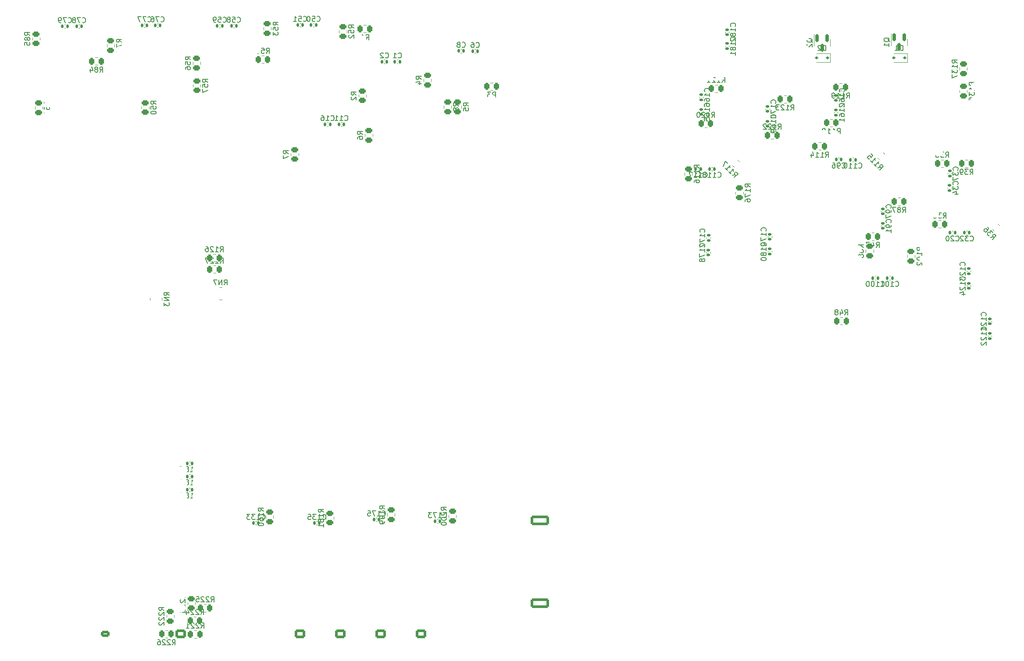
<source format=gbo>
%TF.GenerationSoftware,KiCad,Pcbnew,7.0.1*%
%TF.CreationDate,2023-06-27T00:24:21+02:00*%
%TF.ProjectId,Main board,4d61696e-2062-46f6-9172-642e6b696361,rev?*%
%TF.SameCoordinates,Original*%
%TF.FileFunction,Legend,Bot*%
%TF.FilePolarity,Positive*%
%FSLAX46Y46*%
G04 Gerber Fmt 4.6, Leading zero omitted, Abs format (unit mm)*
G04 Created by KiCad (PCBNEW 7.0.1) date 2023-06-27 00:24:21*
%MOMM*%
%LPD*%
G01*
G04 APERTURE LIST*
G04 Aperture macros list*
%AMRoundRect*
0 Rectangle with rounded corners*
0 $1 Rounding radius*
0 $2 $3 $4 $5 $6 $7 $8 $9 X,Y pos of 4 corners*
0 Add a 4 corners polygon primitive as box body*
4,1,4,$2,$3,$4,$5,$6,$7,$8,$9,$2,$3,0*
0 Add four circle primitives for the rounded corners*
1,1,$1+$1,$2,$3*
1,1,$1+$1,$4,$5*
1,1,$1+$1,$6,$7*
1,1,$1+$1,$8,$9*
0 Add four rect primitives between the rounded corners*
20,1,$1+$1,$2,$3,$4,$5,0*
20,1,$1+$1,$4,$5,$6,$7,0*
20,1,$1+$1,$6,$7,$8,$9,0*
20,1,$1+$1,$8,$9,$2,$3,0*%
G04 Aperture macros list end*
%ADD10C,0.150000*%
%ADD11C,0.120000*%
%ADD12RoundRect,0.250000X-0.350000X-0.625000X0.350000X-0.625000X0.350000X0.625000X-0.350000X0.625000X0*%
%ADD13O,1.200000X1.750000*%
%ADD14R,1.600000X1.600000*%
%ADD15C,1.600000*%
%ADD16RoundRect,0.250000X0.725000X-0.600000X0.725000X0.600000X-0.725000X0.600000X-0.725000X-0.600000X0*%
%ADD17O,1.950000X1.700000*%
%ADD18C,0.800000*%
%ADD19C,7.000000*%
%ADD20R,1.700000X1.700000*%
%ADD21O,1.700000X1.700000*%
%ADD22RoundRect,0.250000X-1.550000X0.650000X-1.550000X-0.650000X1.550000X-0.650000X1.550000X0.650000X0*%
%ADD23O,3.600000X1.800000*%
%ADD24O,1.600000X1.600000*%
%ADD25RoundRect,0.250000X0.625000X-0.350000X0.625000X0.350000X-0.625000X0.350000X-0.625000X-0.350000X0*%
%ADD26O,1.750000X1.200000*%
%ADD27O,2.300000X1.600000*%
%ADD28C,1.700000*%
%ADD29RoundRect,0.140000X-0.140000X-0.170000X0.140000X-0.170000X0.140000X0.170000X-0.140000X0.170000X0*%
%ADD30RoundRect,0.250000X0.262500X0.450000X-0.262500X0.450000X-0.262500X-0.450000X0.262500X-0.450000X0*%
%ADD31RoundRect,0.250000X0.450000X-0.262500X0.450000X0.262500X-0.450000X0.262500X-0.450000X-0.262500X0*%
%ADD32RoundRect,0.140000X0.170000X-0.140000X0.170000X0.140000X-0.170000X0.140000X-0.170000X-0.140000X0*%
%ADD33RoundRect,0.150000X-0.150000X0.587500X-0.150000X-0.587500X0.150000X-0.587500X0.150000X0.587500X0*%
%ADD34RoundRect,0.250000X-0.503814X-0.132583X-0.132583X-0.503814X0.503814X0.132583X0.132583X0.503814X0*%
%ADD35R,0.400000X0.500000*%
%ADD36R,0.300000X0.500000*%
%ADD37RoundRect,0.140000X0.140000X0.170000X-0.140000X0.170000X-0.140000X-0.170000X0.140000X-0.170000X0*%
%ADD38RoundRect,0.250000X-0.262500X-0.450000X0.262500X-0.450000X0.262500X0.450000X-0.262500X0.450000X0*%
%ADD39RoundRect,0.250000X-0.450000X0.262500X-0.450000X-0.262500X0.450000X-0.262500X0.450000X0.262500X0*%
%ADD40RoundRect,0.140000X-0.170000X0.140000X-0.170000X-0.140000X0.170000X-0.140000X0.170000X0.140000X0*%
%ADD41RoundRect,0.112500X0.187500X0.112500X-0.187500X0.112500X-0.187500X-0.112500X0.187500X-0.112500X0*%
%ADD42R,0.500000X0.400000*%
%ADD43R,0.500000X0.300000*%
G04 APERTURE END LIST*
D10*
X81844047Y-150602380D02*
X81891666Y-150650000D01*
X81891666Y-150650000D02*
X82034523Y-150697619D01*
X82034523Y-150697619D02*
X82129761Y-150697619D01*
X82129761Y-150697619D02*
X82272618Y-150650000D01*
X82272618Y-150650000D02*
X82367856Y-150554761D01*
X82367856Y-150554761D02*
X82415475Y-150459523D01*
X82415475Y-150459523D02*
X82463094Y-150269047D01*
X82463094Y-150269047D02*
X82463094Y-150126190D01*
X82463094Y-150126190D02*
X82415475Y-149935714D01*
X82415475Y-149935714D02*
X82367856Y-149840476D01*
X82367856Y-149840476D02*
X82272618Y-149745238D01*
X82272618Y-149745238D02*
X82129761Y-149697619D01*
X82129761Y-149697619D02*
X82034523Y-149697619D01*
X82034523Y-149697619D02*
X81891666Y-149745238D01*
X81891666Y-149745238D02*
X81844047Y-149792857D01*
X80891666Y-150697619D02*
X81463094Y-150697619D01*
X81177380Y-150697619D02*
X81177380Y-149697619D01*
X81177380Y-149697619D02*
X81272618Y-149840476D01*
X81272618Y-149840476D02*
X81367856Y-149935714D01*
X81367856Y-149935714D02*
X81463094Y-149983333D01*
X80320237Y-150126190D02*
X80415475Y-150078571D01*
X80415475Y-150078571D02*
X80463094Y-150030952D01*
X80463094Y-150030952D02*
X80510713Y-149935714D01*
X80510713Y-149935714D02*
X80510713Y-149888095D01*
X80510713Y-149888095D02*
X80463094Y-149792857D01*
X80463094Y-149792857D02*
X80415475Y-149745238D01*
X80415475Y-149745238D02*
X80320237Y-149697619D01*
X80320237Y-149697619D02*
X80129761Y-149697619D01*
X80129761Y-149697619D02*
X80034523Y-149745238D01*
X80034523Y-149745238D02*
X79986904Y-149792857D01*
X79986904Y-149792857D02*
X79939285Y-149888095D01*
X79939285Y-149888095D02*
X79939285Y-149935714D01*
X79939285Y-149935714D02*
X79986904Y-150030952D01*
X79986904Y-150030952D02*
X80034523Y-150078571D01*
X80034523Y-150078571D02*
X80129761Y-150126190D01*
X80129761Y-150126190D02*
X80320237Y-150126190D01*
X80320237Y-150126190D02*
X80415475Y-150173809D01*
X80415475Y-150173809D02*
X80463094Y-150221428D01*
X80463094Y-150221428D02*
X80510713Y-150316666D01*
X80510713Y-150316666D02*
X80510713Y-150507142D01*
X80510713Y-150507142D02*
X80463094Y-150602380D01*
X80463094Y-150602380D02*
X80415475Y-150650000D01*
X80415475Y-150650000D02*
X80320237Y-150697619D01*
X80320237Y-150697619D02*
X80129761Y-150697619D01*
X80129761Y-150697619D02*
X80034523Y-150650000D01*
X80034523Y-150650000D02*
X79986904Y-150602380D01*
X79986904Y-150602380D02*
X79939285Y-150507142D01*
X79939285Y-150507142D02*
X79939285Y-150316666D01*
X79939285Y-150316666D02*
X79986904Y-150221428D01*
X79986904Y-150221428D02*
X80034523Y-150173809D01*
X80034523Y-150173809D02*
X80129761Y-150126190D01*
X79605951Y-149697619D02*
X78939285Y-149697619D01*
X78939285Y-149697619D02*
X79367856Y-150697619D01*
X82919047Y-180887619D02*
X83252380Y-180411428D01*
X83490475Y-180887619D02*
X83490475Y-179887619D01*
X83490475Y-179887619D02*
X83109523Y-179887619D01*
X83109523Y-179887619D02*
X83014285Y-179935238D01*
X83014285Y-179935238D02*
X82966666Y-179982857D01*
X82966666Y-179982857D02*
X82919047Y-180078095D01*
X82919047Y-180078095D02*
X82919047Y-180220952D01*
X82919047Y-180220952D02*
X82966666Y-180316190D01*
X82966666Y-180316190D02*
X83014285Y-180363809D01*
X83014285Y-180363809D02*
X83109523Y-180411428D01*
X83109523Y-180411428D02*
X83490475Y-180411428D01*
X82538094Y-179982857D02*
X82490475Y-179935238D01*
X82490475Y-179935238D02*
X82395237Y-179887619D01*
X82395237Y-179887619D02*
X82157142Y-179887619D01*
X82157142Y-179887619D02*
X82061904Y-179935238D01*
X82061904Y-179935238D02*
X82014285Y-179982857D01*
X82014285Y-179982857D02*
X81966666Y-180078095D01*
X81966666Y-180078095D02*
X81966666Y-180173333D01*
X81966666Y-180173333D02*
X82014285Y-180316190D01*
X82014285Y-180316190D02*
X82585713Y-180887619D01*
X82585713Y-180887619D02*
X81966666Y-180887619D01*
X81585713Y-179982857D02*
X81538094Y-179935238D01*
X81538094Y-179935238D02*
X81442856Y-179887619D01*
X81442856Y-179887619D02*
X81204761Y-179887619D01*
X81204761Y-179887619D02*
X81109523Y-179935238D01*
X81109523Y-179935238D02*
X81061904Y-179982857D01*
X81061904Y-179982857D02*
X81014285Y-180078095D01*
X81014285Y-180078095D02*
X81014285Y-180173333D01*
X81014285Y-180173333D02*
X81061904Y-180316190D01*
X81061904Y-180316190D02*
X81633332Y-180887619D01*
X81633332Y-180887619D02*
X81014285Y-180887619D01*
X80061904Y-180887619D02*
X80633332Y-180887619D01*
X80347618Y-180887619D02*
X80347618Y-179887619D01*
X80347618Y-179887619D02*
X80442856Y-180030476D01*
X80442856Y-180030476D02*
X80538094Y-180125714D01*
X80538094Y-180125714D02*
X80633332Y-180173333D01*
X217006547Y-114752268D02*
X217054166Y-114799888D01*
X217054166Y-114799888D02*
X217197023Y-114847507D01*
X217197023Y-114847507D02*
X217292261Y-114847507D01*
X217292261Y-114847507D02*
X217435118Y-114799888D01*
X217435118Y-114799888D02*
X217530356Y-114704649D01*
X217530356Y-114704649D02*
X217577975Y-114609411D01*
X217577975Y-114609411D02*
X217625594Y-114418935D01*
X217625594Y-114418935D02*
X217625594Y-114276078D01*
X217625594Y-114276078D02*
X217577975Y-114085602D01*
X217577975Y-114085602D02*
X217530356Y-113990364D01*
X217530356Y-113990364D02*
X217435118Y-113895126D01*
X217435118Y-113895126D02*
X217292261Y-113847507D01*
X217292261Y-113847507D02*
X217197023Y-113847507D01*
X217197023Y-113847507D02*
X217054166Y-113895126D01*
X217054166Y-113895126D02*
X217006547Y-113942745D01*
X216054166Y-114847507D02*
X216625594Y-114847507D01*
X216339880Y-114847507D02*
X216339880Y-113847507D01*
X216339880Y-113847507D02*
X216435118Y-113990364D01*
X216435118Y-113990364D02*
X216530356Y-114085602D01*
X216530356Y-114085602D02*
X216625594Y-114133221D01*
X215435118Y-113847507D02*
X215339880Y-113847507D01*
X215339880Y-113847507D02*
X215244642Y-113895126D01*
X215244642Y-113895126D02*
X215197023Y-113942745D01*
X215197023Y-113942745D02*
X215149404Y-114037983D01*
X215149404Y-114037983D02*
X215101785Y-114228459D01*
X215101785Y-114228459D02*
X215101785Y-114466554D01*
X215101785Y-114466554D02*
X215149404Y-114657030D01*
X215149404Y-114657030D02*
X215197023Y-114752268D01*
X215197023Y-114752268D02*
X215244642Y-114799888D01*
X215244642Y-114799888D02*
X215339880Y-114847507D01*
X215339880Y-114847507D02*
X215435118Y-114847507D01*
X215435118Y-114847507D02*
X215530356Y-114799888D01*
X215530356Y-114799888D02*
X215577975Y-114752268D01*
X215577975Y-114752268D02*
X215625594Y-114657030D01*
X215625594Y-114657030D02*
X215673213Y-114466554D01*
X215673213Y-114466554D02*
X215673213Y-114228459D01*
X215673213Y-114228459D02*
X215625594Y-114037983D01*
X215625594Y-114037983D02*
X215577975Y-113942745D01*
X215577975Y-113942745D02*
X215530356Y-113895126D01*
X215530356Y-113895126D02*
X215435118Y-113847507D01*
X214149404Y-114847507D02*
X214720832Y-114847507D01*
X214435118Y-114847507D02*
X214435118Y-113847507D01*
X214435118Y-113847507D02*
X214530356Y-113990364D01*
X214530356Y-113990364D02*
X214625594Y-114085602D01*
X214625594Y-114085602D02*
X214720832Y-114133221D01*
X226667857Y-89912619D02*
X227001190Y-89436428D01*
X227239285Y-89912619D02*
X227239285Y-88912619D01*
X227239285Y-88912619D02*
X226858333Y-88912619D01*
X226858333Y-88912619D02*
X226763095Y-88960238D01*
X226763095Y-88960238D02*
X226715476Y-89007857D01*
X226715476Y-89007857D02*
X226667857Y-89103095D01*
X226667857Y-89103095D02*
X226667857Y-89245952D01*
X226667857Y-89245952D02*
X226715476Y-89341190D01*
X226715476Y-89341190D02*
X226763095Y-89388809D01*
X226763095Y-89388809D02*
X226858333Y-89436428D01*
X226858333Y-89436428D02*
X227239285Y-89436428D01*
X226334523Y-88912619D02*
X225715476Y-88912619D01*
X225715476Y-88912619D02*
X226048809Y-89293571D01*
X226048809Y-89293571D02*
X225905952Y-89293571D01*
X225905952Y-89293571D02*
X225810714Y-89341190D01*
X225810714Y-89341190D02*
X225763095Y-89388809D01*
X225763095Y-89388809D02*
X225715476Y-89484047D01*
X225715476Y-89484047D02*
X225715476Y-89722142D01*
X225715476Y-89722142D02*
X225763095Y-89817380D01*
X225763095Y-89817380D02*
X225810714Y-89865000D01*
X225810714Y-89865000D02*
X225905952Y-89912619D01*
X225905952Y-89912619D02*
X226191666Y-89912619D01*
X226191666Y-89912619D02*
X226286904Y-89865000D01*
X226286904Y-89865000D02*
X226334523Y-89817380D01*
X225144047Y-89341190D02*
X225239285Y-89293571D01*
X225239285Y-89293571D02*
X225286904Y-89245952D01*
X225286904Y-89245952D02*
X225334523Y-89150714D01*
X225334523Y-89150714D02*
X225334523Y-89103095D01*
X225334523Y-89103095D02*
X225286904Y-89007857D01*
X225286904Y-89007857D02*
X225239285Y-88960238D01*
X225239285Y-88960238D02*
X225144047Y-88912619D01*
X225144047Y-88912619D02*
X224953571Y-88912619D01*
X224953571Y-88912619D02*
X224858333Y-88960238D01*
X224858333Y-88960238D02*
X224810714Y-89007857D01*
X224810714Y-89007857D02*
X224763095Y-89103095D01*
X224763095Y-89103095D02*
X224763095Y-89150714D01*
X224763095Y-89150714D02*
X224810714Y-89245952D01*
X224810714Y-89245952D02*
X224858333Y-89293571D01*
X224858333Y-89293571D02*
X224953571Y-89341190D01*
X224953571Y-89341190D02*
X225144047Y-89341190D01*
X225144047Y-89341190D02*
X225239285Y-89388809D01*
X225239285Y-89388809D02*
X225286904Y-89436428D01*
X225286904Y-89436428D02*
X225334523Y-89531666D01*
X225334523Y-89531666D02*
X225334523Y-89722142D01*
X225334523Y-89722142D02*
X225286904Y-89817380D01*
X225286904Y-89817380D02*
X225239285Y-89865000D01*
X225239285Y-89865000D02*
X225144047Y-89912619D01*
X225144047Y-89912619D02*
X224953571Y-89912619D01*
X224953571Y-89912619D02*
X224858333Y-89865000D01*
X224858333Y-89865000D02*
X224810714Y-89817380D01*
X224810714Y-89817380D02*
X224763095Y-89722142D01*
X224763095Y-89722142D02*
X224763095Y-89531666D01*
X224763095Y-89531666D02*
X224810714Y-89436428D01*
X224810714Y-89436428D02*
X224858333Y-89388809D01*
X224858333Y-89388809D02*
X224953571Y-89341190D01*
X228635357Y-106004881D02*
X228682976Y-106052501D01*
X228682976Y-106052501D02*
X228825833Y-106100120D01*
X228825833Y-106100120D02*
X228921071Y-106100120D01*
X228921071Y-106100120D02*
X229063928Y-106052501D01*
X229063928Y-106052501D02*
X229159166Y-105957262D01*
X229159166Y-105957262D02*
X229206785Y-105862024D01*
X229206785Y-105862024D02*
X229254404Y-105671548D01*
X229254404Y-105671548D02*
X229254404Y-105528691D01*
X229254404Y-105528691D02*
X229206785Y-105338215D01*
X229206785Y-105338215D02*
X229159166Y-105242977D01*
X229159166Y-105242977D02*
X229063928Y-105147739D01*
X229063928Y-105147739D02*
X228921071Y-105100120D01*
X228921071Y-105100120D02*
X228825833Y-105100120D01*
X228825833Y-105100120D02*
X228682976Y-105147739D01*
X228682976Y-105147739D02*
X228635357Y-105195358D01*
X228254404Y-105195358D02*
X228206785Y-105147739D01*
X228206785Y-105147739D02*
X228111547Y-105100120D01*
X228111547Y-105100120D02*
X227873452Y-105100120D01*
X227873452Y-105100120D02*
X227778214Y-105147739D01*
X227778214Y-105147739D02*
X227730595Y-105195358D01*
X227730595Y-105195358D02*
X227682976Y-105290596D01*
X227682976Y-105290596D02*
X227682976Y-105385834D01*
X227682976Y-105385834D02*
X227730595Y-105528691D01*
X227730595Y-105528691D02*
X228302023Y-106100120D01*
X228302023Y-106100120D02*
X227682976Y-106100120D01*
X227063928Y-105100120D02*
X226968690Y-105100120D01*
X226968690Y-105100120D02*
X226873452Y-105147739D01*
X226873452Y-105147739D02*
X226825833Y-105195358D01*
X226825833Y-105195358D02*
X226778214Y-105290596D01*
X226778214Y-105290596D02*
X226730595Y-105481072D01*
X226730595Y-105481072D02*
X226730595Y-105719167D01*
X226730595Y-105719167D02*
X226778214Y-105909643D01*
X226778214Y-105909643D02*
X226825833Y-106004881D01*
X226825833Y-106004881D02*
X226873452Y-106052501D01*
X226873452Y-106052501D02*
X226968690Y-106100120D01*
X226968690Y-106100120D02*
X227063928Y-106100120D01*
X227063928Y-106100120D02*
X227159166Y-106052501D01*
X227159166Y-106052501D02*
X227206785Y-106004881D01*
X227206785Y-106004881D02*
X227254404Y-105909643D01*
X227254404Y-105909643D02*
X227302023Y-105719167D01*
X227302023Y-105719167D02*
X227302023Y-105481072D01*
X227302023Y-105481072D02*
X227254404Y-105290596D01*
X227254404Y-105290596D02*
X227206785Y-105195358D01*
X227206785Y-105195358D02*
X227159166Y-105147739D01*
X227159166Y-105147739D02*
X227063928Y-105100120D01*
X74237619Y-79632142D02*
X73761428Y-79298809D01*
X74237619Y-79060714D02*
X73237619Y-79060714D01*
X73237619Y-79060714D02*
X73237619Y-79441666D01*
X73237619Y-79441666D02*
X73285238Y-79536904D01*
X73285238Y-79536904D02*
X73332857Y-79584523D01*
X73332857Y-79584523D02*
X73428095Y-79632142D01*
X73428095Y-79632142D02*
X73570952Y-79632142D01*
X73570952Y-79632142D02*
X73666190Y-79584523D01*
X73666190Y-79584523D02*
X73713809Y-79536904D01*
X73713809Y-79536904D02*
X73761428Y-79441666D01*
X73761428Y-79441666D02*
X73761428Y-79060714D01*
X73237619Y-80536904D02*
X73237619Y-80060714D01*
X73237619Y-80060714D02*
X73713809Y-80013095D01*
X73713809Y-80013095D02*
X73666190Y-80060714D01*
X73666190Y-80060714D02*
X73618571Y-80155952D01*
X73618571Y-80155952D02*
X73618571Y-80394047D01*
X73618571Y-80394047D02*
X73666190Y-80489285D01*
X73666190Y-80489285D02*
X73713809Y-80536904D01*
X73713809Y-80536904D02*
X73809047Y-80584523D01*
X73809047Y-80584523D02*
X74047142Y-80584523D01*
X74047142Y-80584523D02*
X74142380Y-80536904D01*
X74142380Y-80536904D02*
X74190000Y-80489285D01*
X74190000Y-80489285D02*
X74237619Y-80394047D01*
X74237619Y-80394047D02*
X74237619Y-80155952D01*
X74237619Y-80155952D02*
X74190000Y-80060714D01*
X74190000Y-80060714D02*
X74142380Y-80013095D01*
X73237619Y-81203571D02*
X73237619Y-81298809D01*
X73237619Y-81298809D02*
X73285238Y-81394047D01*
X73285238Y-81394047D02*
X73332857Y-81441666D01*
X73332857Y-81441666D02*
X73428095Y-81489285D01*
X73428095Y-81489285D02*
X73618571Y-81536904D01*
X73618571Y-81536904D02*
X73856666Y-81536904D01*
X73856666Y-81536904D02*
X74047142Y-81489285D01*
X74047142Y-81489285D02*
X74142380Y-81441666D01*
X74142380Y-81441666D02*
X74190000Y-81394047D01*
X74190000Y-81394047D02*
X74237619Y-81298809D01*
X74237619Y-81298809D02*
X74237619Y-81203571D01*
X74237619Y-81203571D02*
X74190000Y-81108333D01*
X74190000Y-81108333D02*
X74142380Y-81060714D01*
X74142380Y-81060714D02*
X74047142Y-81013095D01*
X74047142Y-81013095D02*
X73856666Y-80965476D01*
X73856666Y-80965476D02*
X73618571Y-80965476D01*
X73618571Y-80965476D02*
X73428095Y-81013095D01*
X73428095Y-81013095D02*
X73332857Y-81060714D01*
X73332857Y-81060714D02*
X73285238Y-81108333D01*
X73285238Y-81108333D02*
X73237619Y-81203571D01*
X180999880Y-77180840D02*
X181047500Y-77133221D01*
X181047500Y-77133221D02*
X181095119Y-76990364D01*
X181095119Y-76990364D02*
X181095119Y-76895126D01*
X181095119Y-76895126D02*
X181047500Y-76752269D01*
X181047500Y-76752269D02*
X180952261Y-76657031D01*
X180952261Y-76657031D02*
X180857023Y-76609412D01*
X180857023Y-76609412D02*
X180666547Y-76561793D01*
X180666547Y-76561793D02*
X180523690Y-76561793D01*
X180523690Y-76561793D02*
X180333214Y-76609412D01*
X180333214Y-76609412D02*
X180237976Y-76657031D01*
X180237976Y-76657031D02*
X180142738Y-76752269D01*
X180142738Y-76752269D02*
X180095119Y-76895126D01*
X180095119Y-76895126D02*
X180095119Y-76990364D01*
X180095119Y-76990364D02*
X180142738Y-77133221D01*
X180142738Y-77133221D02*
X180190357Y-77180840D01*
X181095119Y-78133221D02*
X181095119Y-77561793D01*
X181095119Y-77847507D02*
X180095119Y-77847507D01*
X180095119Y-77847507D02*
X180237976Y-77752269D01*
X180237976Y-77752269D02*
X180333214Y-77657031D01*
X180333214Y-77657031D02*
X180380833Y-77561793D01*
X180095119Y-78990364D02*
X180095119Y-78799888D01*
X180095119Y-78799888D02*
X180142738Y-78704650D01*
X180142738Y-78704650D02*
X180190357Y-78657031D01*
X180190357Y-78657031D02*
X180333214Y-78561793D01*
X180333214Y-78561793D02*
X180523690Y-78514174D01*
X180523690Y-78514174D02*
X180904642Y-78514174D01*
X180904642Y-78514174D02*
X180999880Y-78561793D01*
X180999880Y-78561793D02*
X181047500Y-78609412D01*
X181047500Y-78609412D02*
X181095119Y-78704650D01*
X181095119Y-78704650D02*
X181095119Y-78895126D01*
X181095119Y-78895126D02*
X181047500Y-78990364D01*
X181047500Y-78990364D02*
X180999880Y-79037983D01*
X180999880Y-79037983D02*
X180904642Y-79085602D01*
X180904642Y-79085602D02*
X180666547Y-79085602D01*
X180666547Y-79085602D02*
X180571309Y-79037983D01*
X180571309Y-79037983D02*
X180523690Y-78990364D01*
X180523690Y-78990364D02*
X180476071Y-78895126D01*
X180476071Y-78895126D02*
X180476071Y-78704650D01*
X180476071Y-78704650D02*
X180523690Y-78609412D01*
X180523690Y-78609412D02*
X180571309Y-78561793D01*
X180571309Y-78561793D02*
X180666547Y-78514174D01*
X180095119Y-79942745D02*
X180095119Y-79752269D01*
X180095119Y-79752269D02*
X180142738Y-79657031D01*
X180142738Y-79657031D02*
X180190357Y-79609412D01*
X180190357Y-79609412D02*
X180333214Y-79514174D01*
X180333214Y-79514174D02*
X180523690Y-79466555D01*
X180523690Y-79466555D02*
X180904642Y-79466555D01*
X180904642Y-79466555D02*
X180999880Y-79514174D01*
X180999880Y-79514174D02*
X181047500Y-79561793D01*
X181047500Y-79561793D02*
X181095119Y-79657031D01*
X181095119Y-79657031D02*
X181095119Y-79847507D01*
X181095119Y-79847507D02*
X181047500Y-79942745D01*
X181047500Y-79942745D02*
X180999880Y-79990364D01*
X180999880Y-79990364D02*
X180904642Y-80037983D01*
X180904642Y-80037983D02*
X180666547Y-80037983D01*
X180666547Y-80037983D02*
X180571309Y-79990364D01*
X180571309Y-79990364D02*
X180523690Y-79942745D01*
X180523690Y-79942745D02*
X180476071Y-79847507D01*
X180476071Y-79847507D02*
X180476071Y-79657031D01*
X180476071Y-79657031D02*
X180523690Y-79561793D01*
X180523690Y-79561793D02*
X180571309Y-79514174D01*
X180571309Y-79514174D02*
X180666547Y-79466555D01*
X200982857Y-67679761D02*
X200935238Y-67584523D01*
X200935238Y-67584523D02*
X200840000Y-67489285D01*
X200840000Y-67489285D02*
X200697142Y-67346428D01*
X200697142Y-67346428D02*
X200649523Y-67251190D01*
X200649523Y-67251190D02*
X200649523Y-67155952D01*
X200887619Y-67203571D02*
X200840000Y-67108333D01*
X200840000Y-67108333D02*
X200744761Y-67013095D01*
X200744761Y-67013095D02*
X200554285Y-66965476D01*
X200554285Y-66965476D02*
X200220952Y-66965476D01*
X200220952Y-66965476D02*
X200030476Y-67013095D01*
X200030476Y-67013095D02*
X199935238Y-67108333D01*
X199935238Y-67108333D02*
X199887619Y-67203571D01*
X199887619Y-67203571D02*
X199887619Y-67394047D01*
X199887619Y-67394047D02*
X199935238Y-67489285D01*
X199935238Y-67489285D02*
X200030476Y-67584523D01*
X200030476Y-67584523D02*
X200220952Y-67632142D01*
X200220952Y-67632142D02*
X200554285Y-67632142D01*
X200554285Y-67632142D02*
X200744761Y-67584523D01*
X200744761Y-67584523D02*
X200840000Y-67489285D01*
X200840000Y-67489285D02*
X200887619Y-67394047D01*
X200887619Y-67394047D02*
X200887619Y-67203571D01*
X199982857Y-68013095D02*
X199935238Y-68060714D01*
X199935238Y-68060714D02*
X199887619Y-68155952D01*
X199887619Y-68155952D02*
X199887619Y-68394047D01*
X199887619Y-68394047D02*
X199935238Y-68489285D01*
X199935238Y-68489285D02*
X199982857Y-68536904D01*
X199982857Y-68536904D02*
X200078095Y-68584523D01*
X200078095Y-68584523D02*
X200173333Y-68584523D01*
X200173333Y-68584523D02*
X200316190Y-68536904D01*
X200316190Y-68536904D02*
X200887619Y-67965476D01*
X200887619Y-67965476D02*
X200887619Y-68584523D01*
X185472438Y-93385132D02*
X186044858Y-93284117D01*
X185876499Y-93789193D02*
X186583606Y-93082087D01*
X186583606Y-93082087D02*
X186314232Y-92812713D01*
X186314232Y-92812713D02*
X186213217Y-92779041D01*
X186213217Y-92779041D02*
X186145873Y-92779041D01*
X186145873Y-92779041D02*
X186044858Y-92812713D01*
X186044858Y-92812713D02*
X185943843Y-92913728D01*
X185943843Y-92913728D02*
X185910171Y-93014743D01*
X185910171Y-93014743D02*
X185910171Y-93082087D01*
X185910171Y-93082087D02*
X185943843Y-93183102D01*
X185943843Y-93183102D02*
X186213217Y-93452476D01*
X184799003Y-92711697D02*
X185203064Y-93115758D01*
X185001034Y-92913728D02*
X185708141Y-92206621D01*
X185708141Y-92206621D02*
X185674469Y-92374980D01*
X185674469Y-92374980D02*
X185674469Y-92509667D01*
X185674469Y-92509667D02*
X185708141Y-92610682D01*
X184125568Y-92038262D02*
X184529629Y-92442323D01*
X184327599Y-92240293D02*
X185034705Y-91533186D01*
X185034705Y-91533186D02*
X185001034Y-91701545D01*
X185001034Y-91701545D02*
X185001034Y-91836232D01*
X185001034Y-91836232D02*
X185034705Y-91937247D01*
X184596973Y-91095453D02*
X184125568Y-90624049D01*
X184125568Y-90624049D02*
X183721507Y-91634201D01*
X76762619Y-116584523D02*
X76286428Y-116251190D01*
X76762619Y-116013095D02*
X75762619Y-116013095D01*
X75762619Y-116013095D02*
X75762619Y-116394047D01*
X75762619Y-116394047D02*
X75810238Y-116489285D01*
X75810238Y-116489285D02*
X75857857Y-116536904D01*
X75857857Y-116536904D02*
X75953095Y-116584523D01*
X75953095Y-116584523D02*
X76095952Y-116584523D01*
X76095952Y-116584523D02*
X76191190Y-116536904D01*
X76191190Y-116536904D02*
X76238809Y-116489285D01*
X76238809Y-116489285D02*
X76286428Y-116394047D01*
X76286428Y-116394047D02*
X76286428Y-116013095D01*
X76762619Y-117013095D02*
X75762619Y-117013095D01*
X75762619Y-117013095D02*
X76762619Y-117584523D01*
X76762619Y-117584523D02*
X75762619Y-117584523D01*
X75762619Y-117965476D02*
X75762619Y-118584523D01*
X75762619Y-118584523D02*
X76143571Y-118251190D01*
X76143571Y-118251190D02*
X76143571Y-118394047D01*
X76143571Y-118394047D02*
X76191190Y-118489285D01*
X76191190Y-118489285D02*
X76238809Y-118536904D01*
X76238809Y-118536904D02*
X76334047Y-118584523D01*
X76334047Y-118584523D02*
X76572142Y-118584523D01*
X76572142Y-118584523D02*
X76667380Y-118536904D01*
X76667380Y-118536904D02*
X76715000Y-118489285D01*
X76715000Y-118489285D02*
X76762619Y-118394047D01*
X76762619Y-118394047D02*
X76762619Y-118108333D01*
X76762619Y-118108333D02*
X76715000Y-118013095D01*
X76715000Y-118013095D02*
X76667380Y-117965476D01*
X209894047Y-91882380D02*
X209941666Y-91930000D01*
X209941666Y-91930000D02*
X210084523Y-91977619D01*
X210084523Y-91977619D02*
X210179761Y-91977619D01*
X210179761Y-91977619D02*
X210322618Y-91930000D01*
X210322618Y-91930000D02*
X210417856Y-91834761D01*
X210417856Y-91834761D02*
X210465475Y-91739523D01*
X210465475Y-91739523D02*
X210513094Y-91549047D01*
X210513094Y-91549047D02*
X210513094Y-91406190D01*
X210513094Y-91406190D02*
X210465475Y-91215714D01*
X210465475Y-91215714D02*
X210417856Y-91120476D01*
X210417856Y-91120476D02*
X210322618Y-91025238D01*
X210322618Y-91025238D02*
X210179761Y-90977619D01*
X210179761Y-90977619D02*
X210084523Y-90977619D01*
X210084523Y-90977619D02*
X209941666Y-91025238D01*
X209941666Y-91025238D02*
X209894047Y-91072857D01*
X208941666Y-91977619D02*
X209513094Y-91977619D01*
X209227380Y-91977619D02*
X209227380Y-90977619D01*
X209227380Y-90977619D02*
X209322618Y-91120476D01*
X209322618Y-91120476D02*
X209417856Y-91215714D01*
X209417856Y-91215714D02*
X209513094Y-91263333D01*
X207989285Y-91977619D02*
X208560713Y-91977619D01*
X208274999Y-91977619D02*
X208274999Y-90977619D01*
X208274999Y-90977619D02*
X208370237Y-91120476D01*
X208370237Y-91120476D02*
X208465475Y-91215714D01*
X208465475Y-91215714D02*
X208560713Y-91263333D01*
X207370237Y-90977619D02*
X207274999Y-90977619D01*
X207274999Y-90977619D02*
X207179761Y-91025238D01*
X207179761Y-91025238D02*
X207132142Y-91072857D01*
X207132142Y-91072857D02*
X207084523Y-91168095D01*
X207084523Y-91168095D02*
X207036904Y-91358571D01*
X207036904Y-91358571D02*
X207036904Y-91596666D01*
X207036904Y-91596666D02*
X207084523Y-91787142D01*
X207084523Y-91787142D02*
X207132142Y-91882380D01*
X207132142Y-91882380D02*
X207179761Y-91930000D01*
X207179761Y-91930000D02*
X207274999Y-91977619D01*
X207274999Y-91977619D02*
X207370237Y-91977619D01*
X207370237Y-91977619D02*
X207465475Y-91930000D01*
X207465475Y-91930000D02*
X207513094Y-91882380D01*
X207513094Y-91882380D02*
X207560713Y-91787142D01*
X207560713Y-91787142D02*
X207608332Y-91596666D01*
X207608332Y-91596666D02*
X207608332Y-91358571D01*
X207608332Y-91358571D02*
X207560713Y-91168095D01*
X207560713Y-91168095D02*
X207513094Y-91072857D01*
X207513094Y-91072857D02*
X207465475Y-91025238D01*
X207465475Y-91025238D02*
X207370237Y-90977619D01*
X136016666Y-68572380D02*
X136064285Y-68620000D01*
X136064285Y-68620000D02*
X136207142Y-68667619D01*
X136207142Y-68667619D02*
X136302380Y-68667619D01*
X136302380Y-68667619D02*
X136445237Y-68620000D01*
X136445237Y-68620000D02*
X136540475Y-68524761D01*
X136540475Y-68524761D02*
X136588094Y-68429523D01*
X136588094Y-68429523D02*
X136635713Y-68239047D01*
X136635713Y-68239047D02*
X136635713Y-68096190D01*
X136635713Y-68096190D02*
X136588094Y-67905714D01*
X136588094Y-67905714D02*
X136540475Y-67810476D01*
X136540475Y-67810476D02*
X136445237Y-67715238D01*
X136445237Y-67715238D02*
X136302380Y-67667619D01*
X136302380Y-67667619D02*
X136207142Y-67667619D01*
X136207142Y-67667619D02*
X136064285Y-67715238D01*
X136064285Y-67715238D02*
X136016666Y-67762857D01*
X135159523Y-67667619D02*
X135349999Y-67667619D01*
X135349999Y-67667619D02*
X135445237Y-67715238D01*
X135445237Y-67715238D02*
X135492856Y-67762857D01*
X135492856Y-67762857D02*
X135588094Y-67905714D01*
X135588094Y-67905714D02*
X135635713Y-68096190D01*
X135635713Y-68096190D02*
X135635713Y-68477142D01*
X135635713Y-68477142D02*
X135588094Y-68572380D01*
X135588094Y-68572380D02*
X135540475Y-68620000D01*
X135540475Y-68620000D02*
X135445237Y-68667619D01*
X135445237Y-68667619D02*
X135254761Y-68667619D01*
X135254761Y-68667619D02*
X135159523Y-68620000D01*
X135159523Y-68620000D02*
X135111904Y-68572380D01*
X135111904Y-68572380D02*
X135064285Y-68477142D01*
X135064285Y-68477142D02*
X135064285Y-68239047D01*
X135064285Y-68239047D02*
X135111904Y-68143809D01*
X135111904Y-68143809D02*
X135159523Y-68096190D01*
X135159523Y-68096190D02*
X135254761Y-68048571D01*
X135254761Y-68048571D02*
X135445237Y-68048571D01*
X135445237Y-68048571D02*
X135540475Y-68096190D01*
X135540475Y-68096190D02*
X135588094Y-68143809D01*
X135588094Y-68143809D02*
X135635713Y-68239047D01*
X114729166Y-67162619D02*
X115062499Y-66686428D01*
X115300594Y-67162619D02*
X115300594Y-66162619D01*
X115300594Y-66162619D02*
X114919642Y-66162619D01*
X114919642Y-66162619D02*
X114824404Y-66210238D01*
X114824404Y-66210238D02*
X114776785Y-66257857D01*
X114776785Y-66257857D02*
X114729166Y-66353095D01*
X114729166Y-66353095D02*
X114729166Y-66495952D01*
X114729166Y-66495952D02*
X114776785Y-66591190D01*
X114776785Y-66591190D02*
X114824404Y-66638809D01*
X114824404Y-66638809D02*
X114919642Y-66686428D01*
X114919642Y-66686428D02*
X115300594Y-66686428D01*
X113776785Y-67162619D02*
X114348213Y-67162619D01*
X114062499Y-67162619D02*
X114062499Y-66162619D01*
X114062499Y-66162619D02*
X114157737Y-66305476D01*
X114157737Y-66305476D02*
X114252975Y-66400714D01*
X114252975Y-66400714D02*
X114348213Y-66448333D01*
X222112619Y-107880952D02*
X221636428Y-107547619D01*
X222112619Y-107309524D02*
X221112619Y-107309524D01*
X221112619Y-107309524D02*
X221112619Y-107690476D01*
X221112619Y-107690476D02*
X221160238Y-107785714D01*
X221160238Y-107785714D02*
X221207857Y-107833333D01*
X221207857Y-107833333D02*
X221303095Y-107880952D01*
X221303095Y-107880952D02*
X221445952Y-107880952D01*
X221445952Y-107880952D02*
X221541190Y-107833333D01*
X221541190Y-107833333D02*
X221588809Y-107785714D01*
X221588809Y-107785714D02*
X221636428Y-107690476D01*
X221636428Y-107690476D02*
X221636428Y-107309524D01*
X222112619Y-108833333D02*
X222112619Y-108261905D01*
X222112619Y-108547619D02*
X221112619Y-108547619D01*
X221112619Y-108547619D02*
X221255476Y-108452381D01*
X221255476Y-108452381D02*
X221350714Y-108357143D01*
X221350714Y-108357143D02*
X221398333Y-108261905D01*
X221112619Y-109452381D02*
X221112619Y-109547619D01*
X221112619Y-109547619D02*
X221160238Y-109642857D01*
X221160238Y-109642857D02*
X221207857Y-109690476D01*
X221207857Y-109690476D02*
X221303095Y-109738095D01*
X221303095Y-109738095D02*
X221493571Y-109785714D01*
X221493571Y-109785714D02*
X221731666Y-109785714D01*
X221731666Y-109785714D02*
X221922142Y-109738095D01*
X221922142Y-109738095D02*
X222017380Y-109690476D01*
X222017380Y-109690476D02*
X222065000Y-109642857D01*
X222065000Y-109642857D02*
X222112619Y-109547619D01*
X222112619Y-109547619D02*
X222112619Y-109452381D01*
X222112619Y-109452381D02*
X222065000Y-109357143D01*
X222065000Y-109357143D02*
X222017380Y-109309524D01*
X222017380Y-109309524D02*
X221922142Y-109261905D01*
X221922142Y-109261905D02*
X221731666Y-109214286D01*
X221731666Y-109214286D02*
X221493571Y-109214286D01*
X221493571Y-109214286D02*
X221303095Y-109261905D01*
X221303095Y-109261905D02*
X221207857Y-109309524D01*
X221207857Y-109309524D02*
X221160238Y-109357143D01*
X221160238Y-109357143D02*
X221112619Y-109452381D01*
X221207857Y-110166667D02*
X221160238Y-110214286D01*
X221160238Y-110214286D02*
X221112619Y-110309524D01*
X221112619Y-110309524D02*
X221112619Y-110547619D01*
X221112619Y-110547619D02*
X221160238Y-110642857D01*
X221160238Y-110642857D02*
X221207857Y-110690476D01*
X221207857Y-110690476D02*
X221303095Y-110738095D01*
X221303095Y-110738095D02*
X221398333Y-110738095D01*
X221398333Y-110738095D02*
X221541190Y-110690476D01*
X221541190Y-110690476D02*
X222112619Y-110119048D01*
X222112619Y-110119048D02*
X222112619Y-110738095D01*
X89892857Y-63694880D02*
X89940476Y-63742500D01*
X89940476Y-63742500D02*
X90083333Y-63790119D01*
X90083333Y-63790119D02*
X90178571Y-63790119D01*
X90178571Y-63790119D02*
X90321428Y-63742500D01*
X90321428Y-63742500D02*
X90416666Y-63647261D01*
X90416666Y-63647261D02*
X90464285Y-63552023D01*
X90464285Y-63552023D02*
X90511904Y-63361547D01*
X90511904Y-63361547D02*
X90511904Y-63218690D01*
X90511904Y-63218690D02*
X90464285Y-63028214D01*
X90464285Y-63028214D02*
X90416666Y-62932976D01*
X90416666Y-62932976D02*
X90321428Y-62837738D01*
X90321428Y-62837738D02*
X90178571Y-62790119D01*
X90178571Y-62790119D02*
X90083333Y-62790119D01*
X90083333Y-62790119D02*
X89940476Y-62837738D01*
X89940476Y-62837738D02*
X89892857Y-62885357D01*
X88988095Y-62790119D02*
X89464285Y-62790119D01*
X89464285Y-62790119D02*
X89511904Y-63266309D01*
X89511904Y-63266309D02*
X89464285Y-63218690D01*
X89464285Y-63218690D02*
X89369047Y-63171071D01*
X89369047Y-63171071D02*
X89130952Y-63171071D01*
X89130952Y-63171071D02*
X89035714Y-63218690D01*
X89035714Y-63218690D02*
X88988095Y-63266309D01*
X88988095Y-63266309D02*
X88940476Y-63361547D01*
X88940476Y-63361547D02*
X88940476Y-63599642D01*
X88940476Y-63599642D02*
X88988095Y-63694880D01*
X88988095Y-63694880D02*
X89035714Y-63742500D01*
X89035714Y-63742500D02*
X89130952Y-63790119D01*
X89130952Y-63790119D02*
X89369047Y-63790119D01*
X89369047Y-63790119D02*
X89464285Y-63742500D01*
X89464285Y-63742500D02*
X89511904Y-63694880D01*
X88369047Y-63218690D02*
X88464285Y-63171071D01*
X88464285Y-63171071D02*
X88511904Y-63123452D01*
X88511904Y-63123452D02*
X88559523Y-63028214D01*
X88559523Y-63028214D02*
X88559523Y-62980595D01*
X88559523Y-62980595D02*
X88511904Y-62885357D01*
X88511904Y-62885357D02*
X88464285Y-62837738D01*
X88464285Y-62837738D02*
X88369047Y-62790119D01*
X88369047Y-62790119D02*
X88178571Y-62790119D01*
X88178571Y-62790119D02*
X88083333Y-62837738D01*
X88083333Y-62837738D02*
X88035714Y-62885357D01*
X88035714Y-62885357D02*
X87988095Y-62980595D01*
X87988095Y-62980595D02*
X87988095Y-63028214D01*
X87988095Y-63028214D02*
X88035714Y-63123452D01*
X88035714Y-63123452D02*
X88083333Y-63171071D01*
X88083333Y-63171071D02*
X88178571Y-63218690D01*
X88178571Y-63218690D02*
X88369047Y-63218690D01*
X88369047Y-63218690D02*
X88464285Y-63266309D01*
X88464285Y-63266309D02*
X88511904Y-63313928D01*
X88511904Y-63313928D02*
X88559523Y-63409166D01*
X88559523Y-63409166D02*
X88559523Y-63599642D01*
X88559523Y-63599642D02*
X88511904Y-63694880D01*
X88511904Y-63694880D02*
X88464285Y-63742500D01*
X88464285Y-63742500D02*
X88369047Y-63790119D01*
X88369047Y-63790119D02*
X88178571Y-63790119D01*
X88178571Y-63790119D02*
X88083333Y-63742500D01*
X88083333Y-63742500D02*
X88035714Y-63694880D01*
X88035714Y-63694880D02*
X87988095Y-63599642D01*
X87988095Y-63599642D02*
X87988095Y-63409166D01*
X87988095Y-63409166D02*
X88035714Y-63313928D01*
X88035714Y-63313928D02*
X88083333Y-63266309D01*
X88083333Y-63266309D02*
X88178571Y-63218690D01*
X105297857Y-63532380D02*
X105345476Y-63580000D01*
X105345476Y-63580000D02*
X105488333Y-63627619D01*
X105488333Y-63627619D02*
X105583571Y-63627619D01*
X105583571Y-63627619D02*
X105726428Y-63580000D01*
X105726428Y-63580000D02*
X105821666Y-63484761D01*
X105821666Y-63484761D02*
X105869285Y-63389523D01*
X105869285Y-63389523D02*
X105916904Y-63199047D01*
X105916904Y-63199047D02*
X105916904Y-63056190D01*
X105916904Y-63056190D02*
X105869285Y-62865714D01*
X105869285Y-62865714D02*
X105821666Y-62770476D01*
X105821666Y-62770476D02*
X105726428Y-62675238D01*
X105726428Y-62675238D02*
X105583571Y-62627619D01*
X105583571Y-62627619D02*
X105488333Y-62627619D01*
X105488333Y-62627619D02*
X105345476Y-62675238D01*
X105345476Y-62675238D02*
X105297857Y-62722857D01*
X104393095Y-62627619D02*
X104869285Y-62627619D01*
X104869285Y-62627619D02*
X104916904Y-63103809D01*
X104916904Y-63103809D02*
X104869285Y-63056190D01*
X104869285Y-63056190D02*
X104774047Y-63008571D01*
X104774047Y-63008571D02*
X104535952Y-63008571D01*
X104535952Y-63008571D02*
X104440714Y-63056190D01*
X104440714Y-63056190D02*
X104393095Y-63103809D01*
X104393095Y-63103809D02*
X104345476Y-63199047D01*
X104345476Y-63199047D02*
X104345476Y-63437142D01*
X104345476Y-63437142D02*
X104393095Y-63532380D01*
X104393095Y-63532380D02*
X104440714Y-63580000D01*
X104440714Y-63580000D02*
X104535952Y-63627619D01*
X104535952Y-63627619D02*
X104774047Y-63627619D01*
X104774047Y-63627619D02*
X104869285Y-63580000D01*
X104869285Y-63580000D02*
X104916904Y-63532380D01*
X103726428Y-62627619D02*
X103631190Y-62627619D01*
X103631190Y-62627619D02*
X103535952Y-62675238D01*
X103535952Y-62675238D02*
X103488333Y-62722857D01*
X103488333Y-62722857D02*
X103440714Y-62818095D01*
X103440714Y-62818095D02*
X103393095Y-63008571D01*
X103393095Y-63008571D02*
X103393095Y-63246666D01*
X103393095Y-63246666D02*
X103440714Y-63437142D01*
X103440714Y-63437142D02*
X103488333Y-63532380D01*
X103488333Y-63532380D02*
X103535952Y-63580000D01*
X103535952Y-63580000D02*
X103631190Y-63627619D01*
X103631190Y-63627619D02*
X103726428Y-63627619D01*
X103726428Y-63627619D02*
X103821666Y-63580000D01*
X103821666Y-63580000D02*
X103869285Y-63532380D01*
X103869285Y-63532380D02*
X103916904Y-63437142D01*
X103916904Y-63437142D02*
X103964523Y-63246666D01*
X103964523Y-63246666D02*
X103964523Y-63008571D01*
X103964523Y-63008571D02*
X103916904Y-62818095D01*
X103916904Y-62818095D02*
X103869285Y-62722857D01*
X103869285Y-62722857D02*
X103821666Y-62675238D01*
X103821666Y-62675238D02*
X103726428Y-62627619D01*
X118398869Y-157855952D02*
X117922678Y-157522619D01*
X118398869Y-157284524D02*
X117398869Y-157284524D01*
X117398869Y-157284524D02*
X117398869Y-157665476D01*
X117398869Y-157665476D02*
X117446488Y-157760714D01*
X117446488Y-157760714D02*
X117494107Y-157808333D01*
X117494107Y-157808333D02*
X117589345Y-157855952D01*
X117589345Y-157855952D02*
X117732202Y-157855952D01*
X117732202Y-157855952D02*
X117827440Y-157808333D01*
X117827440Y-157808333D02*
X117875059Y-157760714D01*
X117875059Y-157760714D02*
X117922678Y-157665476D01*
X117922678Y-157665476D02*
X117922678Y-157284524D01*
X118398869Y-158808333D02*
X118398869Y-158236905D01*
X118398869Y-158522619D02*
X117398869Y-158522619D01*
X117398869Y-158522619D02*
X117541726Y-158427381D01*
X117541726Y-158427381D02*
X117636964Y-158332143D01*
X117636964Y-158332143D02*
X117684583Y-158236905D01*
X118398869Y-159284524D02*
X118398869Y-159475000D01*
X118398869Y-159475000D02*
X118351250Y-159570238D01*
X118351250Y-159570238D02*
X118303630Y-159617857D01*
X118303630Y-159617857D02*
X118160773Y-159713095D01*
X118160773Y-159713095D02*
X117970297Y-159760714D01*
X117970297Y-159760714D02*
X117589345Y-159760714D01*
X117589345Y-159760714D02*
X117494107Y-159713095D01*
X117494107Y-159713095D02*
X117446488Y-159665476D01*
X117446488Y-159665476D02*
X117398869Y-159570238D01*
X117398869Y-159570238D02*
X117398869Y-159379762D01*
X117398869Y-159379762D02*
X117446488Y-159284524D01*
X117446488Y-159284524D02*
X117494107Y-159236905D01*
X117494107Y-159236905D02*
X117589345Y-159189286D01*
X117589345Y-159189286D02*
X117827440Y-159189286D01*
X117827440Y-159189286D02*
X117922678Y-159236905D01*
X117922678Y-159236905D02*
X117970297Y-159284524D01*
X117970297Y-159284524D02*
X118017916Y-159379762D01*
X118017916Y-159379762D02*
X118017916Y-159570238D01*
X118017916Y-159570238D02*
X117970297Y-159665476D01*
X117970297Y-159665476D02*
X117922678Y-159713095D01*
X117922678Y-159713095D02*
X117827440Y-159760714D01*
X118398869Y-160236905D02*
X118398869Y-160427381D01*
X118398869Y-160427381D02*
X118351250Y-160522619D01*
X118351250Y-160522619D02*
X118303630Y-160570238D01*
X118303630Y-160570238D02*
X118160773Y-160665476D01*
X118160773Y-160665476D02*
X117970297Y-160713095D01*
X117970297Y-160713095D02*
X117589345Y-160713095D01*
X117589345Y-160713095D02*
X117494107Y-160665476D01*
X117494107Y-160665476D02*
X117446488Y-160617857D01*
X117446488Y-160617857D02*
X117398869Y-160522619D01*
X117398869Y-160522619D02*
X117398869Y-160332143D01*
X117398869Y-160332143D02*
X117446488Y-160236905D01*
X117446488Y-160236905D02*
X117494107Y-160189286D01*
X117494107Y-160189286D02*
X117589345Y-160141667D01*
X117589345Y-160141667D02*
X117827440Y-160141667D01*
X117827440Y-160141667D02*
X117922678Y-160189286D01*
X117922678Y-160189286D02*
X117970297Y-160236905D01*
X117970297Y-160236905D02*
X118017916Y-160332143D01*
X118017916Y-160332143D02*
X118017916Y-160522619D01*
X118017916Y-160522619D02*
X117970297Y-160617857D01*
X117970297Y-160617857D02*
X117922678Y-160665476D01*
X117922678Y-160665476D02*
X117827440Y-160713095D01*
X133316666Y-68547380D02*
X133364285Y-68595000D01*
X133364285Y-68595000D02*
X133507142Y-68642619D01*
X133507142Y-68642619D02*
X133602380Y-68642619D01*
X133602380Y-68642619D02*
X133745237Y-68595000D01*
X133745237Y-68595000D02*
X133840475Y-68499761D01*
X133840475Y-68499761D02*
X133888094Y-68404523D01*
X133888094Y-68404523D02*
X133935713Y-68214047D01*
X133935713Y-68214047D02*
X133935713Y-68071190D01*
X133935713Y-68071190D02*
X133888094Y-67880714D01*
X133888094Y-67880714D02*
X133840475Y-67785476D01*
X133840475Y-67785476D02*
X133745237Y-67690238D01*
X133745237Y-67690238D02*
X133602380Y-67642619D01*
X133602380Y-67642619D02*
X133507142Y-67642619D01*
X133507142Y-67642619D02*
X133364285Y-67690238D01*
X133364285Y-67690238D02*
X133316666Y-67737857D01*
X132745237Y-68071190D02*
X132840475Y-68023571D01*
X132840475Y-68023571D02*
X132888094Y-67975952D01*
X132888094Y-67975952D02*
X132935713Y-67880714D01*
X132935713Y-67880714D02*
X132935713Y-67833095D01*
X132935713Y-67833095D02*
X132888094Y-67737857D01*
X132888094Y-67737857D02*
X132840475Y-67690238D01*
X132840475Y-67690238D02*
X132745237Y-67642619D01*
X132745237Y-67642619D02*
X132554761Y-67642619D01*
X132554761Y-67642619D02*
X132459523Y-67690238D01*
X132459523Y-67690238D02*
X132411904Y-67737857D01*
X132411904Y-67737857D02*
X132364285Y-67833095D01*
X132364285Y-67833095D02*
X132364285Y-67880714D01*
X132364285Y-67880714D02*
X132411904Y-67975952D01*
X132411904Y-67975952D02*
X132459523Y-68023571D01*
X132459523Y-68023571D02*
X132554761Y-68071190D01*
X132554761Y-68071190D02*
X132745237Y-68071190D01*
X132745237Y-68071190D02*
X132840475Y-68118809D01*
X132840475Y-68118809D02*
X132888094Y-68166428D01*
X132888094Y-68166428D02*
X132935713Y-68261666D01*
X132935713Y-68261666D02*
X132935713Y-68452142D01*
X132935713Y-68452142D02*
X132888094Y-68547380D01*
X132888094Y-68547380D02*
X132840475Y-68595000D01*
X132840475Y-68595000D02*
X132745237Y-68642619D01*
X132745237Y-68642619D02*
X132554761Y-68642619D01*
X132554761Y-68642619D02*
X132459523Y-68595000D01*
X132459523Y-68595000D02*
X132411904Y-68547380D01*
X132411904Y-68547380D02*
X132364285Y-68452142D01*
X132364285Y-68452142D02*
X132364285Y-68261666D01*
X132364285Y-68261666D02*
X132411904Y-68166428D01*
X132411904Y-68166428D02*
X132459523Y-68118809D01*
X132459523Y-68118809D02*
X132554761Y-68071190D01*
X79862619Y-175005952D02*
X79386428Y-174672619D01*
X79862619Y-174434524D02*
X78862619Y-174434524D01*
X78862619Y-174434524D02*
X78862619Y-174815476D01*
X78862619Y-174815476D02*
X78910238Y-174910714D01*
X78910238Y-174910714D02*
X78957857Y-174958333D01*
X78957857Y-174958333D02*
X79053095Y-175005952D01*
X79053095Y-175005952D02*
X79195952Y-175005952D01*
X79195952Y-175005952D02*
X79291190Y-174958333D01*
X79291190Y-174958333D02*
X79338809Y-174910714D01*
X79338809Y-174910714D02*
X79386428Y-174815476D01*
X79386428Y-174815476D02*
X79386428Y-174434524D01*
X78957857Y-175386905D02*
X78910238Y-175434524D01*
X78910238Y-175434524D02*
X78862619Y-175529762D01*
X78862619Y-175529762D02*
X78862619Y-175767857D01*
X78862619Y-175767857D02*
X78910238Y-175863095D01*
X78910238Y-175863095D02*
X78957857Y-175910714D01*
X78957857Y-175910714D02*
X79053095Y-175958333D01*
X79053095Y-175958333D02*
X79148333Y-175958333D01*
X79148333Y-175958333D02*
X79291190Y-175910714D01*
X79291190Y-175910714D02*
X79862619Y-175339286D01*
X79862619Y-175339286D02*
X79862619Y-175958333D01*
X78957857Y-176339286D02*
X78910238Y-176386905D01*
X78910238Y-176386905D02*
X78862619Y-176482143D01*
X78862619Y-176482143D02*
X78862619Y-176720238D01*
X78862619Y-176720238D02*
X78910238Y-176815476D01*
X78910238Y-176815476D02*
X78957857Y-176863095D01*
X78957857Y-176863095D02*
X79053095Y-176910714D01*
X79053095Y-176910714D02*
X79148333Y-176910714D01*
X79148333Y-176910714D02*
X79291190Y-176863095D01*
X79291190Y-176863095D02*
X79862619Y-176291667D01*
X79862619Y-176291667D02*
X79862619Y-176910714D01*
X78862619Y-177244048D02*
X78862619Y-177863095D01*
X78862619Y-177863095D02*
X79243571Y-177529762D01*
X79243571Y-177529762D02*
X79243571Y-177672619D01*
X79243571Y-177672619D02*
X79291190Y-177767857D01*
X79291190Y-177767857D02*
X79338809Y-177815476D01*
X79338809Y-177815476D02*
X79434047Y-177863095D01*
X79434047Y-177863095D02*
X79672142Y-177863095D01*
X79672142Y-177863095D02*
X79767380Y-177815476D01*
X79767380Y-177815476D02*
X79815000Y-177767857D01*
X79815000Y-177767857D02*
X79862619Y-177672619D01*
X79862619Y-177672619D02*
X79862619Y-177386905D01*
X79862619Y-177386905D02*
X79815000Y-177291667D01*
X79815000Y-177291667D02*
X79767380Y-177244048D01*
X191932380Y-106980952D02*
X191980000Y-106933333D01*
X191980000Y-106933333D02*
X192027619Y-106790476D01*
X192027619Y-106790476D02*
X192027619Y-106695238D01*
X192027619Y-106695238D02*
X191980000Y-106552381D01*
X191980000Y-106552381D02*
X191884761Y-106457143D01*
X191884761Y-106457143D02*
X191789523Y-106409524D01*
X191789523Y-106409524D02*
X191599047Y-106361905D01*
X191599047Y-106361905D02*
X191456190Y-106361905D01*
X191456190Y-106361905D02*
X191265714Y-106409524D01*
X191265714Y-106409524D02*
X191170476Y-106457143D01*
X191170476Y-106457143D02*
X191075238Y-106552381D01*
X191075238Y-106552381D02*
X191027619Y-106695238D01*
X191027619Y-106695238D02*
X191027619Y-106790476D01*
X191027619Y-106790476D02*
X191075238Y-106933333D01*
X191075238Y-106933333D02*
X191122857Y-106980952D01*
X192027619Y-107933333D02*
X192027619Y-107361905D01*
X192027619Y-107647619D02*
X191027619Y-107647619D01*
X191027619Y-107647619D02*
X191170476Y-107552381D01*
X191170476Y-107552381D02*
X191265714Y-107457143D01*
X191265714Y-107457143D02*
X191313333Y-107361905D01*
X191456190Y-108504762D02*
X191408571Y-108409524D01*
X191408571Y-108409524D02*
X191360952Y-108361905D01*
X191360952Y-108361905D02*
X191265714Y-108314286D01*
X191265714Y-108314286D02*
X191218095Y-108314286D01*
X191218095Y-108314286D02*
X191122857Y-108361905D01*
X191122857Y-108361905D02*
X191075238Y-108409524D01*
X191075238Y-108409524D02*
X191027619Y-108504762D01*
X191027619Y-108504762D02*
X191027619Y-108695238D01*
X191027619Y-108695238D02*
X191075238Y-108790476D01*
X191075238Y-108790476D02*
X191122857Y-108838095D01*
X191122857Y-108838095D02*
X191218095Y-108885714D01*
X191218095Y-108885714D02*
X191265714Y-108885714D01*
X191265714Y-108885714D02*
X191360952Y-108838095D01*
X191360952Y-108838095D02*
X191408571Y-108790476D01*
X191408571Y-108790476D02*
X191456190Y-108695238D01*
X191456190Y-108695238D02*
X191456190Y-108504762D01*
X191456190Y-108504762D02*
X191503809Y-108409524D01*
X191503809Y-108409524D02*
X191551428Y-108361905D01*
X191551428Y-108361905D02*
X191646666Y-108314286D01*
X191646666Y-108314286D02*
X191837142Y-108314286D01*
X191837142Y-108314286D02*
X191932380Y-108361905D01*
X191932380Y-108361905D02*
X191980000Y-108409524D01*
X191980000Y-108409524D02*
X192027619Y-108504762D01*
X192027619Y-108504762D02*
X192027619Y-108695238D01*
X192027619Y-108695238D02*
X191980000Y-108790476D01*
X191980000Y-108790476D02*
X191932380Y-108838095D01*
X191932380Y-108838095D02*
X191837142Y-108885714D01*
X191837142Y-108885714D02*
X191646666Y-108885714D01*
X191646666Y-108885714D02*
X191551428Y-108838095D01*
X191551428Y-108838095D02*
X191503809Y-108790476D01*
X191503809Y-108790476D02*
X191456190Y-108695238D01*
X191027619Y-109504762D02*
X191027619Y-109600000D01*
X191027619Y-109600000D02*
X191075238Y-109695238D01*
X191075238Y-109695238D02*
X191122857Y-109742857D01*
X191122857Y-109742857D02*
X191218095Y-109790476D01*
X191218095Y-109790476D02*
X191408571Y-109838095D01*
X191408571Y-109838095D02*
X191646666Y-109838095D01*
X191646666Y-109838095D02*
X191837142Y-109790476D01*
X191837142Y-109790476D02*
X191932380Y-109742857D01*
X191932380Y-109742857D02*
X191980000Y-109695238D01*
X191980000Y-109695238D02*
X192027619Y-109600000D01*
X192027619Y-109600000D02*
X192027619Y-109504762D01*
X192027619Y-109504762D02*
X191980000Y-109409524D01*
X191980000Y-109409524D02*
X191932380Y-109361905D01*
X191932380Y-109361905D02*
X191837142Y-109314286D01*
X191837142Y-109314286D02*
X191646666Y-109266667D01*
X191646666Y-109266667D02*
X191408571Y-109266667D01*
X191408571Y-109266667D02*
X191218095Y-109314286D01*
X191218095Y-109314286D02*
X191122857Y-109361905D01*
X191122857Y-109361905D02*
X191075238Y-109409524D01*
X191075238Y-109409524D02*
X191027619Y-109504762D01*
X77356547Y-184137619D02*
X77689880Y-183661428D01*
X77927975Y-184137619D02*
X77927975Y-183137619D01*
X77927975Y-183137619D02*
X77547023Y-183137619D01*
X77547023Y-183137619D02*
X77451785Y-183185238D01*
X77451785Y-183185238D02*
X77404166Y-183232857D01*
X77404166Y-183232857D02*
X77356547Y-183328095D01*
X77356547Y-183328095D02*
X77356547Y-183470952D01*
X77356547Y-183470952D02*
X77404166Y-183566190D01*
X77404166Y-183566190D02*
X77451785Y-183613809D01*
X77451785Y-183613809D02*
X77547023Y-183661428D01*
X77547023Y-183661428D02*
X77927975Y-183661428D01*
X76975594Y-183232857D02*
X76927975Y-183185238D01*
X76927975Y-183185238D02*
X76832737Y-183137619D01*
X76832737Y-183137619D02*
X76594642Y-183137619D01*
X76594642Y-183137619D02*
X76499404Y-183185238D01*
X76499404Y-183185238D02*
X76451785Y-183232857D01*
X76451785Y-183232857D02*
X76404166Y-183328095D01*
X76404166Y-183328095D02*
X76404166Y-183423333D01*
X76404166Y-183423333D02*
X76451785Y-183566190D01*
X76451785Y-183566190D02*
X77023213Y-184137619D01*
X77023213Y-184137619D02*
X76404166Y-184137619D01*
X76023213Y-183232857D02*
X75975594Y-183185238D01*
X75975594Y-183185238D02*
X75880356Y-183137619D01*
X75880356Y-183137619D02*
X75642261Y-183137619D01*
X75642261Y-183137619D02*
X75547023Y-183185238D01*
X75547023Y-183185238D02*
X75499404Y-183232857D01*
X75499404Y-183232857D02*
X75451785Y-183328095D01*
X75451785Y-183328095D02*
X75451785Y-183423333D01*
X75451785Y-183423333D02*
X75499404Y-183566190D01*
X75499404Y-183566190D02*
X76070832Y-184137619D01*
X76070832Y-184137619D02*
X75451785Y-184137619D01*
X74594642Y-183137619D02*
X74785118Y-183137619D01*
X74785118Y-183137619D02*
X74880356Y-183185238D01*
X74880356Y-183185238D02*
X74927975Y-183232857D01*
X74927975Y-183232857D02*
X75023213Y-183375714D01*
X75023213Y-183375714D02*
X75070832Y-183566190D01*
X75070832Y-183566190D02*
X75070832Y-183947142D01*
X75070832Y-183947142D02*
X75023213Y-184042380D01*
X75023213Y-184042380D02*
X74975594Y-184090000D01*
X74975594Y-184090000D02*
X74880356Y-184137619D01*
X74880356Y-184137619D02*
X74689880Y-184137619D01*
X74689880Y-184137619D02*
X74594642Y-184090000D01*
X74594642Y-184090000D02*
X74547023Y-184042380D01*
X74547023Y-184042380D02*
X74499404Y-183947142D01*
X74499404Y-183947142D02*
X74499404Y-183709047D01*
X74499404Y-183709047D02*
X74547023Y-183613809D01*
X74547023Y-183613809D02*
X74594642Y-183566190D01*
X74594642Y-183566190D02*
X74689880Y-183518571D01*
X74689880Y-183518571D02*
X74880356Y-183518571D01*
X74880356Y-183518571D02*
X74975594Y-183566190D01*
X74975594Y-183566190D02*
X75023213Y-183613809D01*
X75023213Y-183613809D02*
X75070832Y-183709047D01*
X207027380Y-77270952D02*
X207075000Y-77223333D01*
X207075000Y-77223333D02*
X207122619Y-77080476D01*
X207122619Y-77080476D02*
X207122619Y-76985238D01*
X207122619Y-76985238D02*
X207075000Y-76842381D01*
X207075000Y-76842381D02*
X206979761Y-76747143D01*
X206979761Y-76747143D02*
X206884523Y-76699524D01*
X206884523Y-76699524D02*
X206694047Y-76651905D01*
X206694047Y-76651905D02*
X206551190Y-76651905D01*
X206551190Y-76651905D02*
X206360714Y-76699524D01*
X206360714Y-76699524D02*
X206265476Y-76747143D01*
X206265476Y-76747143D02*
X206170238Y-76842381D01*
X206170238Y-76842381D02*
X206122619Y-76985238D01*
X206122619Y-76985238D02*
X206122619Y-77080476D01*
X206122619Y-77080476D02*
X206170238Y-77223333D01*
X206170238Y-77223333D02*
X206217857Y-77270952D01*
X207122619Y-78223333D02*
X207122619Y-77651905D01*
X207122619Y-77937619D02*
X206122619Y-77937619D01*
X206122619Y-77937619D02*
X206265476Y-77842381D01*
X206265476Y-77842381D02*
X206360714Y-77747143D01*
X206360714Y-77747143D02*
X206408333Y-77651905D01*
X206122619Y-79080476D02*
X206122619Y-78890000D01*
X206122619Y-78890000D02*
X206170238Y-78794762D01*
X206170238Y-78794762D02*
X206217857Y-78747143D01*
X206217857Y-78747143D02*
X206360714Y-78651905D01*
X206360714Y-78651905D02*
X206551190Y-78604286D01*
X206551190Y-78604286D02*
X206932142Y-78604286D01*
X206932142Y-78604286D02*
X207027380Y-78651905D01*
X207027380Y-78651905D02*
X207075000Y-78699524D01*
X207075000Y-78699524D02*
X207122619Y-78794762D01*
X207122619Y-78794762D02*
X207122619Y-78985238D01*
X207122619Y-78985238D02*
X207075000Y-79080476D01*
X207075000Y-79080476D02*
X207027380Y-79128095D01*
X207027380Y-79128095D02*
X206932142Y-79175714D01*
X206932142Y-79175714D02*
X206694047Y-79175714D01*
X206694047Y-79175714D02*
X206598809Y-79128095D01*
X206598809Y-79128095D02*
X206551190Y-79080476D01*
X206551190Y-79080476D02*
X206503571Y-78985238D01*
X206503571Y-78985238D02*
X206503571Y-78794762D01*
X206503571Y-78794762D02*
X206551190Y-78699524D01*
X206551190Y-78699524D02*
X206598809Y-78651905D01*
X206598809Y-78651905D02*
X206694047Y-78604286D01*
X206217857Y-79556667D02*
X206170238Y-79604286D01*
X206170238Y-79604286D02*
X206122619Y-79699524D01*
X206122619Y-79699524D02*
X206122619Y-79937619D01*
X206122619Y-79937619D02*
X206170238Y-80032857D01*
X206170238Y-80032857D02*
X206217857Y-80080476D01*
X206217857Y-80080476D02*
X206313095Y-80128095D01*
X206313095Y-80128095D02*
X206408333Y-80128095D01*
X206408333Y-80128095D02*
X206551190Y-80080476D01*
X206551190Y-80080476D02*
X207122619Y-79509048D01*
X207122619Y-79509048D02*
X207122619Y-80128095D01*
X125437619Y-74833333D02*
X124961428Y-74500000D01*
X125437619Y-74261905D02*
X124437619Y-74261905D01*
X124437619Y-74261905D02*
X124437619Y-74642857D01*
X124437619Y-74642857D02*
X124485238Y-74738095D01*
X124485238Y-74738095D02*
X124532857Y-74785714D01*
X124532857Y-74785714D02*
X124628095Y-74833333D01*
X124628095Y-74833333D02*
X124770952Y-74833333D01*
X124770952Y-74833333D02*
X124866190Y-74785714D01*
X124866190Y-74785714D02*
X124913809Y-74738095D01*
X124913809Y-74738095D02*
X124961428Y-74642857D01*
X124961428Y-74642857D02*
X124961428Y-74261905D01*
X124770952Y-75690476D02*
X125437619Y-75690476D01*
X124390000Y-75452381D02*
X125104285Y-75214286D01*
X125104285Y-75214286D02*
X125104285Y-75833333D01*
X194319047Y-84437619D02*
X194652380Y-83961428D01*
X194890475Y-84437619D02*
X194890475Y-83437619D01*
X194890475Y-83437619D02*
X194509523Y-83437619D01*
X194509523Y-83437619D02*
X194414285Y-83485238D01*
X194414285Y-83485238D02*
X194366666Y-83532857D01*
X194366666Y-83532857D02*
X194319047Y-83628095D01*
X194319047Y-83628095D02*
X194319047Y-83770952D01*
X194319047Y-83770952D02*
X194366666Y-83866190D01*
X194366666Y-83866190D02*
X194414285Y-83913809D01*
X194414285Y-83913809D02*
X194509523Y-83961428D01*
X194509523Y-83961428D02*
X194890475Y-83961428D01*
X193366666Y-84437619D02*
X193938094Y-84437619D01*
X193652380Y-84437619D02*
X193652380Y-83437619D01*
X193652380Y-83437619D02*
X193747618Y-83580476D01*
X193747618Y-83580476D02*
X193842856Y-83675714D01*
X193842856Y-83675714D02*
X193938094Y-83723333D01*
X192985713Y-83532857D02*
X192938094Y-83485238D01*
X192938094Y-83485238D02*
X192842856Y-83437619D01*
X192842856Y-83437619D02*
X192604761Y-83437619D01*
X192604761Y-83437619D02*
X192509523Y-83485238D01*
X192509523Y-83485238D02*
X192461904Y-83532857D01*
X192461904Y-83532857D02*
X192414285Y-83628095D01*
X192414285Y-83628095D02*
X192414285Y-83723333D01*
X192414285Y-83723333D02*
X192461904Y-83866190D01*
X192461904Y-83866190D02*
X193033332Y-84437619D01*
X193033332Y-84437619D02*
X192414285Y-84437619D01*
X192033332Y-83532857D02*
X191985713Y-83485238D01*
X191985713Y-83485238D02*
X191890475Y-83437619D01*
X191890475Y-83437619D02*
X191652380Y-83437619D01*
X191652380Y-83437619D02*
X191557142Y-83485238D01*
X191557142Y-83485238D02*
X191509523Y-83532857D01*
X191509523Y-83532857D02*
X191461904Y-83628095D01*
X191461904Y-83628095D02*
X191461904Y-83723333D01*
X191461904Y-83723333D02*
X191509523Y-83866190D01*
X191509523Y-83866190D02*
X192080951Y-84437619D01*
X192080951Y-84437619D02*
X191461904Y-84437619D01*
X213267857Y-107337619D02*
X213601190Y-106861428D01*
X213839285Y-107337619D02*
X213839285Y-106337619D01*
X213839285Y-106337619D02*
X213458333Y-106337619D01*
X213458333Y-106337619D02*
X213363095Y-106385238D01*
X213363095Y-106385238D02*
X213315476Y-106432857D01*
X213315476Y-106432857D02*
X213267857Y-106528095D01*
X213267857Y-106528095D02*
X213267857Y-106670952D01*
X213267857Y-106670952D02*
X213315476Y-106766190D01*
X213315476Y-106766190D02*
X213363095Y-106813809D01*
X213363095Y-106813809D02*
X213458333Y-106861428D01*
X213458333Y-106861428D02*
X213839285Y-106861428D01*
X212410714Y-106670952D02*
X212410714Y-107337619D01*
X212648809Y-106290000D02*
X212886904Y-107004285D01*
X212886904Y-107004285D02*
X212267857Y-107004285D01*
X211982142Y-106337619D02*
X211315476Y-106337619D01*
X211315476Y-106337619D02*
X211744047Y-107337619D01*
X63367857Y-73437619D02*
X63701190Y-72961428D01*
X63939285Y-73437619D02*
X63939285Y-72437619D01*
X63939285Y-72437619D02*
X63558333Y-72437619D01*
X63558333Y-72437619D02*
X63463095Y-72485238D01*
X63463095Y-72485238D02*
X63415476Y-72532857D01*
X63415476Y-72532857D02*
X63367857Y-72628095D01*
X63367857Y-72628095D02*
X63367857Y-72770952D01*
X63367857Y-72770952D02*
X63415476Y-72866190D01*
X63415476Y-72866190D02*
X63463095Y-72913809D01*
X63463095Y-72913809D02*
X63558333Y-72961428D01*
X63558333Y-72961428D02*
X63939285Y-72961428D01*
X62796428Y-72866190D02*
X62891666Y-72818571D01*
X62891666Y-72818571D02*
X62939285Y-72770952D01*
X62939285Y-72770952D02*
X62986904Y-72675714D01*
X62986904Y-72675714D02*
X62986904Y-72628095D01*
X62986904Y-72628095D02*
X62939285Y-72532857D01*
X62939285Y-72532857D02*
X62891666Y-72485238D01*
X62891666Y-72485238D02*
X62796428Y-72437619D01*
X62796428Y-72437619D02*
X62605952Y-72437619D01*
X62605952Y-72437619D02*
X62510714Y-72485238D01*
X62510714Y-72485238D02*
X62463095Y-72532857D01*
X62463095Y-72532857D02*
X62415476Y-72628095D01*
X62415476Y-72628095D02*
X62415476Y-72675714D01*
X62415476Y-72675714D02*
X62463095Y-72770952D01*
X62463095Y-72770952D02*
X62510714Y-72818571D01*
X62510714Y-72818571D02*
X62605952Y-72866190D01*
X62605952Y-72866190D02*
X62796428Y-72866190D01*
X62796428Y-72866190D02*
X62891666Y-72913809D01*
X62891666Y-72913809D02*
X62939285Y-72961428D01*
X62939285Y-72961428D02*
X62986904Y-73056666D01*
X62986904Y-73056666D02*
X62986904Y-73247142D01*
X62986904Y-73247142D02*
X62939285Y-73342380D01*
X62939285Y-73342380D02*
X62891666Y-73390000D01*
X62891666Y-73390000D02*
X62796428Y-73437619D01*
X62796428Y-73437619D02*
X62605952Y-73437619D01*
X62605952Y-73437619D02*
X62510714Y-73390000D01*
X62510714Y-73390000D02*
X62463095Y-73342380D01*
X62463095Y-73342380D02*
X62415476Y-73247142D01*
X62415476Y-73247142D02*
X62415476Y-73056666D01*
X62415476Y-73056666D02*
X62463095Y-72961428D01*
X62463095Y-72961428D02*
X62510714Y-72913809D01*
X62510714Y-72913809D02*
X62605952Y-72866190D01*
X61558333Y-72770952D02*
X61558333Y-73437619D01*
X61796428Y-72390000D02*
X62034523Y-73104285D01*
X62034523Y-73104285D02*
X61415476Y-73104285D01*
X226192857Y-101637619D02*
X226526190Y-101161428D01*
X226764285Y-101637619D02*
X226764285Y-100637619D01*
X226764285Y-100637619D02*
X226383333Y-100637619D01*
X226383333Y-100637619D02*
X226288095Y-100685238D01*
X226288095Y-100685238D02*
X226240476Y-100732857D01*
X226240476Y-100732857D02*
X226192857Y-100828095D01*
X226192857Y-100828095D02*
X226192857Y-100970952D01*
X226192857Y-100970952D02*
X226240476Y-101066190D01*
X226240476Y-101066190D02*
X226288095Y-101113809D01*
X226288095Y-101113809D02*
X226383333Y-101161428D01*
X226383333Y-101161428D02*
X226764285Y-101161428D01*
X225859523Y-100637619D02*
X225240476Y-100637619D01*
X225240476Y-100637619D02*
X225573809Y-101018571D01*
X225573809Y-101018571D02*
X225430952Y-101018571D01*
X225430952Y-101018571D02*
X225335714Y-101066190D01*
X225335714Y-101066190D02*
X225288095Y-101113809D01*
X225288095Y-101113809D02*
X225240476Y-101209047D01*
X225240476Y-101209047D02*
X225240476Y-101447142D01*
X225240476Y-101447142D02*
X225288095Y-101542380D01*
X225288095Y-101542380D02*
X225335714Y-101590000D01*
X225335714Y-101590000D02*
X225430952Y-101637619D01*
X225430952Y-101637619D02*
X225716666Y-101637619D01*
X225716666Y-101637619D02*
X225811904Y-101590000D01*
X225811904Y-101590000D02*
X225859523Y-101542380D01*
X224335714Y-100637619D02*
X224811904Y-100637619D01*
X224811904Y-100637619D02*
X224859523Y-101113809D01*
X224859523Y-101113809D02*
X224811904Y-101066190D01*
X224811904Y-101066190D02*
X224716666Y-101018571D01*
X224716666Y-101018571D02*
X224478571Y-101018571D01*
X224478571Y-101018571D02*
X224383333Y-101066190D01*
X224383333Y-101066190D02*
X224335714Y-101113809D01*
X224335714Y-101113809D02*
X224288095Y-101209047D01*
X224288095Y-101209047D02*
X224288095Y-101447142D01*
X224288095Y-101447142D02*
X224335714Y-101542380D01*
X224335714Y-101542380D02*
X224383333Y-101590000D01*
X224383333Y-101590000D02*
X224478571Y-101637619D01*
X224478571Y-101637619D02*
X224716666Y-101637619D01*
X224716666Y-101637619D02*
X224811904Y-101590000D01*
X224811904Y-101590000D02*
X224859523Y-101542380D01*
X49887619Y-66332142D02*
X49411428Y-65998809D01*
X49887619Y-65760714D02*
X48887619Y-65760714D01*
X48887619Y-65760714D02*
X48887619Y-66141666D01*
X48887619Y-66141666D02*
X48935238Y-66236904D01*
X48935238Y-66236904D02*
X48982857Y-66284523D01*
X48982857Y-66284523D02*
X49078095Y-66332142D01*
X49078095Y-66332142D02*
X49220952Y-66332142D01*
X49220952Y-66332142D02*
X49316190Y-66284523D01*
X49316190Y-66284523D02*
X49363809Y-66236904D01*
X49363809Y-66236904D02*
X49411428Y-66141666D01*
X49411428Y-66141666D02*
X49411428Y-65760714D01*
X49316190Y-66903571D02*
X49268571Y-66808333D01*
X49268571Y-66808333D02*
X49220952Y-66760714D01*
X49220952Y-66760714D02*
X49125714Y-66713095D01*
X49125714Y-66713095D02*
X49078095Y-66713095D01*
X49078095Y-66713095D02*
X48982857Y-66760714D01*
X48982857Y-66760714D02*
X48935238Y-66808333D01*
X48935238Y-66808333D02*
X48887619Y-66903571D01*
X48887619Y-66903571D02*
X48887619Y-67094047D01*
X48887619Y-67094047D02*
X48935238Y-67189285D01*
X48935238Y-67189285D02*
X48982857Y-67236904D01*
X48982857Y-67236904D02*
X49078095Y-67284523D01*
X49078095Y-67284523D02*
X49125714Y-67284523D01*
X49125714Y-67284523D02*
X49220952Y-67236904D01*
X49220952Y-67236904D02*
X49268571Y-67189285D01*
X49268571Y-67189285D02*
X49316190Y-67094047D01*
X49316190Y-67094047D02*
X49316190Y-66903571D01*
X49316190Y-66903571D02*
X49363809Y-66808333D01*
X49363809Y-66808333D02*
X49411428Y-66760714D01*
X49411428Y-66760714D02*
X49506666Y-66713095D01*
X49506666Y-66713095D02*
X49697142Y-66713095D01*
X49697142Y-66713095D02*
X49792380Y-66760714D01*
X49792380Y-66760714D02*
X49840000Y-66808333D01*
X49840000Y-66808333D02*
X49887619Y-66903571D01*
X49887619Y-66903571D02*
X49887619Y-67094047D01*
X49887619Y-67094047D02*
X49840000Y-67189285D01*
X49840000Y-67189285D02*
X49792380Y-67236904D01*
X49792380Y-67236904D02*
X49697142Y-67284523D01*
X49697142Y-67284523D02*
X49506666Y-67284523D01*
X49506666Y-67284523D02*
X49411428Y-67236904D01*
X49411428Y-67236904D02*
X49363809Y-67189285D01*
X49363809Y-67189285D02*
X49316190Y-67094047D01*
X48887619Y-68189285D02*
X48887619Y-67713095D01*
X48887619Y-67713095D02*
X49363809Y-67665476D01*
X49363809Y-67665476D02*
X49316190Y-67713095D01*
X49316190Y-67713095D02*
X49268571Y-67808333D01*
X49268571Y-67808333D02*
X49268571Y-68046428D01*
X49268571Y-68046428D02*
X49316190Y-68141666D01*
X49316190Y-68141666D02*
X49363809Y-68189285D01*
X49363809Y-68189285D02*
X49459047Y-68236904D01*
X49459047Y-68236904D02*
X49697142Y-68236904D01*
X49697142Y-68236904D02*
X49792380Y-68189285D01*
X49792380Y-68189285D02*
X49840000Y-68141666D01*
X49840000Y-68141666D02*
X49887619Y-68046428D01*
X49887619Y-68046428D02*
X49887619Y-67808333D01*
X49887619Y-67808333D02*
X49840000Y-67713095D01*
X49840000Y-67713095D02*
X49792380Y-67665476D01*
X132637619Y-79970833D02*
X132161428Y-79637500D01*
X132637619Y-79399405D02*
X131637619Y-79399405D01*
X131637619Y-79399405D02*
X131637619Y-79780357D01*
X131637619Y-79780357D02*
X131685238Y-79875595D01*
X131685238Y-79875595D02*
X131732857Y-79923214D01*
X131732857Y-79923214D02*
X131828095Y-79970833D01*
X131828095Y-79970833D02*
X131970952Y-79970833D01*
X131970952Y-79970833D02*
X132066190Y-79923214D01*
X132066190Y-79923214D02*
X132113809Y-79875595D01*
X132113809Y-79875595D02*
X132161428Y-79780357D01*
X132161428Y-79780357D02*
X132161428Y-79399405D01*
X132066190Y-80542262D02*
X132018571Y-80447024D01*
X132018571Y-80447024D02*
X131970952Y-80399405D01*
X131970952Y-80399405D02*
X131875714Y-80351786D01*
X131875714Y-80351786D02*
X131828095Y-80351786D01*
X131828095Y-80351786D02*
X131732857Y-80399405D01*
X131732857Y-80399405D02*
X131685238Y-80447024D01*
X131685238Y-80447024D02*
X131637619Y-80542262D01*
X131637619Y-80542262D02*
X131637619Y-80732738D01*
X131637619Y-80732738D02*
X131685238Y-80827976D01*
X131685238Y-80827976D02*
X131732857Y-80875595D01*
X131732857Y-80875595D02*
X131828095Y-80923214D01*
X131828095Y-80923214D02*
X131875714Y-80923214D01*
X131875714Y-80923214D02*
X131970952Y-80875595D01*
X131970952Y-80875595D02*
X132018571Y-80827976D01*
X132018571Y-80827976D02*
X132066190Y-80732738D01*
X132066190Y-80732738D02*
X132066190Y-80542262D01*
X132066190Y-80542262D02*
X132113809Y-80447024D01*
X132113809Y-80447024D02*
X132161428Y-80399405D01*
X132161428Y-80399405D02*
X132256666Y-80351786D01*
X132256666Y-80351786D02*
X132447142Y-80351786D01*
X132447142Y-80351786D02*
X132542380Y-80399405D01*
X132542380Y-80399405D02*
X132590000Y-80447024D01*
X132590000Y-80447024D02*
X132637619Y-80542262D01*
X132637619Y-80542262D02*
X132637619Y-80732738D01*
X132637619Y-80732738D02*
X132590000Y-80827976D01*
X132590000Y-80827976D02*
X132542380Y-80875595D01*
X132542380Y-80875595D02*
X132447142Y-80923214D01*
X132447142Y-80923214D02*
X132256666Y-80923214D01*
X132256666Y-80923214D02*
X132161428Y-80875595D01*
X132161428Y-80875595D02*
X132113809Y-80827976D01*
X132113809Y-80827976D02*
X132066190Y-80732738D01*
X134562619Y-79970833D02*
X134086428Y-79637500D01*
X134562619Y-79399405D02*
X133562619Y-79399405D01*
X133562619Y-79399405D02*
X133562619Y-79780357D01*
X133562619Y-79780357D02*
X133610238Y-79875595D01*
X133610238Y-79875595D02*
X133657857Y-79923214D01*
X133657857Y-79923214D02*
X133753095Y-79970833D01*
X133753095Y-79970833D02*
X133895952Y-79970833D01*
X133895952Y-79970833D02*
X133991190Y-79923214D01*
X133991190Y-79923214D02*
X134038809Y-79875595D01*
X134038809Y-79875595D02*
X134086428Y-79780357D01*
X134086428Y-79780357D02*
X134086428Y-79399405D01*
X133562619Y-80875595D02*
X133562619Y-80399405D01*
X133562619Y-80399405D02*
X134038809Y-80351786D01*
X134038809Y-80351786D02*
X133991190Y-80399405D01*
X133991190Y-80399405D02*
X133943571Y-80494643D01*
X133943571Y-80494643D02*
X133943571Y-80732738D01*
X133943571Y-80732738D02*
X133991190Y-80827976D01*
X133991190Y-80827976D02*
X134038809Y-80875595D01*
X134038809Y-80875595D02*
X134134047Y-80923214D01*
X134134047Y-80923214D02*
X134372142Y-80923214D01*
X134372142Y-80923214D02*
X134467380Y-80875595D01*
X134467380Y-80875595D02*
X134515000Y-80827976D01*
X134515000Y-80827976D02*
X134562619Y-80732738D01*
X134562619Y-80732738D02*
X134562619Y-80494643D01*
X134562619Y-80494643D02*
X134515000Y-80399405D01*
X134515000Y-80399405D02*
X134467380Y-80351786D01*
X180014047Y-93682380D02*
X180061666Y-93730000D01*
X180061666Y-93730000D02*
X180204523Y-93777619D01*
X180204523Y-93777619D02*
X180299761Y-93777619D01*
X180299761Y-93777619D02*
X180442618Y-93730000D01*
X180442618Y-93730000D02*
X180537856Y-93634761D01*
X180537856Y-93634761D02*
X180585475Y-93539523D01*
X180585475Y-93539523D02*
X180633094Y-93349047D01*
X180633094Y-93349047D02*
X180633094Y-93206190D01*
X180633094Y-93206190D02*
X180585475Y-93015714D01*
X180585475Y-93015714D02*
X180537856Y-92920476D01*
X180537856Y-92920476D02*
X180442618Y-92825238D01*
X180442618Y-92825238D02*
X180299761Y-92777619D01*
X180299761Y-92777619D02*
X180204523Y-92777619D01*
X180204523Y-92777619D02*
X180061666Y-92825238D01*
X180061666Y-92825238D02*
X180014047Y-92872857D01*
X179061666Y-93777619D02*
X179633094Y-93777619D01*
X179347380Y-93777619D02*
X179347380Y-92777619D01*
X179347380Y-92777619D02*
X179442618Y-92920476D01*
X179442618Y-92920476D02*
X179537856Y-93015714D01*
X179537856Y-93015714D02*
X179633094Y-93063333D01*
X178109285Y-93777619D02*
X178680713Y-93777619D01*
X178394999Y-93777619D02*
X178394999Y-92777619D01*
X178394999Y-92777619D02*
X178490237Y-92920476D01*
X178490237Y-92920476D02*
X178585475Y-93015714D01*
X178585475Y-93015714D02*
X178680713Y-93063333D01*
X177775951Y-92777619D02*
X177109285Y-92777619D01*
X177109285Y-92777619D02*
X177537856Y-93777619D01*
X114112619Y-85470833D02*
X113636428Y-85137500D01*
X114112619Y-84899405D02*
X113112619Y-84899405D01*
X113112619Y-84899405D02*
X113112619Y-85280357D01*
X113112619Y-85280357D02*
X113160238Y-85375595D01*
X113160238Y-85375595D02*
X113207857Y-85423214D01*
X113207857Y-85423214D02*
X113303095Y-85470833D01*
X113303095Y-85470833D02*
X113445952Y-85470833D01*
X113445952Y-85470833D02*
X113541190Y-85423214D01*
X113541190Y-85423214D02*
X113588809Y-85375595D01*
X113588809Y-85375595D02*
X113636428Y-85280357D01*
X113636428Y-85280357D02*
X113636428Y-84899405D01*
X113112619Y-86327976D02*
X113112619Y-86137500D01*
X113112619Y-86137500D02*
X113160238Y-86042262D01*
X113160238Y-86042262D02*
X113207857Y-85994643D01*
X113207857Y-85994643D02*
X113350714Y-85899405D01*
X113350714Y-85899405D02*
X113541190Y-85851786D01*
X113541190Y-85851786D02*
X113922142Y-85851786D01*
X113922142Y-85851786D02*
X114017380Y-85899405D01*
X114017380Y-85899405D02*
X114065000Y-85947024D01*
X114065000Y-85947024D02*
X114112619Y-86042262D01*
X114112619Y-86042262D02*
X114112619Y-86232738D01*
X114112619Y-86232738D02*
X114065000Y-86327976D01*
X114065000Y-86327976D02*
X114017380Y-86375595D01*
X114017380Y-86375595D02*
X113922142Y-86423214D01*
X113922142Y-86423214D02*
X113684047Y-86423214D01*
X113684047Y-86423214D02*
X113588809Y-86375595D01*
X113588809Y-86375595D02*
X113541190Y-86327976D01*
X113541190Y-86327976D02*
X113493571Y-86232738D01*
X113493571Y-86232738D02*
X113493571Y-86042262D01*
X113493571Y-86042262D02*
X113541190Y-85947024D01*
X113541190Y-85947024D02*
X113588809Y-85899405D01*
X113588809Y-85899405D02*
X113684047Y-85851786D01*
X106414732Y-159807492D02*
X106462351Y-159855112D01*
X106462351Y-159855112D02*
X106605208Y-159902731D01*
X106605208Y-159902731D02*
X106700446Y-159902731D01*
X106700446Y-159902731D02*
X106843303Y-159855112D01*
X106843303Y-159855112D02*
X106938541Y-159759873D01*
X106938541Y-159759873D02*
X106986160Y-159664635D01*
X106986160Y-159664635D02*
X107033779Y-159474159D01*
X107033779Y-159474159D02*
X107033779Y-159331302D01*
X107033779Y-159331302D02*
X106986160Y-159140826D01*
X106986160Y-159140826D02*
X106938541Y-159045588D01*
X106938541Y-159045588D02*
X106843303Y-158950350D01*
X106843303Y-158950350D02*
X106700446Y-158902731D01*
X106700446Y-158902731D02*
X106605208Y-158902731D01*
X106605208Y-158902731D02*
X106462351Y-158950350D01*
X106462351Y-158950350D02*
X106414732Y-158997969D01*
X105462351Y-159902731D02*
X106033779Y-159902731D01*
X105748065Y-159902731D02*
X105748065Y-158902731D01*
X105748065Y-158902731D02*
X105843303Y-159045588D01*
X105843303Y-159045588D02*
X105938541Y-159140826D01*
X105938541Y-159140826D02*
X106033779Y-159188445D01*
X105129017Y-158902731D02*
X104509970Y-158902731D01*
X104509970Y-158902731D02*
X104843303Y-159283683D01*
X104843303Y-159283683D02*
X104700446Y-159283683D01*
X104700446Y-159283683D02*
X104605208Y-159331302D01*
X104605208Y-159331302D02*
X104557589Y-159378921D01*
X104557589Y-159378921D02*
X104509970Y-159474159D01*
X104509970Y-159474159D02*
X104509970Y-159712254D01*
X104509970Y-159712254D02*
X104557589Y-159807492D01*
X104557589Y-159807492D02*
X104605208Y-159855112D01*
X104605208Y-159855112D02*
X104700446Y-159902731D01*
X104700446Y-159902731D02*
X104986160Y-159902731D01*
X104986160Y-159902731D02*
X105081398Y-159855112D01*
X105081398Y-159855112D02*
X105129017Y-159807492D01*
X103605208Y-158902731D02*
X104081398Y-158902731D01*
X104081398Y-158902731D02*
X104129017Y-159378921D01*
X104129017Y-159378921D02*
X104081398Y-159331302D01*
X104081398Y-159331302D02*
X103986160Y-159283683D01*
X103986160Y-159283683D02*
X103748065Y-159283683D01*
X103748065Y-159283683D02*
X103652827Y-159331302D01*
X103652827Y-159331302D02*
X103605208Y-159378921D01*
X103605208Y-159378921D02*
X103557589Y-159474159D01*
X103557589Y-159474159D02*
X103557589Y-159712254D01*
X103557589Y-159712254D02*
X103605208Y-159807492D01*
X103605208Y-159807492D02*
X103652827Y-159855112D01*
X103652827Y-159855112D02*
X103748065Y-159902731D01*
X103748065Y-159902731D02*
X103986160Y-159902731D01*
X103986160Y-159902731D02*
X104081398Y-159855112D01*
X104081398Y-159855112D02*
X104129017Y-159807492D01*
X207205357Y-120337619D02*
X207538690Y-119861428D01*
X207776785Y-120337619D02*
X207776785Y-119337619D01*
X207776785Y-119337619D02*
X207395833Y-119337619D01*
X207395833Y-119337619D02*
X207300595Y-119385238D01*
X207300595Y-119385238D02*
X207252976Y-119432857D01*
X207252976Y-119432857D02*
X207205357Y-119528095D01*
X207205357Y-119528095D02*
X207205357Y-119670952D01*
X207205357Y-119670952D02*
X207252976Y-119766190D01*
X207252976Y-119766190D02*
X207300595Y-119813809D01*
X207300595Y-119813809D02*
X207395833Y-119861428D01*
X207395833Y-119861428D02*
X207776785Y-119861428D01*
X206348214Y-119670952D02*
X206348214Y-120337619D01*
X206586309Y-119290000D02*
X206824404Y-120004285D01*
X206824404Y-120004285D02*
X206205357Y-120004285D01*
X205681547Y-119766190D02*
X205776785Y-119718571D01*
X205776785Y-119718571D02*
X205824404Y-119670952D01*
X205824404Y-119670952D02*
X205872023Y-119575714D01*
X205872023Y-119575714D02*
X205872023Y-119528095D01*
X205872023Y-119528095D02*
X205824404Y-119432857D01*
X205824404Y-119432857D02*
X205776785Y-119385238D01*
X205776785Y-119385238D02*
X205681547Y-119337619D01*
X205681547Y-119337619D02*
X205491071Y-119337619D01*
X205491071Y-119337619D02*
X205395833Y-119385238D01*
X205395833Y-119385238D02*
X205348214Y-119432857D01*
X205348214Y-119432857D02*
X205300595Y-119528095D01*
X205300595Y-119528095D02*
X205300595Y-119575714D01*
X205300595Y-119575714D02*
X205348214Y-119670952D01*
X205348214Y-119670952D02*
X205395833Y-119718571D01*
X205395833Y-119718571D02*
X205491071Y-119766190D01*
X205491071Y-119766190D02*
X205681547Y-119766190D01*
X205681547Y-119766190D02*
X205776785Y-119813809D01*
X205776785Y-119813809D02*
X205824404Y-119861428D01*
X205824404Y-119861428D02*
X205872023Y-119956666D01*
X205872023Y-119956666D02*
X205872023Y-120147142D01*
X205872023Y-120147142D02*
X205824404Y-120242380D01*
X205824404Y-120242380D02*
X205776785Y-120290000D01*
X205776785Y-120290000D02*
X205681547Y-120337619D01*
X205681547Y-120337619D02*
X205491071Y-120337619D01*
X205491071Y-120337619D02*
X205395833Y-120290000D01*
X205395833Y-120290000D02*
X205348214Y-120242380D01*
X205348214Y-120242380D02*
X205300595Y-120147142D01*
X205300595Y-120147142D02*
X205300595Y-119956666D01*
X205300595Y-119956666D02*
X205348214Y-119861428D01*
X205348214Y-119861428D02*
X205395833Y-119813809D01*
X205395833Y-119813809D02*
X205491071Y-119766190D01*
X97812619Y-64357142D02*
X97336428Y-64023809D01*
X97812619Y-63785714D02*
X96812619Y-63785714D01*
X96812619Y-63785714D02*
X96812619Y-64166666D01*
X96812619Y-64166666D02*
X96860238Y-64261904D01*
X96860238Y-64261904D02*
X96907857Y-64309523D01*
X96907857Y-64309523D02*
X97003095Y-64357142D01*
X97003095Y-64357142D02*
X97145952Y-64357142D01*
X97145952Y-64357142D02*
X97241190Y-64309523D01*
X97241190Y-64309523D02*
X97288809Y-64261904D01*
X97288809Y-64261904D02*
X97336428Y-64166666D01*
X97336428Y-64166666D02*
X97336428Y-63785714D01*
X96812619Y-65261904D02*
X96812619Y-64785714D01*
X96812619Y-64785714D02*
X97288809Y-64738095D01*
X97288809Y-64738095D02*
X97241190Y-64785714D01*
X97241190Y-64785714D02*
X97193571Y-64880952D01*
X97193571Y-64880952D02*
X97193571Y-65119047D01*
X97193571Y-65119047D02*
X97241190Y-65214285D01*
X97241190Y-65214285D02*
X97288809Y-65261904D01*
X97288809Y-65261904D02*
X97384047Y-65309523D01*
X97384047Y-65309523D02*
X97622142Y-65309523D01*
X97622142Y-65309523D02*
X97717380Y-65261904D01*
X97717380Y-65261904D02*
X97765000Y-65214285D01*
X97765000Y-65214285D02*
X97812619Y-65119047D01*
X97812619Y-65119047D02*
X97812619Y-64880952D01*
X97812619Y-64880952D02*
X97765000Y-64785714D01*
X97765000Y-64785714D02*
X97717380Y-64738095D01*
X96812619Y-65642857D02*
X96812619Y-66261904D01*
X96812619Y-66261904D02*
X97193571Y-65928571D01*
X97193571Y-65928571D02*
X97193571Y-66071428D01*
X97193571Y-66071428D02*
X97241190Y-66166666D01*
X97241190Y-66166666D02*
X97288809Y-66214285D01*
X97288809Y-66214285D02*
X97384047Y-66261904D01*
X97384047Y-66261904D02*
X97622142Y-66261904D01*
X97622142Y-66261904D02*
X97717380Y-66214285D01*
X97717380Y-66214285D02*
X97765000Y-66166666D01*
X97765000Y-66166666D02*
X97812619Y-66071428D01*
X97812619Y-66071428D02*
X97812619Y-65785714D01*
X97812619Y-65785714D02*
X97765000Y-65690476D01*
X97765000Y-65690476D02*
X97717380Y-65642857D01*
X196794047Y-80762619D02*
X197127380Y-80286428D01*
X197365475Y-80762619D02*
X197365475Y-79762619D01*
X197365475Y-79762619D02*
X196984523Y-79762619D01*
X196984523Y-79762619D02*
X196889285Y-79810238D01*
X196889285Y-79810238D02*
X196841666Y-79857857D01*
X196841666Y-79857857D02*
X196794047Y-79953095D01*
X196794047Y-79953095D02*
X196794047Y-80095952D01*
X196794047Y-80095952D02*
X196841666Y-80191190D01*
X196841666Y-80191190D02*
X196889285Y-80238809D01*
X196889285Y-80238809D02*
X196984523Y-80286428D01*
X196984523Y-80286428D02*
X197365475Y-80286428D01*
X195841666Y-80762619D02*
X196413094Y-80762619D01*
X196127380Y-80762619D02*
X196127380Y-79762619D01*
X196127380Y-79762619D02*
X196222618Y-79905476D01*
X196222618Y-79905476D02*
X196317856Y-80000714D01*
X196317856Y-80000714D02*
X196413094Y-80048333D01*
X195460713Y-79857857D02*
X195413094Y-79810238D01*
X195413094Y-79810238D02*
X195317856Y-79762619D01*
X195317856Y-79762619D02*
X195079761Y-79762619D01*
X195079761Y-79762619D02*
X194984523Y-79810238D01*
X194984523Y-79810238D02*
X194936904Y-79857857D01*
X194936904Y-79857857D02*
X194889285Y-79953095D01*
X194889285Y-79953095D02*
X194889285Y-80048333D01*
X194889285Y-80048333D02*
X194936904Y-80191190D01*
X194936904Y-80191190D02*
X195508332Y-80762619D01*
X195508332Y-80762619D02*
X194889285Y-80762619D01*
X194555951Y-79762619D02*
X193936904Y-79762619D01*
X193936904Y-79762619D02*
X194270237Y-80143571D01*
X194270237Y-80143571D02*
X194127380Y-80143571D01*
X194127380Y-80143571D02*
X194032142Y-80191190D01*
X194032142Y-80191190D02*
X193984523Y-80238809D01*
X193984523Y-80238809D02*
X193936904Y-80334047D01*
X193936904Y-80334047D02*
X193936904Y-80572142D01*
X193936904Y-80572142D02*
X193984523Y-80667380D01*
X193984523Y-80667380D02*
X194032142Y-80715000D01*
X194032142Y-80715000D02*
X194127380Y-80762619D01*
X194127380Y-80762619D02*
X194413094Y-80762619D01*
X194413094Y-80762619D02*
X194508332Y-80715000D01*
X194508332Y-80715000D02*
X194555951Y-80667380D01*
X118504166Y-70607380D02*
X118551785Y-70655000D01*
X118551785Y-70655000D02*
X118694642Y-70702619D01*
X118694642Y-70702619D02*
X118789880Y-70702619D01*
X118789880Y-70702619D02*
X118932737Y-70655000D01*
X118932737Y-70655000D02*
X119027975Y-70559761D01*
X119027975Y-70559761D02*
X119075594Y-70464523D01*
X119075594Y-70464523D02*
X119123213Y-70274047D01*
X119123213Y-70274047D02*
X119123213Y-70131190D01*
X119123213Y-70131190D02*
X119075594Y-69940714D01*
X119075594Y-69940714D02*
X119027975Y-69845476D01*
X119027975Y-69845476D02*
X118932737Y-69750238D01*
X118932737Y-69750238D02*
X118789880Y-69702619D01*
X118789880Y-69702619D02*
X118694642Y-69702619D01*
X118694642Y-69702619D02*
X118551785Y-69750238D01*
X118551785Y-69750238D02*
X118504166Y-69797857D01*
X118123213Y-69797857D02*
X118075594Y-69750238D01*
X118075594Y-69750238D02*
X117980356Y-69702619D01*
X117980356Y-69702619D02*
X117742261Y-69702619D01*
X117742261Y-69702619D02*
X117647023Y-69750238D01*
X117647023Y-69750238D02*
X117599404Y-69797857D01*
X117599404Y-69797857D02*
X117551785Y-69893095D01*
X117551785Y-69893095D02*
X117551785Y-69988333D01*
X117551785Y-69988333D02*
X117599404Y-70131190D01*
X117599404Y-70131190D02*
X118170832Y-70702619D01*
X118170832Y-70702619D02*
X117551785Y-70702619D01*
X72667857Y-63619880D02*
X72715476Y-63667500D01*
X72715476Y-63667500D02*
X72858333Y-63715119D01*
X72858333Y-63715119D02*
X72953571Y-63715119D01*
X72953571Y-63715119D02*
X73096428Y-63667500D01*
X73096428Y-63667500D02*
X73191666Y-63572261D01*
X73191666Y-63572261D02*
X73239285Y-63477023D01*
X73239285Y-63477023D02*
X73286904Y-63286547D01*
X73286904Y-63286547D02*
X73286904Y-63143690D01*
X73286904Y-63143690D02*
X73239285Y-62953214D01*
X73239285Y-62953214D02*
X73191666Y-62857976D01*
X73191666Y-62857976D02*
X73096428Y-62762738D01*
X73096428Y-62762738D02*
X72953571Y-62715119D01*
X72953571Y-62715119D02*
X72858333Y-62715119D01*
X72858333Y-62715119D02*
X72715476Y-62762738D01*
X72715476Y-62762738D02*
X72667857Y-62810357D01*
X72334523Y-62715119D02*
X71667857Y-62715119D01*
X71667857Y-62715119D02*
X72096428Y-63715119D01*
X71382142Y-62715119D02*
X70715476Y-62715119D01*
X70715476Y-62715119D02*
X71144047Y-63715119D01*
X218330357Y-100537619D02*
X218663690Y-100061428D01*
X218901785Y-100537619D02*
X218901785Y-99537619D01*
X218901785Y-99537619D02*
X218520833Y-99537619D01*
X218520833Y-99537619D02*
X218425595Y-99585238D01*
X218425595Y-99585238D02*
X218377976Y-99632857D01*
X218377976Y-99632857D02*
X218330357Y-99728095D01*
X218330357Y-99728095D02*
X218330357Y-99870952D01*
X218330357Y-99870952D02*
X218377976Y-99966190D01*
X218377976Y-99966190D02*
X218425595Y-100013809D01*
X218425595Y-100013809D02*
X218520833Y-100061428D01*
X218520833Y-100061428D02*
X218901785Y-100061428D01*
X217758928Y-99966190D02*
X217854166Y-99918571D01*
X217854166Y-99918571D02*
X217901785Y-99870952D01*
X217901785Y-99870952D02*
X217949404Y-99775714D01*
X217949404Y-99775714D02*
X217949404Y-99728095D01*
X217949404Y-99728095D02*
X217901785Y-99632857D01*
X217901785Y-99632857D02*
X217854166Y-99585238D01*
X217854166Y-99585238D02*
X217758928Y-99537619D01*
X217758928Y-99537619D02*
X217568452Y-99537619D01*
X217568452Y-99537619D02*
X217473214Y-99585238D01*
X217473214Y-99585238D02*
X217425595Y-99632857D01*
X217425595Y-99632857D02*
X217377976Y-99728095D01*
X217377976Y-99728095D02*
X217377976Y-99775714D01*
X217377976Y-99775714D02*
X217425595Y-99870952D01*
X217425595Y-99870952D02*
X217473214Y-99918571D01*
X217473214Y-99918571D02*
X217568452Y-99966190D01*
X217568452Y-99966190D02*
X217758928Y-99966190D01*
X217758928Y-99966190D02*
X217854166Y-100013809D01*
X217854166Y-100013809D02*
X217901785Y-100061428D01*
X217901785Y-100061428D02*
X217949404Y-100156666D01*
X217949404Y-100156666D02*
X217949404Y-100347142D01*
X217949404Y-100347142D02*
X217901785Y-100442380D01*
X217901785Y-100442380D02*
X217854166Y-100490000D01*
X217854166Y-100490000D02*
X217758928Y-100537619D01*
X217758928Y-100537619D02*
X217568452Y-100537619D01*
X217568452Y-100537619D02*
X217473214Y-100490000D01*
X217473214Y-100490000D02*
X217425595Y-100442380D01*
X217425595Y-100442380D02*
X217377976Y-100347142D01*
X217377976Y-100347142D02*
X217377976Y-100156666D01*
X217377976Y-100156666D02*
X217425595Y-100061428D01*
X217425595Y-100061428D02*
X217473214Y-100013809D01*
X217473214Y-100013809D02*
X217568452Y-99966190D01*
X217044642Y-99537619D02*
X216377976Y-99537619D01*
X216377976Y-99537619D02*
X216806547Y-100537619D01*
X203481547Y-89862619D02*
X203814880Y-89386428D01*
X204052975Y-89862619D02*
X204052975Y-88862619D01*
X204052975Y-88862619D02*
X203672023Y-88862619D01*
X203672023Y-88862619D02*
X203576785Y-88910238D01*
X203576785Y-88910238D02*
X203529166Y-88957857D01*
X203529166Y-88957857D02*
X203481547Y-89053095D01*
X203481547Y-89053095D02*
X203481547Y-89195952D01*
X203481547Y-89195952D02*
X203529166Y-89291190D01*
X203529166Y-89291190D02*
X203576785Y-89338809D01*
X203576785Y-89338809D02*
X203672023Y-89386428D01*
X203672023Y-89386428D02*
X204052975Y-89386428D01*
X202529166Y-89862619D02*
X203100594Y-89862619D01*
X202814880Y-89862619D02*
X202814880Y-88862619D01*
X202814880Y-88862619D02*
X202910118Y-89005476D01*
X202910118Y-89005476D02*
X203005356Y-89100714D01*
X203005356Y-89100714D02*
X203100594Y-89148333D01*
X201576785Y-89862619D02*
X202148213Y-89862619D01*
X201862499Y-89862619D02*
X201862499Y-88862619D01*
X201862499Y-88862619D02*
X201957737Y-89005476D01*
X201957737Y-89005476D02*
X202052975Y-89100714D01*
X202052975Y-89100714D02*
X202148213Y-89148333D01*
X200719642Y-89195952D02*
X200719642Y-89862619D01*
X200957737Y-88815000D02*
X201195832Y-89529285D01*
X201195832Y-89529285D02*
X200576785Y-89529285D01*
X232212619Y-76005952D02*
X231736428Y-75672619D01*
X232212619Y-75434524D02*
X231212619Y-75434524D01*
X231212619Y-75434524D02*
X231212619Y-75815476D01*
X231212619Y-75815476D02*
X231260238Y-75910714D01*
X231260238Y-75910714D02*
X231307857Y-75958333D01*
X231307857Y-75958333D02*
X231403095Y-76005952D01*
X231403095Y-76005952D02*
X231545952Y-76005952D01*
X231545952Y-76005952D02*
X231641190Y-75958333D01*
X231641190Y-75958333D02*
X231688809Y-75910714D01*
X231688809Y-75910714D02*
X231736428Y-75815476D01*
X231736428Y-75815476D02*
X231736428Y-75434524D01*
X232212619Y-76958333D02*
X232212619Y-76386905D01*
X232212619Y-76672619D02*
X231212619Y-76672619D01*
X231212619Y-76672619D02*
X231355476Y-76577381D01*
X231355476Y-76577381D02*
X231450714Y-76482143D01*
X231450714Y-76482143D02*
X231498333Y-76386905D01*
X231212619Y-77291667D02*
X231212619Y-77910714D01*
X231212619Y-77910714D02*
X231593571Y-77577381D01*
X231593571Y-77577381D02*
X231593571Y-77720238D01*
X231593571Y-77720238D02*
X231641190Y-77815476D01*
X231641190Y-77815476D02*
X231688809Y-77863095D01*
X231688809Y-77863095D02*
X231784047Y-77910714D01*
X231784047Y-77910714D02*
X232022142Y-77910714D01*
X232022142Y-77910714D02*
X232117380Y-77863095D01*
X232117380Y-77863095D02*
X232165000Y-77815476D01*
X232165000Y-77815476D02*
X232212619Y-77720238D01*
X232212619Y-77720238D02*
X232212619Y-77434524D01*
X232212619Y-77434524D02*
X232165000Y-77339286D01*
X232165000Y-77339286D02*
X232117380Y-77291667D01*
X231212619Y-78767857D02*
X231212619Y-78577381D01*
X231212619Y-78577381D02*
X231260238Y-78482143D01*
X231260238Y-78482143D02*
X231307857Y-78434524D01*
X231307857Y-78434524D02*
X231450714Y-78339286D01*
X231450714Y-78339286D02*
X231641190Y-78291667D01*
X231641190Y-78291667D02*
X232022142Y-78291667D01*
X232022142Y-78291667D02*
X232117380Y-78339286D01*
X232117380Y-78339286D02*
X232165000Y-78386905D01*
X232165000Y-78386905D02*
X232212619Y-78482143D01*
X232212619Y-78482143D02*
X232212619Y-78672619D01*
X232212619Y-78672619D02*
X232165000Y-78767857D01*
X232165000Y-78767857D02*
X232117380Y-78815476D01*
X232117380Y-78815476D02*
X232022142Y-78863095D01*
X232022142Y-78863095D02*
X231784047Y-78863095D01*
X231784047Y-78863095D02*
X231688809Y-78815476D01*
X231688809Y-78815476D02*
X231641190Y-78767857D01*
X231641190Y-78767857D02*
X231593571Y-78672619D01*
X231593571Y-78672619D02*
X231593571Y-78482143D01*
X231593571Y-78482143D02*
X231641190Y-78386905D01*
X231641190Y-78386905D02*
X231688809Y-78339286D01*
X231688809Y-78339286D02*
X231784047Y-78291667D01*
X186027380Y-67275952D02*
X186075000Y-67228333D01*
X186075000Y-67228333D02*
X186122619Y-67085476D01*
X186122619Y-67085476D02*
X186122619Y-66990238D01*
X186122619Y-66990238D02*
X186075000Y-66847381D01*
X186075000Y-66847381D02*
X185979761Y-66752143D01*
X185979761Y-66752143D02*
X185884523Y-66704524D01*
X185884523Y-66704524D02*
X185694047Y-66656905D01*
X185694047Y-66656905D02*
X185551190Y-66656905D01*
X185551190Y-66656905D02*
X185360714Y-66704524D01*
X185360714Y-66704524D02*
X185265476Y-66752143D01*
X185265476Y-66752143D02*
X185170238Y-66847381D01*
X185170238Y-66847381D02*
X185122619Y-66990238D01*
X185122619Y-66990238D02*
X185122619Y-67085476D01*
X185122619Y-67085476D02*
X185170238Y-67228333D01*
X185170238Y-67228333D02*
X185217857Y-67275952D01*
X186122619Y-68228333D02*
X186122619Y-67656905D01*
X186122619Y-67942619D02*
X185122619Y-67942619D01*
X185122619Y-67942619D02*
X185265476Y-67847381D01*
X185265476Y-67847381D02*
X185360714Y-67752143D01*
X185360714Y-67752143D02*
X185408333Y-67656905D01*
X185551190Y-68799762D02*
X185503571Y-68704524D01*
X185503571Y-68704524D02*
X185455952Y-68656905D01*
X185455952Y-68656905D02*
X185360714Y-68609286D01*
X185360714Y-68609286D02*
X185313095Y-68609286D01*
X185313095Y-68609286D02*
X185217857Y-68656905D01*
X185217857Y-68656905D02*
X185170238Y-68704524D01*
X185170238Y-68704524D02*
X185122619Y-68799762D01*
X185122619Y-68799762D02*
X185122619Y-68990238D01*
X185122619Y-68990238D02*
X185170238Y-69085476D01*
X185170238Y-69085476D02*
X185217857Y-69133095D01*
X185217857Y-69133095D02*
X185313095Y-69180714D01*
X185313095Y-69180714D02*
X185360714Y-69180714D01*
X185360714Y-69180714D02*
X185455952Y-69133095D01*
X185455952Y-69133095D02*
X185503571Y-69085476D01*
X185503571Y-69085476D02*
X185551190Y-68990238D01*
X185551190Y-68990238D02*
X185551190Y-68799762D01*
X185551190Y-68799762D02*
X185598809Y-68704524D01*
X185598809Y-68704524D02*
X185646428Y-68656905D01*
X185646428Y-68656905D02*
X185741666Y-68609286D01*
X185741666Y-68609286D02*
X185932142Y-68609286D01*
X185932142Y-68609286D02*
X186027380Y-68656905D01*
X186027380Y-68656905D02*
X186075000Y-68704524D01*
X186075000Y-68704524D02*
X186122619Y-68799762D01*
X186122619Y-68799762D02*
X186122619Y-68990238D01*
X186122619Y-68990238D02*
X186075000Y-69085476D01*
X186075000Y-69085476D02*
X186027380Y-69133095D01*
X186027380Y-69133095D02*
X185932142Y-69180714D01*
X185932142Y-69180714D02*
X185741666Y-69180714D01*
X185741666Y-69180714D02*
X185646428Y-69133095D01*
X185646428Y-69133095D02*
X185598809Y-69085476D01*
X185598809Y-69085476D02*
X185551190Y-68990238D01*
X186122619Y-70133095D02*
X186122619Y-69561667D01*
X186122619Y-69847381D02*
X185122619Y-69847381D01*
X185122619Y-69847381D02*
X185265476Y-69752143D01*
X185265476Y-69752143D02*
X185360714Y-69656905D01*
X185360714Y-69656905D02*
X185408333Y-69561667D01*
X80887619Y-71032142D02*
X80411428Y-70698809D01*
X80887619Y-70460714D02*
X79887619Y-70460714D01*
X79887619Y-70460714D02*
X79887619Y-70841666D01*
X79887619Y-70841666D02*
X79935238Y-70936904D01*
X79935238Y-70936904D02*
X79982857Y-70984523D01*
X79982857Y-70984523D02*
X80078095Y-71032142D01*
X80078095Y-71032142D02*
X80220952Y-71032142D01*
X80220952Y-71032142D02*
X80316190Y-70984523D01*
X80316190Y-70984523D02*
X80363809Y-70936904D01*
X80363809Y-70936904D02*
X80411428Y-70841666D01*
X80411428Y-70841666D02*
X80411428Y-70460714D01*
X79887619Y-71936904D02*
X79887619Y-71460714D01*
X79887619Y-71460714D02*
X80363809Y-71413095D01*
X80363809Y-71413095D02*
X80316190Y-71460714D01*
X80316190Y-71460714D02*
X80268571Y-71555952D01*
X80268571Y-71555952D02*
X80268571Y-71794047D01*
X80268571Y-71794047D02*
X80316190Y-71889285D01*
X80316190Y-71889285D02*
X80363809Y-71936904D01*
X80363809Y-71936904D02*
X80459047Y-71984523D01*
X80459047Y-71984523D02*
X80697142Y-71984523D01*
X80697142Y-71984523D02*
X80792380Y-71936904D01*
X80792380Y-71936904D02*
X80840000Y-71889285D01*
X80840000Y-71889285D02*
X80887619Y-71794047D01*
X80887619Y-71794047D02*
X80887619Y-71555952D01*
X80887619Y-71555952D02*
X80840000Y-71460714D01*
X80840000Y-71460714D02*
X80792380Y-71413095D01*
X79887619Y-72841666D02*
X79887619Y-72651190D01*
X79887619Y-72651190D02*
X79935238Y-72555952D01*
X79935238Y-72555952D02*
X79982857Y-72508333D01*
X79982857Y-72508333D02*
X80125714Y-72413095D01*
X80125714Y-72413095D02*
X80316190Y-72365476D01*
X80316190Y-72365476D02*
X80697142Y-72365476D01*
X80697142Y-72365476D02*
X80792380Y-72413095D01*
X80792380Y-72413095D02*
X80840000Y-72460714D01*
X80840000Y-72460714D02*
X80887619Y-72555952D01*
X80887619Y-72555952D02*
X80887619Y-72746428D01*
X80887619Y-72746428D02*
X80840000Y-72841666D01*
X80840000Y-72841666D02*
X80792380Y-72889285D01*
X80792380Y-72889285D02*
X80697142Y-72936904D01*
X80697142Y-72936904D02*
X80459047Y-72936904D01*
X80459047Y-72936904D02*
X80363809Y-72889285D01*
X80363809Y-72889285D02*
X80316190Y-72841666D01*
X80316190Y-72841666D02*
X80268571Y-72746428D01*
X80268571Y-72746428D02*
X80268571Y-72555952D01*
X80268571Y-72555952D02*
X80316190Y-72460714D01*
X80316190Y-72460714D02*
X80363809Y-72413095D01*
X80363809Y-72413095D02*
X80459047Y-72365476D01*
X207027380Y-80120952D02*
X207075000Y-80073333D01*
X207075000Y-80073333D02*
X207122619Y-79930476D01*
X207122619Y-79930476D02*
X207122619Y-79835238D01*
X207122619Y-79835238D02*
X207075000Y-79692381D01*
X207075000Y-79692381D02*
X206979761Y-79597143D01*
X206979761Y-79597143D02*
X206884523Y-79549524D01*
X206884523Y-79549524D02*
X206694047Y-79501905D01*
X206694047Y-79501905D02*
X206551190Y-79501905D01*
X206551190Y-79501905D02*
X206360714Y-79549524D01*
X206360714Y-79549524D02*
X206265476Y-79597143D01*
X206265476Y-79597143D02*
X206170238Y-79692381D01*
X206170238Y-79692381D02*
X206122619Y-79835238D01*
X206122619Y-79835238D02*
X206122619Y-79930476D01*
X206122619Y-79930476D02*
X206170238Y-80073333D01*
X206170238Y-80073333D02*
X206217857Y-80120952D01*
X207122619Y-81073333D02*
X207122619Y-80501905D01*
X207122619Y-80787619D02*
X206122619Y-80787619D01*
X206122619Y-80787619D02*
X206265476Y-80692381D01*
X206265476Y-80692381D02*
X206360714Y-80597143D01*
X206360714Y-80597143D02*
X206408333Y-80501905D01*
X206122619Y-81930476D02*
X206122619Y-81740000D01*
X206122619Y-81740000D02*
X206170238Y-81644762D01*
X206170238Y-81644762D02*
X206217857Y-81597143D01*
X206217857Y-81597143D02*
X206360714Y-81501905D01*
X206360714Y-81501905D02*
X206551190Y-81454286D01*
X206551190Y-81454286D02*
X206932142Y-81454286D01*
X206932142Y-81454286D02*
X207027380Y-81501905D01*
X207027380Y-81501905D02*
X207075000Y-81549524D01*
X207075000Y-81549524D02*
X207122619Y-81644762D01*
X207122619Y-81644762D02*
X207122619Y-81835238D01*
X207122619Y-81835238D02*
X207075000Y-81930476D01*
X207075000Y-81930476D02*
X207027380Y-81978095D01*
X207027380Y-81978095D02*
X206932142Y-82025714D01*
X206932142Y-82025714D02*
X206694047Y-82025714D01*
X206694047Y-82025714D02*
X206598809Y-81978095D01*
X206598809Y-81978095D02*
X206551190Y-81930476D01*
X206551190Y-81930476D02*
X206503571Y-81835238D01*
X206503571Y-81835238D02*
X206503571Y-81644762D01*
X206503571Y-81644762D02*
X206551190Y-81549524D01*
X206551190Y-81549524D02*
X206598809Y-81501905D01*
X206598809Y-81501905D02*
X206694047Y-81454286D01*
X207122619Y-82978095D02*
X207122619Y-82406667D01*
X207122619Y-82692381D02*
X206122619Y-82692381D01*
X206122619Y-82692381D02*
X206265476Y-82597143D01*
X206265476Y-82597143D02*
X206360714Y-82501905D01*
X206360714Y-82501905D02*
X206408333Y-82406667D01*
X60012857Y-63794880D02*
X60060476Y-63842500D01*
X60060476Y-63842500D02*
X60203333Y-63890119D01*
X60203333Y-63890119D02*
X60298571Y-63890119D01*
X60298571Y-63890119D02*
X60441428Y-63842500D01*
X60441428Y-63842500D02*
X60536666Y-63747261D01*
X60536666Y-63747261D02*
X60584285Y-63652023D01*
X60584285Y-63652023D02*
X60631904Y-63461547D01*
X60631904Y-63461547D02*
X60631904Y-63318690D01*
X60631904Y-63318690D02*
X60584285Y-63128214D01*
X60584285Y-63128214D02*
X60536666Y-63032976D01*
X60536666Y-63032976D02*
X60441428Y-62937738D01*
X60441428Y-62937738D02*
X60298571Y-62890119D01*
X60298571Y-62890119D02*
X60203333Y-62890119D01*
X60203333Y-62890119D02*
X60060476Y-62937738D01*
X60060476Y-62937738D02*
X60012857Y-62985357D01*
X59679523Y-62890119D02*
X59012857Y-62890119D01*
X59012857Y-62890119D02*
X59441428Y-63890119D01*
X58489047Y-63318690D02*
X58584285Y-63271071D01*
X58584285Y-63271071D02*
X58631904Y-63223452D01*
X58631904Y-63223452D02*
X58679523Y-63128214D01*
X58679523Y-63128214D02*
X58679523Y-63080595D01*
X58679523Y-63080595D02*
X58631904Y-62985357D01*
X58631904Y-62985357D02*
X58584285Y-62937738D01*
X58584285Y-62937738D02*
X58489047Y-62890119D01*
X58489047Y-62890119D02*
X58298571Y-62890119D01*
X58298571Y-62890119D02*
X58203333Y-62937738D01*
X58203333Y-62937738D02*
X58155714Y-62985357D01*
X58155714Y-62985357D02*
X58108095Y-63080595D01*
X58108095Y-63080595D02*
X58108095Y-63128214D01*
X58108095Y-63128214D02*
X58155714Y-63223452D01*
X58155714Y-63223452D02*
X58203333Y-63271071D01*
X58203333Y-63271071D02*
X58298571Y-63318690D01*
X58298571Y-63318690D02*
X58489047Y-63318690D01*
X58489047Y-63318690D02*
X58584285Y-63366309D01*
X58584285Y-63366309D02*
X58631904Y-63413928D01*
X58631904Y-63413928D02*
X58679523Y-63509166D01*
X58679523Y-63509166D02*
X58679523Y-63699642D01*
X58679523Y-63699642D02*
X58631904Y-63794880D01*
X58631904Y-63794880D02*
X58584285Y-63842500D01*
X58584285Y-63842500D02*
X58489047Y-63890119D01*
X58489047Y-63890119D02*
X58298571Y-63890119D01*
X58298571Y-63890119D02*
X58203333Y-63842500D01*
X58203333Y-63842500D02*
X58155714Y-63794880D01*
X58155714Y-63794880D02*
X58108095Y-63699642D01*
X58108095Y-63699642D02*
X58108095Y-63509166D01*
X58108095Y-63509166D02*
X58155714Y-63413928D01*
X58155714Y-63413928D02*
X58203333Y-63366309D01*
X58203333Y-63366309D02*
X58298571Y-63318690D01*
X191932380Y-104125952D02*
X191980000Y-104078333D01*
X191980000Y-104078333D02*
X192027619Y-103935476D01*
X192027619Y-103935476D02*
X192027619Y-103840238D01*
X192027619Y-103840238D02*
X191980000Y-103697381D01*
X191980000Y-103697381D02*
X191884761Y-103602143D01*
X191884761Y-103602143D02*
X191789523Y-103554524D01*
X191789523Y-103554524D02*
X191599047Y-103506905D01*
X191599047Y-103506905D02*
X191456190Y-103506905D01*
X191456190Y-103506905D02*
X191265714Y-103554524D01*
X191265714Y-103554524D02*
X191170476Y-103602143D01*
X191170476Y-103602143D02*
X191075238Y-103697381D01*
X191075238Y-103697381D02*
X191027619Y-103840238D01*
X191027619Y-103840238D02*
X191027619Y-103935476D01*
X191027619Y-103935476D02*
X191075238Y-104078333D01*
X191075238Y-104078333D02*
X191122857Y-104125952D01*
X192027619Y-105078333D02*
X192027619Y-104506905D01*
X192027619Y-104792619D02*
X191027619Y-104792619D01*
X191027619Y-104792619D02*
X191170476Y-104697381D01*
X191170476Y-104697381D02*
X191265714Y-104602143D01*
X191265714Y-104602143D02*
X191313333Y-104506905D01*
X191027619Y-105411667D02*
X191027619Y-106078333D01*
X191027619Y-106078333D02*
X192027619Y-105649762D01*
X192027619Y-106506905D02*
X192027619Y-106697381D01*
X192027619Y-106697381D02*
X191980000Y-106792619D01*
X191980000Y-106792619D02*
X191932380Y-106840238D01*
X191932380Y-106840238D02*
X191789523Y-106935476D01*
X191789523Y-106935476D02*
X191599047Y-106983095D01*
X191599047Y-106983095D02*
X191218095Y-106983095D01*
X191218095Y-106983095D02*
X191122857Y-106935476D01*
X191122857Y-106935476D02*
X191075238Y-106887857D01*
X191075238Y-106887857D02*
X191027619Y-106792619D01*
X191027619Y-106792619D02*
X191027619Y-106602143D01*
X191027619Y-106602143D02*
X191075238Y-106506905D01*
X191075238Y-106506905D02*
X191122857Y-106459286D01*
X191122857Y-106459286D02*
X191218095Y-106411667D01*
X191218095Y-106411667D02*
X191456190Y-106411667D01*
X191456190Y-106411667D02*
X191551428Y-106459286D01*
X191551428Y-106459286D02*
X191599047Y-106506905D01*
X191599047Y-106506905D02*
X191646666Y-106602143D01*
X191646666Y-106602143D02*
X191646666Y-106792619D01*
X191646666Y-106792619D02*
X191599047Y-106887857D01*
X191599047Y-106887857D02*
X191551428Y-106935476D01*
X191551428Y-106935476D02*
X191456190Y-106983095D01*
X235310721Y-105373415D02*
X235883141Y-105272400D01*
X235714782Y-105777476D02*
X236421889Y-105070369D01*
X236421889Y-105070369D02*
X236152515Y-104800995D01*
X236152515Y-104800995D02*
X236051500Y-104767324D01*
X236051500Y-104767324D02*
X235984156Y-104767324D01*
X235984156Y-104767324D02*
X235883141Y-104800995D01*
X235883141Y-104800995D02*
X235782126Y-104902011D01*
X235782126Y-104902011D02*
X235748454Y-105003026D01*
X235748454Y-105003026D02*
X235748454Y-105070369D01*
X235748454Y-105070369D02*
X235782126Y-105171385D01*
X235782126Y-105171385D02*
X236051500Y-105440759D01*
X235782126Y-104430606D02*
X235344393Y-103992873D01*
X235344393Y-103992873D02*
X235310721Y-104497950D01*
X235310721Y-104497950D02*
X235209706Y-104396934D01*
X235209706Y-104396934D02*
X235108691Y-104363263D01*
X235108691Y-104363263D02*
X235041347Y-104363263D01*
X235041347Y-104363263D02*
X234940332Y-104396934D01*
X234940332Y-104396934D02*
X234771973Y-104565293D01*
X234771973Y-104565293D02*
X234738301Y-104666308D01*
X234738301Y-104666308D02*
X234738301Y-104733652D01*
X234738301Y-104733652D02*
X234771973Y-104834667D01*
X234771973Y-104834667D02*
X234974004Y-105036698D01*
X234974004Y-105036698D02*
X235075019Y-105070369D01*
X235075019Y-105070369D02*
X235142362Y-105070369D01*
X234738301Y-103386782D02*
X234872988Y-103521469D01*
X234872988Y-103521469D02*
X234906660Y-103622484D01*
X234906660Y-103622484D02*
X234906660Y-103689828D01*
X234906660Y-103689828D02*
X234872988Y-103858186D01*
X234872988Y-103858186D02*
X234771973Y-104026545D01*
X234771973Y-104026545D02*
X234502599Y-104295919D01*
X234502599Y-104295919D02*
X234401584Y-104329591D01*
X234401584Y-104329591D02*
X234334240Y-104329591D01*
X234334240Y-104329591D02*
X234233225Y-104295919D01*
X234233225Y-104295919D02*
X234098538Y-104161232D01*
X234098538Y-104161232D02*
X234064866Y-104060217D01*
X234064866Y-104060217D02*
X234064866Y-103992873D01*
X234064866Y-103992873D02*
X234098538Y-103891858D01*
X234098538Y-103891858D02*
X234266897Y-103723499D01*
X234266897Y-103723499D02*
X234367912Y-103689828D01*
X234367912Y-103689828D02*
X234435256Y-103689828D01*
X234435256Y-103689828D02*
X234536271Y-103723499D01*
X234536271Y-103723499D02*
X234670958Y-103858186D01*
X234670958Y-103858186D02*
X234704630Y-103959202D01*
X234704630Y-103959202D02*
X234704630Y-104026545D01*
X234704630Y-104026545D02*
X234670958Y-104127560D01*
X207544047Y-78437619D02*
X207877380Y-77961428D01*
X208115475Y-78437619D02*
X208115475Y-77437619D01*
X208115475Y-77437619D02*
X207734523Y-77437619D01*
X207734523Y-77437619D02*
X207639285Y-77485238D01*
X207639285Y-77485238D02*
X207591666Y-77532857D01*
X207591666Y-77532857D02*
X207544047Y-77628095D01*
X207544047Y-77628095D02*
X207544047Y-77770952D01*
X207544047Y-77770952D02*
X207591666Y-77866190D01*
X207591666Y-77866190D02*
X207639285Y-77913809D01*
X207639285Y-77913809D02*
X207734523Y-77961428D01*
X207734523Y-77961428D02*
X208115475Y-77961428D01*
X206591666Y-78437619D02*
X207163094Y-78437619D01*
X206877380Y-78437619D02*
X206877380Y-77437619D01*
X206877380Y-77437619D02*
X206972618Y-77580476D01*
X206972618Y-77580476D02*
X207067856Y-77675714D01*
X207067856Y-77675714D02*
X207163094Y-77723333D01*
X205639285Y-78437619D02*
X206210713Y-78437619D01*
X205924999Y-78437619D02*
X205924999Y-77437619D01*
X205924999Y-77437619D02*
X206020237Y-77580476D01*
X206020237Y-77580476D02*
X206115475Y-77675714D01*
X206115475Y-77675714D02*
X206210713Y-77723333D01*
X205163094Y-78437619D02*
X204972618Y-78437619D01*
X204972618Y-78437619D02*
X204877380Y-78390000D01*
X204877380Y-78390000D02*
X204829761Y-78342380D01*
X204829761Y-78342380D02*
X204734523Y-78199523D01*
X204734523Y-78199523D02*
X204686904Y-78009047D01*
X204686904Y-78009047D02*
X204686904Y-77628095D01*
X204686904Y-77628095D02*
X204734523Y-77532857D01*
X204734523Y-77532857D02*
X204782142Y-77485238D01*
X204782142Y-77485238D02*
X204877380Y-77437619D01*
X204877380Y-77437619D02*
X205067856Y-77437619D01*
X205067856Y-77437619D02*
X205163094Y-77485238D01*
X205163094Y-77485238D02*
X205210713Y-77532857D01*
X205210713Y-77532857D02*
X205258332Y-77628095D01*
X205258332Y-77628095D02*
X205258332Y-77866190D01*
X205258332Y-77866190D02*
X205210713Y-77961428D01*
X205210713Y-77961428D02*
X205163094Y-78009047D01*
X205163094Y-78009047D02*
X205067856Y-78056666D01*
X205067856Y-78056666D02*
X204877380Y-78056666D01*
X204877380Y-78056666D02*
X204782142Y-78009047D01*
X204782142Y-78009047D02*
X204734523Y-77961428D01*
X204734523Y-77961428D02*
X204686904Y-77866190D01*
X218438094Y-69262619D02*
X218438094Y-68262619D01*
X218438094Y-68262619D02*
X218199999Y-68262619D01*
X218199999Y-68262619D02*
X218057142Y-68310238D01*
X218057142Y-68310238D02*
X217961904Y-68405476D01*
X217961904Y-68405476D02*
X217914285Y-68500714D01*
X217914285Y-68500714D02*
X217866666Y-68691190D01*
X217866666Y-68691190D02*
X217866666Y-68834047D01*
X217866666Y-68834047D02*
X217914285Y-69024523D01*
X217914285Y-69024523D02*
X217961904Y-69119761D01*
X217961904Y-69119761D02*
X218057142Y-69215000D01*
X218057142Y-69215000D02*
X218199999Y-69262619D01*
X218199999Y-69262619D02*
X218438094Y-69262619D01*
X216914285Y-69262619D02*
X217485713Y-69262619D01*
X217199999Y-69262619D02*
X217199999Y-68262619D01*
X217199999Y-68262619D02*
X217295237Y-68405476D01*
X217295237Y-68405476D02*
X217390475Y-68500714D01*
X217390475Y-68500714D02*
X217485713Y-68548333D01*
X106575119Y-158493452D02*
X106098928Y-158160119D01*
X106575119Y-157922024D02*
X105575119Y-157922024D01*
X105575119Y-157922024D02*
X105575119Y-158302976D01*
X105575119Y-158302976D02*
X105622738Y-158398214D01*
X105622738Y-158398214D02*
X105670357Y-158445833D01*
X105670357Y-158445833D02*
X105765595Y-158493452D01*
X105765595Y-158493452D02*
X105908452Y-158493452D01*
X105908452Y-158493452D02*
X106003690Y-158445833D01*
X106003690Y-158445833D02*
X106051309Y-158398214D01*
X106051309Y-158398214D02*
X106098928Y-158302976D01*
X106098928Y-158302976D02*
X106098928Y-157922024D01*
X106575119Y-159445833D02*
X106575119Y-158874405D01*
X106575119Y-159160119D02*
X105575119Y-159160119D01*
X105575119Y-159160119D02*
X105717976Y-159064881D01*
X105717976Y-159064881D02*
X105813214Y-158969643D01*
X105813214Y-158969643D02*
X105860833Y-158874405D01*
X105575119Y-160302976D02*
X105575119Y-160112500D01*
X105575119Y-160112500D02*
X105622738Y-160017262D01*
X105622738Y-160017262D02*
X105670357Y-159969643D01*
X105670357Y-159969643D02*
X105813214Y-159874405D01*
X105813214Y-159874405D02*
X106003690Y-159826786D01*
X106003690Y-159826786D02*
X106384642Y-159826786D01*
X106384642Y-159826786D02*
X106479880Y-159874405D01*
X106479880Y-159874405D02*
X106527500Y-159922024D01*
X106527500Y-159922024D02*
X106575119Y-160017262D01*
X106575119Y-160017262D02*
X106575119Y-160207738D01*
X106575119Y-160207738D02*
X106527500Y-160302976D01*
X106527500Y-160302976D02*
X106479880Y-160350595D01*
X106479880Y-160350595D02*
X106384642Y-160398214D01*
X106384642Y-160398214D02*
X106146547Y-160398214D01*
X106146547Y-160398214D02*
X106051309Y-160350595D01*
X106051309Y-160350595D02*
X106003690Y-160302976D01*
X106003690Y-160302976D02*
X105956071Y-160207738D01*
X105956071Y-160207738D02*
X105956071Y-160017262D01*
X105956071Y-160017262D02*
X106003690Y-159922024D01*
X106003690Y-159922024D02*
X106051309Y-159874405D01*
X106051309Y-159874405D02*
X106146547Y-159826786D01*
X106575119Y-161350595D02*
X106575119Y-160779167D01*
X106575119Y-161064881D02*
X105575119Y-161064881D01*
X105575119Y-161064881D02*
X105717976Y-160969643D01*
X105717976Y-160969643D02*
X105813214Y-160874405D01*
X105813214Y-160874405D02*
X105860833Y-160779167D01*
X67587619Y-67644642D02*
X67111428Y-67311309D01*
X67587619Y-67073214D02*
X66587619Y-67073214D01*
X66587619Y-67073214D02*
X66587619Y-67454166D01*
X66587619Y-67454166D02*
X66635238Y-67549404D01*
X66635238Y-67549404D02*
X66682857Y-67597023D01*
X66682857Y-67597023D02*
X66778095Y-67644642D01*
X66778095Y-67644642D02*
X66920952Y-67644642D01*
X66920952Y-67644642D02*
X67016190Y-67597023D01*
X67016190Y-67597023D02*
X67063809Y-67549404D01*
X67063809Y-67549404D02*
X67111428Y-67454166D01*
X67111428Y-67454166D02*
X67111428Y-67073214D01*
X66587619Y-67977976D02*
X66587619Y-68644642D01*
X66587619Y-68644642D02*
X67587619Y-68216071D01*
X67587619Y-69073214D02*
X67587619Y-69263690D01*
X67587619Y-69263690D02*
X67540000Y-69358928D01*
X67540000Y-69358928D02*
X67492380Y-69406547D01*
X67492380Y-69406547D02*
X67349523Y-69501785D01*
X67349523Y-69501785D02*
X67159047Y-69549404D01*
X67159047Y-69549404D02*
X66778095Y-69549404D01*
X66778095Y-69549404D02*
X66682857Y-69501785D01*
X66682857Y-69501785D02*
X66635238Y-69454166D01*
X66635238Y-69454166D02*
X66587619Y-69358928D01*
X66587619Y-69358928D02*
X66587619Y-69168452D01*
X66587619Y-69168452D02*
X66635238Y-69073214D01*
X66635238Y-69073214D02*
X66682857Y-69025595D01*
X66682857Y-69025595D02*
X66778095Y-68977976D01*
X66778095Y-68977976D02*
X67016190Y-68977976D01*
X67016190Y-68977976D02*
X67111428Y-69025595D01*
X67111428Y-69025595D02*
X67159047Y-69073214D01*
X67159047Y-69073214D02*
X67206666Y-69168452D01*
X67206666Y-69168452D02*
X67206666Y-69358928D01*
X67206666Y-69358928D02*
X67159047Y-69454166D01*
X67159047Y-69454166D02*
X67111428Y-69501785D01*
X67111428Y-69501785D02*
X67016190Y-69549404D01*
X102692857Y-63532380D02*
X102740476Y-63580000D01*
X102740476Y-63580000D02*
X102883333Y-63627619D01*
X102883333Y-63627619D02*
X102978571Y-63627619D01*
X102978571Y-63627619D02*
X103121428Y-63580000D01*
X103121428Y-63580000D02*
X103216666Y-63484761D01*
X103216666Y-63484761D02*
X103264285Y-63389523D01*
X103264285Y-63389523D02*
X103311904Y-63199047D01*
X103311904Y-63199047D02*
X103311904Y-63056190D01*
X103311904Y-63056190D02*
X103264285Y-62865714D01*
X103264285Y-62865714D02*
X103216666Y-62770476D01*
X103216666Y-62770476D02*
X103121428Y-62675238D01*
X103121428Y-62675238D02*
X102978571Y-62627619D01*
X102978571Y-62627619D02*
X102883333Y-62627619D01*
X102883333Y-62627619D02*
X102740476Y-62675238D01*
X102740476Y-62675238D02*
X102692857Y-62722857D01*
X101788095Y-62627619D02*
X102264285Y-62627619D01*
X102264285Y-62627619D02*
X102311904Y-63103809D01*
X102311904Y-63103809D02*
X102264285Y-63056190D01*
X102264285Y-63056190D02*
X102169047Y-63008571D01*
X102169047Y-63008571D02*
X101930952Y-63008571D01*
X101930952Y-63008571D02*
X101835714Y-63056190D01*
X101835714Y-63056190D02*
X101788095Y-63103809D01*
X101788095Y-63103809D02*
X101740476Y-63199047D01*
X101740476Y-63199047D02*
X101740476Y-63437142D01*
X101740476Y-63437142D02*
X101788095Y-63532380D01*
X101788095Y-63532380D02*
X101835714Y-63580000D01*
X101835714Y-63580000D02*
X101930952Y-63627619D01*
X101930952Y-63627619D02*
X102169047Y-63627619D01*
X102169047Y-63627619D02*
X102264285Y-63580000D01*
X102264285Y-63580000D02*
X102311904Y-63532380D01*
X100788095Y-63627619D02*
X101359523Y-63627619D01*
X101073809Y-63627619D02*
X101073809Y-62627619D01*
X101073809Y-62627619D02*
X101169047Y-62770476D01*
X101169047Y-62770476D02*
X101264285Y-62865714D01*
X101264285Y-62865714D02*
X101359523Y-62913333D01*
X81849047Y-155677380D02*
X81896666Y-155725000D01*
X81896666Y-155725000D02*
X82039523Y-155772619D01*
X82039523Y-155772619D02*
X82134761Y-155772619D01*
X82134761Y-155772619D02*
X82277618Y-155725000D01*
X82277618Y-155725000D02*
X82372856Y-155629761D01*
X82372856Y-155629761D02*
X82420475Y-155534523D01*
X82420475Y-155534523D02*
X82468094Y-155344047D01*
X82468094Y-155344047D02*
X82468094Y-155201190D01*
X82468094Y-155201190D02*
X82420475Y-155010714D01*
X82420475Y-155010714D02*
X82372856Y-154915476D01*
X82372856Y-154915476D02*
X82277618Y-154820238D01*
X82277618Y-154820238D02*
X82134761Y-154772619D01*
X82134761Y-154772619D02*
X82039523Y-154772619D01*
X82039523Y-154772619D02*
X81896666Y-154820238D01*
X81896666Y-154820238D02*
X81849047Y-154867857D01*
X80896666Y-155772619D02*
X81468094Y-155772619D01*
X81182380Y-155772619D02*
X81182380Y-154772619D01*
X81182380Y-154772619D02*
X81277618Y-154915476D01*
X81277618Y-154915476D02*
X81372856Y-155010714D01*
X81372856Y-155010714D02*
X81468094Y-155058333D01*
X80325237Y-155201190D02*
X80420475Y-155153571D01*
X80420475Y-155153571D02*
X80468094Y-155105952D01*
X80468094Y-155105952D02*
X80515713Y-155010714D01*
X80515713Y-155010714D02*
X80515713Y-154963095D01*
X80515713Y-154963095D02*
X80468094Y-154867857D01*
X80468094Y-154867857D02*
X80420475Y-154820238D01*
X80420475Y-154820238D02*
X80325237Y-154772619D01*
X80325237Y-154772619D02*
X80134761Y-154772619D01*
X80134761Y-154772619D02*
X80039523Y-154820238D01*
X80039523Y-154820238D02*
X79991904Y-154867857D01*
X79991904Y-154867857D02*
X79944285Y-154963095D01*
X79944285Y-154963095D02*
X79944285Y-155010714D01*
X79944285Y-155010714D02*
X79991904Y-155105952D01*
X79991904Y-155105952D02*
X80039523Y-155153571D01*
X80039523Y-155153571D02*
X80134761Y-155201190D01*
X80134761Y-155201190D02*
X80325237Y-155201190D01*
X80325237Y-155201190D02*
X80420475Y-155248809D01*
X80420475Y-155248809D02*
X80468094Y-155296428D01*
X80468094Y-155296428D02*
X80515713Y-155391666D01*
X80515713Y-155391666D02*
X80515713Y-155582142D01*
X80515713Y-155582142D02*
X80468094Y-155677380D01*
X80468094Y-155677380D02*
X80420475Y-155725000D01*
X80420475Y-155725000D02*
X80325237Y-155772619D01*
X80325237Y-155772619D02*
X80134761Y-155772619D01*
X80134761Y-155772619D02*
X80039523Y-155725000D01*
X80039523Y-155725000D02*
X79991904Y-155677380D01*
X79991904Y-155677380D02*
X79944285Y-155582142D01*
X79944285Y-155582142D02*
X79944285Y-155391666D01*
X79944285Y-155391666D02*
X79991904Y-155296428D01*
X79991904Y-155296428D02*
X80039523Y-155248809D01*
X80039523Y-155248809D02*
X80134761Y-155201190D01*
X79039523Y-154772619D02*
X79515713Y-154772619D01*
X79515713Y-154772619D02*
X79563332Y-155248809D01*
X79563332Y-155248809D02*
X79515713Y-155201190D01*
X79515713Y-155201190D02*
X79420475Y-155153571D01*
X79420475Y-155153571D02*
X79182380Y-155153571D01*
X79182380Y-155153571D02*
X79087142Y-155201190D01*
X79087142Y-155201190D02*
X79039523Y-155248809D01*
X79039523Y-155248809D02*
X78991904Y-155344047D01*
X78991904Y-155344047D02*
X78991904Y-155582142D01*
X78991904Y-155582142D02*
X79039523Y-155677380D01*
X79039523Y-155677380D02*
X79087142Y-155725000D01*
X79087142Y-155725000D02*
X79182380Y-155772619D01*
X79182380Y-155772619D02*
X79420475Y-155772619D01*
X79420475Y-155772619D02*
X79515713Y-155725000D01*
X79515713Y-155725000D02*
X79563332Y-155677380D01*
X214206547Y-114752268D02*
X214254166Y-114799888D01*
X214254166Y-114799888D02*
X214397023Y-114847507D01*
X214397023Y-114847507D02*
X214492261Y-114847507D01*
X214492261Y-114847507D02*
X214635118Y-114799888D01*
X214635118Y-114799888D02*
X214730356Y-114704649D01*
X214730356Y-114704649D02*
X214777975Y-114609411D01*
X214777975Y-114609411D02*
X214825594Y-114418935D01*
X214825594Y-114418935D02*
X214825594Y-114276078D01*
X214825594Y-114276078D02*
X214777975Y-114085602D01*
X214777975Y-114085602D02*
X214730356Y-113990364D01*
X214730356Y-113990364D02*
X214635118Y-113895126D01*
X214635118Y-113895126D02*
X214492261Y-113847507D01*
X214492261Y-113847507D02*
X214397023Y-113847507D01*
X214397023Y-113847507D02*
X214254166Y-113895126D01*
X214254166Y-113895126D02*
X214206547Y-113942745D01*
X213254166Y-114847507D02*
X213825594Y-114847507D01*
X213539880Y-114847507D02*
X213539880Y-113847507D01*
X213539880Y-113847507D02*
X213635118Y-113990364D01*
X213635118Y-113990364D02*
X213730356Y-114085602D01*
X213730356Y-114085602D02*
X213825594Y-114133221D01*
X212635118Y-113847507D02*
X212539880Y-113847507D01*
X212539880Y-113847507D02*
X212444642Y-113895126D01*
X212444642Y-113895126D02*
X212397023Y-113942745D01*
X212397023Y-113942745D02*
X212349404Y-114037983D01*
X212349404Y-114037983D02*
X212301785Y-114228459D01*
X212301785Y-114228459D02*
X212301785Y-114466554D01*
X212301785Y-114466554D02*
X212349404Y-114657030D01*
X212349404Y-114657030D02*
X212397023Y-114752268D01*
X212397023Y-114752268D02*
X212444642Y-114799888D01*
X212444642Y-114799888D02*
X212539880Y-114847507D01*
X212539880Y-114847507D02*
X212635118Y-114847507D01*
X212635118Y-114847507D02*
X212730356Y-114799888D01*
X212730356Y-114799888D02*
X212777975Y-114752268D01*
X212777975Y-114752268D02*
X212825594Y-114657030D01*
X212825594Y-114657030D02*
X212873213Y-114466554D01*
X212873213Y-114466554D02*
X212873213Y-114228459D01*
X212873213Y-114228459D02*
X212825594Y-114037983D01*
X212825594Y-114037983D02*
X212777975Y-113942745D01*
X212777975Y-113942745D02*
X212730356Y-113895126D01*
X212730356Y-113895126D02*
X212635118Y-113847507D01*
X211682737Y-113847507D02*
X211587499Y-113847507D01*
X211587499Y-113847507D02*
X211492261Y-113895126D01*
X211492261Y-113895126D02*
X211444642Y-113942745D01*
X211444642Y-113942745D02*
X211397023Y-114037983D01*
X211397023Y-114037983D02*
X211349404Y-114228459D01*
X211349404Y-114228459D02*
X211349404Y-114466554D01*
X211349404Y-114466554D02*
X211397023Y-114657030D01*
X211397023Y-114657030D02*
X211444642Y-114752268D01*
X211444642Y-114752268D02*
X211492261Y-114799888D01*
X211492261Y-114799888D02*
X211587499Y-114847507D01*
X211587499Y-114847507D02*
X211682737Y-114847507D01*
X211682737Y-114847507D02*
X211777975Y-114799888D01*
X211777975Y-114799888D02*
X211825594Y-114752268D01*
X211825594Y-114752268D02*
X211873213Y-114657030D01*
X211873213Y-114657030D02*
X211920832Y-114466554D01*
X211920832Y-114466554D02*
X211920832Y-114228459D01*
X211920832Y-114228459D02*
X211873213Y-114037983D01*
X211873213Y-114037983D02*
X211825594Y-113942745D01*
X211825594Y-113942745D02*
X211777975Y-113895126D01*
X211777975Y-113895126D02*
X211682737Y-113847507D01*
X87390476Y-114562619D02*
X87723809Y-114086428D01*
X87961904Y-114562619D02*
X87961904Y-113562619D01*
X87961904Y-113562619D02*
X87580952Y-113562619D01*
X87580952Y-113562619D02*
X87485714Y-113610238D01*
X87485714Y-113610238D02*
X87438095Y-113657857D01*
X87438095Y-113657857D02*
X87390476Y-113753095D01*
X87390476Y-113753095D02*
X87390476Y-113895952D01*
X87390476Y-113895952D02*
X87438095Y-113991190D01*
X87438095Y-113991190D02*
X87485714Y-114038809D01*
X87485714Y-114038809D02*
X87580952Y-114086428D01*
X87580952Y-114086428D02*
X87961904Y-114086428D01*
X86961904Y-114562619D02*
X86961904Y-113562619D01*
X86961904Y-113562619D02*
X86390476Y-114562619D01*
X86390476Y-114562619D02*
X86390476Y-113562619D01*
X86009523Y-113562619D02*
X85342857Y-113562619D01*
X85342857Y-113562619D02*
X85771428Y-114562619D01*
X193822267Y-79439556D02*
X193869887Y-79391937D01*
X193869887Y-79391937D02*
X193917506Y-79249080D01*
X193917506Y-79249080D02*
X193917506Y-79153842D01*
X193917506Y-79153842D02*
X193869887Y-79010985D01*
X193869887Y-79010985D02*
X193774648Y-78915747D01*
X193774648Y-78915747D02*
X193679410Y-78868128D01*
X193679410Y-78868128D02*
X193488934Y-78820509D01*
X193488934Y-78820509D02*
X193346077Y-78820509D01*
X193346077Y-78820509D02*
X193155601Y-78868128D01*
X193155601Y-78868128D02*
X193060363Y-78915747D01*
X193060363Y-78915747D02*
X192965125Y-79010985D01*
X192965125Y-79010985D02*
X192917506Y-79153842D01*
X192917506Y-79153842D02*
X192917506Y-79249080D01*
X192917506Y-79249080D02*
X192965125Y-79391937D01*
X192965125Y-79391937D02*
X193012744Y-79439556D01*
X193917506Y-80391937D02*
X193917506Y-79820509D01*
X193917506Y-80106223D02*
X192917506Y-80106223D01*
X192917506Y-80106223D02*
X193060363Y-80010985D01*
X193060363Y-80010985D02*
X193155601Y-79915747D01*
X193155601Y-79915747D02*
X193203220Y-79820509D01*
X192917506Y-80725271D02*
X192917506Y-81391937D01*
X192917506Y-81391937D02*
X193917506Y-80963366D01*
X192917506Y-81963366D02*
X192917506Y-82058604D01*
X192917506Y-82058604D02*
X192965125Y-82153842D01*
X192965125Y-82153842D02*
X193012744Y-82201461D01*
X193012744Y-82201461D02*
X193107982Y-82249080D01*
X193107982Y-82249080D02*
X193298458Y-82296699D01*
X193298458Y-82296699D02*
X193536553Y-82296699D01*
X193536553Y-82296699D02*
X193727029Y-82249080D01*
X193727029Y-82249080D02*
X193822267Y-82201461D01*
X193822267Y-82201461D02*
X193869887Y-82153842D01*
X193869887Y-82153842D02*
X193917506Y-82058604D01*
X193917506Y-82058604D02*
X193917506Y-81963366D01*
X193917506Y-81963366D02*
X193869887Y-81868128D01*
X193869887Y-81868128D02*
X193822267Y-81820509D01*
X193822267Y-81820509D02*
X193727029Y-81772890D01*
X193727029Y-81772890D02*
X193536553Y-81725271D01*
X193536553Y-81725271D02*
X193298458Y-81725271D01*
X193298458Y-81725271D02*
X193107982Y-81772890D01*
X193107982Y-81772890D02*
X193012744Y-81820509D01*
X193012744Y-81820509D02*
X192965125Y-81868128D01*
X192965125Y-81868128D02*
X192917506Y-81963366D01*
X86619047Y-108137619D02*
X86952380Y-107661428D01*
X87190475Y-108137619D02*
X87190475Y-107137619D01*
X87190475Y-107137619D02*
X86809523Y-107137619D01*
X86809523Y-107137619D02*
X86714285Y-107185238D01*
X86714285Y-107185238D02*
X86666666Y-107232857D01*
X86666666Y-107232857D02*
X86619047Y-107328095D01*
X86619047Y-107328095D02*
X86619047Y-107470952D01*
X86619047Y-107470952D02*
X86666666Y-107566190D01*
X86666666Y-107566190D02*
X86714285Y-107613809D01*
X86714285Y-107613809D02*
X86809523Y-107661428D01*
X86809523Y-107661428D02*
X87190475Y-107661428D01*
X85666666Y-108137619D02*
X86238094Y-108137619D01*
X85952380Y-108137619D02*
X85952380Y-107137619D01*
X85952380Y-107137619D02*
X86047618Y-107280476D01*
X86047618Y-107280476D02*
X86142856Y-107375714D01*
X86142856Y-107375714D02*
X86238094Y-107423333D01*
X85285713Y-107232857D02*
X85238094Y-107185238D01*
X85238094Y-107185238D02*
X85142856Y-107137619D01*
X85142856Y-107137619D02*
X84904761Y-107137619D01*
X84904761Y-107137619D02*
X84809523Y-107185238D01*
X84809523Y-107185238D02*
X84761904Y-107232857D01*
X84761904Y-107232857D02*
X84714285Y-107328095D01*
X84714285Y-107328095D02*
X84714285Y-107423333D01*
X84714285Y-107423333D02*
X84761904Y-107566190D01*
X84761904Y-107566190D02*
X85333332Y-108137619D01*
X85333332Y-108137619D02*
X84714285Y-108137619D01*
X83857142Y-107137619D02*
X84047618Y-107137619D01*
X84047618Y-107137619D02*
X84142856Y-107185238D01*
X84142856Y-107185238D02*
X84190475Y-107232857D01*
X84190475Y-107232857D02*
X84285713Y-107375714D01*
X84285713Y-107375714D02*
X84333332Y-107566190D01*
X84333332Y-107566190D02*
X84333332Y-107947142D01*
X84333332Y-107947142D02*
X84285713Y-108042380D01*
X84285713Y-108042380D02*
X84238094Y-108090000D01*
X84238094Y-108090000D02*
X84142856Y-108137619D01*
X84142856Y-108137619D02*
X83952380Y-108137619D01*
X83952380Y-108137619D02*
X83857142Y-108090000D01*
X83857142Y-108090000D02*
X83809523Y-108042380D01*
X83809523Y-108042380D02*
X83761904Y-107947142D01*
X83761904Y-107947142D02*
X83761904Y-107709047D01*
X83761904Y-107709047D02*
X83809523Y-107613809D01*
X83809523Y-107613809D02*
X83857142Y-107566190D01*
X83857142Y-107566190D02*
X83952380Y-107518571D01*
X83952380Y-107518571D02*
X84142856Y-107518571D01*
X84142856Y-107518571D02*
X84238094Y-107566190D01*
X84238094Y-107566190D02*
X84285713Y-107613809D01*
X84285713Y-107613809D02*
X84333332Y-107709047D01*
X75162857Y-63619880D02*
X75210476Y-63667500D01*
X75210476Y-63667500D02*
X75353333Y-63715119D01*
X75353333Y-63715119D02*
X75448571Y-63715119D01*
X75448571Y-63715119D02*
X75591428Y-63667500D01*
X75591428Y-63667500D02*
X75686666Y-63572261D01*
X75686666Y-63572261D02*
X75734285Y-63477023D01*
X75734285Y-63477023D02*
X75781904Y-63286547D01*
X75781904Y-63286547D02*
X75781904Y-63143690D01*
X75781904Y-63143690D02*
X75734285Y-62953214D01*
X75734285Y-62953214D02*
X75686666Y-62857976D01*
X75686666Y-62857976D02*
X75591428Y-62762738D01*
X75591428Y-62762738D02*
X75448571Y-62715119D01*
X75448571Y-62715119D02*
X75353333Y-62715119D01*
X75353333Y-62715119D02*
X75210476Y-62762738D01*
X75210476Y-62762738D02*
X75162857Y-62810357D01*
X74829523Y-62715119D02*
X74162857Y-62715119D01*
X74162857Y-62715119D02*
X74591428Y-63715119D01*
X73353333Y-62715119D02*
X73543809Y-62715119D01*
X73543809Y-62715119D02*
X73639047Y-62762738D01*
X73639047Y-62762738D02*
X73686666Y-62810357D01*
X73686666Y-62810357D02*
X73781904Y-62953214D01*
X73781904Y-62953214D02*
X73829523Y-63143690D01*
X73829523Y-63143690D02*
X73829523Y-63524642D01*
X73829523Y-63524642D02*
X73781904Y-63619880D01*
X73781904Y-63619880D02*
X73734285Y-63667500D01*
X73734285Y-63667500D02*
X73639047Y-63715119D01*
X73639047Y-63715119D02*
X73448571Y-63715119D01*
X73448571Y-63715119D02*
X73353333Y-63667500D01*
X73353333Y-63667500D02*
X73305714Y-63619880D01*
X73305714Y-63619880D02*
X73258095Y-63524642D01*
X73258095Y-63524642D02*
X73258095Y-63286547D01*
X73258095Y-63286547D02*
X73305714Y-63191309D01*
X73305714Y-63191309D02*
X73353333Y-63143690D01*
X73353333Y-63143690D02*
X73448571Y-63096071D01*
X73448571Y-63096071D02*
X73639047Y-63096071D01*
X73639047Y-63096071D02*
X73734285Y-63143690D01*
X73734285Y-63143690D02*
X73781904Y-63191309D01*
X73781904Y-63191309D02*
X73829523Y-63286547D01*
X87167857Y-63694880D02*
X87215476Y-63742500D01*
X87215476Y-63742500D02*
X87358333Y-63790119D01*
X87358333Y-63790119D02*
X87453571Y-63790119D01*
X87453571Y-63790119D02*
X87596428Y-63742500D01*
X87596428Y-63742500D02*
X87691666Y-63647261D01*
X87691666Y-63647261D02*
X87739285Y-63552023D01*
X87739285Y-63552023D02*
X87786904Y-63361547D01*
X87786904Y-63361547D02*
X87786904Y-63218690D01*
X87786904Y-63218690D02*
X87739285Y-63028214D01*
X87739285Y-63028214D02*
X87691666Y-62932976D01*
X87691666Y-62932976D02*
X87596428Y-62837738D01*
X87596428Y-62837738D02*
X87453571Y-62790119D01*
X87453571Y-62790119D02*
X87358333Y-62790119D01*
X87358333Y-62790119D02*
X87215476Y-62837738D01*
X87215476Y-62837738D02*
X87167857Y-62885357D01*
X86263095Y-62790119D02*
X86739285Y-62790119D01*
X86739285Y-62790119D02*
X86786904Y-63266309D01*
X86786904Y-63266309D02*
X86739285Y-63218690D01*
X86739285Y-63218690D02*
X86644047Y-63171071D01*
X86644047Y-63171071D02*
X86405952Y-63171071D01*
X86405952Y-63171071D02*
X86310714Y-63218690D01*
X86310714Y-63218690D02*
X86263095Y-63266309D01*
X86263095Y-63266309D02*
X86215476Y-63361547D01*
X86215476Y-63361547D02*
X86215476Y-63599642D01*
X86215476Y-63599642D02*
X86263095Y-63694880D01*
X86263095Y-63694880D02*
X86310714Y-63742500D01*
X86310714Y-63742500D02*
X86405952Y-63790119D01*
X86405952Y-63790119D02*
X86644047Y-63790119D01*
X86644047Y-63790119D02*
X86739285Y-63742500D01*
X86739285Y-63742500D02*
X86786904Y-63694880D01*
X85739285Y-63790119D02*
X85548809Y-63790119D01*
X85548809Y-63790119D02*
X85453571Y-63742500D01*
X85453571Y-63742500D02*
X85405952Y-63694880D01*
X85405952Y-63694880D02*
X85310714Y-63552023D01*
X85310714Y-63552023D02*
X85263095Y-63361547D01*
X85263095Y-63361547D02*
X85263095Y-62980595D01*
X85263095Y-62980595D02*
X85310714Y-62885357D01*
X85310714Y-62885357D02*
X85358333Y-62837738D01*
X85358333Y-62837738D02*
X85453571Y-62790119D01*
X85453571Y-62790119D02*
X85644047Y-62790119D01*
X85644047Y-62790119D02*
X85739285Y-62837738D01*
X85739285Y-62837738D02*
X85786904Y-62885357D01*
X85786904Y-62885357D02*
X85834523Y-62980595D01*
X85834523Y-62980595D02*
X85834523Y-63218690D01*
X85834523Y-63218690D02*
X85786904Y-63313928D01*
X85786904Y-63313928D02*
X85739285Y-63361547D01*
X85739285Y-63361547D02*
X85644047Y-63409166D01*
X85644047Y-63409166D02*
X85453571Y-63409166D01*
X85453571Y-63409166D02*
X85358333Y-63361547D01*
X85358333Y-63361547D02*
X85310714Y-63313928D01*
X85310714Y-63313928D02*
X85263095Y-63218690D01*
X53687619Y-79682142D02*
X53211428Y-79348809D01*
X53687619Y-79110714D02*
X52687619Y-79110714D01*
X52687619Y-79110714D02*
X52687619Y-79491666D01*
X52687619Y-79491666D02*
X52735238Y-79586904D01*
X52735238Y-79586904D02*
X52782857Y-79634523D01*
X52782857Y-79634523D02*
X52878095Y-79682142D01*
X52878095Y-79682142D02*
X53020952Y-79682142D01*
X53020952Y-79682142D02*
X53116190Y-79634523D01*
X53116190Y-79634523D02*
X53163809Y-79586904D01*
X53163809Y-79586904D02*
X53211428Y-79491666D01*
X53211428Y-79491666D02*
X53211428Y-79110714D01*
X52687619Y-80586904D02*
X52687619Y-80110714D01*
X52687619Y-80110714D02*
X53163809Y-80063095D01*
X53163809Y-80063095D02*
X53116190Y-80110714D01*
X53116190Y-80110714D02*
X53068571Y-80205952D01*
X53068571Y-80205952D02*
X53068571Y-80444047D01*
X53068571Y-80444047D02*
X53116190Y-80539285D01*
X53116190Y-80539285D02*
X53163809Y-80586904D01*
X53163809Y-80586904D02*
X53259047Y-80634523D01*
X53259047Y-80634523D02*
X53497142Y-80634523D01*
X53497142Y-80634523D02*
X53592380Y-80586904D01*
X53592380Y-80586904D02*
X53640000Y-80539285D01*
X53640000Y-80539285D02*
X53687619Y-80444047D01*
X53687619Y-80444047D02*
X53687619Y-80205952D01*
X53687619Y-80205952D02*
X53640000Y-80110714D01*
X53640000Y-80110714D02*
X53592380Y-80063095D01*
X53687619Y-81586904D02*
X53687619Y-81015476D01*
X53687619Y-81301190D02*
X52687619Y-81301190D01*
X52687619Y-81301190D02*
X52830476Y-81205952D01*
X52830476Y-81205952D02*
X52925714Y-81110714D01*
X52925714Y-81110714D02*
X52973333Y-81015476D01*
X94636547Y-159782492D02*
X94684166Y-159830112D01*
X94684166Y-159830112D02*
X94827023Y-159877731D01*
X94827023Y-159877731D02*
X94922261Y-159877731D01*
X94922261Y-159877731D02*
X95065118Y-159830112D01*
X95065118Y-159830112D02*
X95160356Y-159734873D01*
X95160356Y-159734873D02*
X95207975Y-159639635D01*
X95207975Y-159639635D02*
X95255594Y-159449159D01*
X95255594Y-159449159D02*
X95255594Y-159306302D01*
X95255594Y-159306302D02*
X95207975Y-159115826D01*
X95207975Y-159115826D02*
X95160356Y-159020588D01*
X95160356Y-159020588D02*
X95065118Y-158925350D01*
X95065118Y-158925350D02*
X94922261Y-158877731D01*
X94922261Y-158877731D02*
X94827023Y-158877731D01*
X94827023Y-158877731D02*
X94684166Y-158925350D01*
X94684166Y-158925350D02*
X94636547Y-158972969D01*
X93684166Y-159877731D02*
X94255594Y-159877731D01*
X93969880Y-159877731D02*
X93969880Y-158877731D01*
X93969880Y-158877731D02*
X94065118Y-159020588D01*
X94065118Y-159020588D02*
X94160356Y-159115826D01*
X94160356Y-159115826D02*
X94255594Y-159163445D01*
X93350832Y-158877731D02*
X92731785Y-158877731D01*
X92731785Y-158877731D02*
X93065118Y-159258683D01*
X93065118Y-159258683D02*
X92922261Y-159258683D01*
X92922261Y-159258683D02*
X92827023Y-159306302D01*
X92827023Y-159306302D02*
X92779404Y-159353921D01*
X92779404Y-159353921D02*
X92731785Y-159449159D01*
X92731785Y-159449159D02*
X92731785Y-159687254D01*
X92731785Y-159687254D02*
X92779404Y-159782492D01*
X92779404Y-159782492D02*
X92827023Y-159830112D01*
X92827023Y-159830112D02*
X92922261Y-159877731D01*
X92922261Y-159877731D02*
X93207975Y-159877731D01*
X93207975Y-159877731D02*
X93303213Y-159830112D01*
X93303213Y-159830112D02*
X93350832Y-159782492D01*
X92398451Y-158877731D02*
X91779404Y-158877731D01*
X91779404Y-158877731D02*
X92112737Y-159258683D01*
X92112737Y-159258683D02*
X91969880Y-159258683D01*
X91969880Y-159258683D02*
X91874642Y-159306302D01*
X91874642Y-159306302D02*
X91827023Y-159353921D01*
X91827023Y-159353921D02*
X91779404Y-159449159D01*
X91779404Y-159449159D02*
X91779404Y-159687254D01*
X91779404Y-159687254D02*
X91827023Y-159782492D01*
X91827023Y-159782492D02*
X91874642Y-159830112D01*
X91874642Y-159830112D02*
X91969880Y-159877731D01*
X91969880Y-159877731D02*
X92255594Y-159877731D01*
X92255594Y-159877731D02*
X92350832Y-159830112D01*
X92350832Y-159830112D02*
X92398451Y-159782492D01*
X57287857Y-63794880D02*
X57335476Y-63842500D01*
X57335476Y-63842500D02*
X57478333Y-63890119D01*
X57478333Y-63890119D02*
X57573571Y-63890119D01*
X57573571Y-63890119D02*
X57716428Y-63842500D01*
X57716428Y-63842500D02*
X57811666Y-63747261D01*
X57811666Y-63747261D02*
X57859285Y-63652023D01*
X57859285Y-63652023D02*
X57906904Y-63461547D01*
X57906904Y-63461547D02*
X57906904Y-63318690D01*
X57906904Y-63318690D02*
X57859285Y-63128214D01*
X57859285Y-63128214D02*
X57811666Y-63032976D01*
X57811666Y-63032976D02*
X57716428Y-62937738D01*
X57716428Y-62937738D02*
X57573571Y-62890119D01*
X57573571Y-62890119D02*
X57478333Y-62890119D01*
X57478333Y-62890119D02*
X57335476Y-62937738D01*
X57335476Y-62937738D02*
X57287857Y-62985357D01*
X56954523Y-62890119D02*
X56287857Y-62890119D01*
X56287857Y-62890119D02*
X56716428Y-63890119D01*
X55859285Y-63890119D02*
X55668809Y-63890119D01*
X55668809Y-63890119D02*
X55573571Y-63842500D01*
X55573571Y-63842500D02*
X55525952Y-63794880D01*
X55525952Y-63794880D02*
X55430714Y-63652023D01*
X55430714Y-63652023D02*
X55383095Y-63461547D01*
X55383095Y-63461547D02*
X55383095Y-63080595D01*
X55383095Y-63080595D02*
X55430714Y-62985357D01*
X55430714Y-62985357D02*
X55478333Y-62937738D01*
X55478333Y-62937738D02*
X55573571Y-62890119D01*
X55573571Y-62890119D02*
X55764047Y-62890119D01*
X55764047Y-62890119D02*
X55859285Y-62937738D01*
X55859285Y-62937738D02*
X55906904Y-62985357D01*
X55906904Y-62985357D02*
X55954523Y-63080595D01*
X55954523Y-63080595D02*
X55954523Y-63318690D01*
X55954523Y-63318690D02*
X55906904Y-63413928D01*
X55906904Y-63413928D02*
X55859285Y-63461547D01*
X55859285Y-63461547D02*
X55764047Y-63509166D01*
X55764047Y-63509166D02*
X55573571Y-63509166D01*
X55573571Y-63509166D02*
X55478333Y-63461547D01*
X55478333Y-63461547D02*
X55430714Y-63413928D01*
X55430714Y-63413928D02*
X55383095Y-63318690D01*
X180082380Y-107205952D02*
X180130000Y-107158333D01*
X180130000Y-107158333D02*
X180177619Y-107015476D01*
X180177619Y-107015476D02*
X180177619Y-106920238D01*
X180177619Y-106920238D02*
X180130000Y-106777381D01*
X180130000Y-106777381D02*
X180034761Y-106682143D01*
X180034761Y-106682143D02*
X179939523Y-106634524D01*
X179939523Y-106634524D02*
X179749047Y-106586905D01*
X179749047Y-106586905D02*
X179606190Y-106586905D01*
X179606190Y-106586905D02*
X179415714Y-106634524D01*
X179415714Y-106634524D02*
X179320476Y-106682143D01*
X179320476Y-106682143D02*
X179225238Y-106777381D01*
X179225238Y-106777381D02*
X179177619Y-106920238D01*
X179177619Y-106920238D02*
X179177619Y-107015476D01*
X179177619Y-107015476D02*
X179225238Y-107158333D01*
X179225238Y-107158333D02*
X179272857Y-107205952D01*
X180177619Y-108158333D02*
X180177619Y-107586905D01*
X180177619Y-107872619D02*
X179177619Y-107872619D01*
X179177619Y-107872619D02*
X179320476Y-107777381D01*
X179320476Y-107777381D02*
X179415714Y-107682143D01*
X179415714Y-107682143D02*
X179463333Y-107586905D01*
X179177619Y-108491667D02*
X179177619Y-109158333D01*
X179177619Y-109158333D02*
X180177619Y-108729762D01*
X179606190Y-109682143D02*
X179558571Y-109586905D01*
X179558571Y-109586905D02*
X179510952Y-109539286D01*
X179510952Y-109539286D02*
X179415714Y-109491667D01*
X179415714Y-109491667D02*
X179368095Y-109491667D01*
X179368095Y-109491667D02*
X179272857Y-109539286D01*
X179272857Y-109539286D02*
X179225238Y-109586905D01*
X179225238Y-109586905D02*
X179177619Y-109682143D01*
X179177619Y-109682143D02*
X179177619Y-109872619D01*
X179177619Y-109872619D02*
X179225238Y-109967857D01*
X179225238Y-109967857D02*
X179272857Y-110015476D01*
X179272857Y-110015476D02*
X179368095Y-110063095D01*
X179368095Y-110063095D02*
X179415714Y-110063095D01*
X179415714Y-110063095D02*
X179510952Y-110015476D01*
X179510952Y-110015476D02*
X179558571Y-109967857D01*
X179558571Y-109967857D02*
X179606190Y-109872619D01*
X179606190Y-109872619D02*
X179606190Y-109682143D01*
X179606190Y-109682143D02*
X179653809Y-109586905D01*
X179653809Y-109586905D02*
X179701428Y-109539286D01*
X179701428Y-109539286D02*
X179796666Y-109491667D01*
X179796666Y-109491667D02*
X179987142Y-109491667D01*
X179987142Y-109491667D02*
X180082380Y-109539286D01*
X180082380Y-109539286D02*
X180130000Y-109586905D01*
X180130000Y-109586905D02*
X180177619Y-109682143D01*
X180177619Y-109682143D02*
X180177619Y-109872619D01*
X180177619Y-109872619D02*
X180130000Y-109967857D01*
X180130000Y-109967857D02*
X180082380Y-110015476D01*
X180082380Y-110015476D02*
X179987142Y-110063095D01*
X179987142Y-110063095D02*
X179796666Y-110063095D01*
X179796666Y-110063095D02*
X179701428Y-110015476D01*
X179701428Y-110015476D02*
X179653809Y-109967857D01*
X179653809Y-109967857D02*
X179606190Y-109872619D01*
X99812619Y-89183333D02*
X99336428Y-88850000D01*
X99812619Y-88611905D02*
X98812619Y-88611905D01*
X98812619Y-88611905D02*
X98812619Y-88992857D01*
X98812619Y-88992857D02*
X98860238Y-89088095D01*
X98860238Y-89088095D02*
X98907857Y-89135714D01*
X98907857Y-89135714D02*
X99003095Y-89183333D01*
X99003095Y-89183333D02*
X99145952Y-89183333D01*
X99145952Y-89183333D02*
X99241190Y-89135714D01*
X99241190Y-89135714D02*
X99288809Y-89088095D01*
X99288809Y-89088095D02*
X99336428Y-88992857D01*
X99336428Y-88992857D02*
X99336428Y-88611905D01*
X98812619Y-89516667D02*
X98812619Y-90183333D01*
X98812619Y-90183333D02*
X99812619Y-89754762D01*
X231355357Y-93212619D02*
X231688690Y-92736428D01*
X231926785Y-93212619D02*
X231926785Y-92212619D01*
X231926785Y-92212619D02*
X231545833Y-92212619D01*
X231545833Y-92212619D02*
X231450595Y-92260238D01*
X231450595Y-92260238D02*
X231402976Y-92307857D01*
X231402976Y-92307857D02*
X231355357Y-92403095D01*
X231355357Y-92403095D02*
X231355357Y-92545952D01*
X231355357Y-92545952D02*
X231402976Y-92641190D01*
X231402976Y-92641190D02*
X231450595Y-92688809D01*
X231450595Y-92688809D02*
X231545833Y-92736428D01*
X231545833Y-92736428D02*
X231926785Y-92736428D01*
X231022023Y-92212619D02*
X230402976Y-92212619D01*
X230402976Y-92212619D02*
X230736309Y-92593571D01*
X230736309Y-92593571D02*
X230593452Y-92593571D01*
X230593452Y-92593571D02*
X230498214Y-92641190D01*
X230498214Y-92641190D02*
X230450595Y-92688809D01*
X230450595Y-92688809D02*
X230402976Y-92784047D01*
X230402976Y-92784047D02*
X230402976Y-93022142D01*
X230402976Y-93022142D02*
X230450595Y-93117380D01*
X230450595Y-93117380D02*
X230498214Y-93165000D01*
X230498214Y-93165000D02*
X230593452Y-93212619D01*
X230593452Y-93212619D02*
X230879166Y-93212619D01*
X230879166Y-93212619D02*
X230974404Y-93165000D01*
X230974404Y-93165000D02*
X231022023Y-93117380D01*
X229926785Y-93212619D02*
X229736309Y-93212619D01*
X229736309Y-93212619D02*
X229641071Y-93165000D01*
X229641071Y-93165000D02*
X229593452Y-93117380D01*
X229593452Y-93117380D02*
X229498214Y-92974523D01*
X229498214Y-92974523D02*
X229450595Y-92784047D01*
X229450595Y-92784047D02*
X229450595Y-92403095D01*
X229450595Y-92403095D02*
X229498214Y-92307857D01*
X229498214Y-92307857D02*
X229545833Y-92260238D01*
X229545833Y-92260238D02*
X229641071Y-92212619D01*
X229641071Y-92212619D02*
X229831547Y-92212619D01*
X229831547Y-92212619D02*
X229926785Y-92260238D01*
X229926785Y-92260238D02*
X229974404Y-92307857D01*
X229974404Y-92307857D02*
X230022023Y-92403095D01*
X230022023Y-92403095D02*
X230022023Y-92641190D01*
X230022023Y-92641190D02*
X229974404Y-92736428D01*
X229974404Y-92736428D02*
X229926785Y-92784047D01*
X229926785Y-92784047D02*
X229831547Y-92831666D01*
X229831547Y-92831666D02*
X229641071Y-92831666D01*
X229641071Y-92831666D02*
X229545833Y-92784047D01*
X229545833Y-92784047D02*
X229498214Y-92736428D01*
X229498214Y-92736428D02*
X229450595Y-92641190D01*
X206667857Y-91877380D02*
X206715476Y-91925000D01*
X206715476Y-91925000D02*
X206858333Y-91972619D01*
X206858333Y-91972619D02*
X206953571Y-91972619D01*
X206953571Y-91972619D02*
X207096428Y-91925000D01*
X207096428Y-91925000D02*
X207191666Y-91829761D01*
X207191666Y-91829761D02*
X207239285Y-91734523D01*
X207239285Y-91734523D02*
X207286904Y-91544047D01*
X207286904Y-91544047D02*
X207286904Y-91401190D01*
X207286904Y-91401190D02*
X207239285Y-91210714D01*
X207239285Y-91210714D02*
X207191666Y-91115476D01*
X207191666Y-91115476D02*
X207096428Y-91020238D01*
X207096428Y-91020238D02*
X206953571Y-90972619D01*
X206953571Y-90972619D02*
X206858333Y-90972619D01*
X206858333Y-90972619D02*
X206715476Y-91020238D01*
X206715476Y-91020238D02*
X206667857Y-91067857D01*
X206191666Y-91972619D02*
X206001190Y-91972619D01*
X206001190Y-91972619D02*
X205905952Y-91925000D01*
X205905952Y-91925000D02*
X205858333Y-91877380D01*
X205858333Y-91877380D02*
X205763095Y-91734523D01*
X205763095Y-91734523D02*
X205715476Y-91544047D01*
X205715476Y-91544047D02*
X205715476Y-91163095D01*
X205715476Y-91163095D02*
X205763095Y-91067857D01*
X205763095Y-91067857D02*
X205810714Y-91020238D01*
X205810714Y-91020238D02*
X205905952Y-90972619D01*
X205905952Y-90972619D02*
X206096428Y-90972619D01*
X206096428Y-90972619D02*
X206191666Y-91020238D01*
X206191666Y-91020238D02*
X206239285Y-91067857D01*
X206239285Y-91067857D02*
X206286904Y-91163095D01*
X206286904Y-91163095D02*
X206286904Y-91401190D01*
X206286904Y-91401190D02*
X206239285Y-91496428D01*
X206239285Y-91496428D02*
X206191666Y-91544047D01*
X206191666Y-91544047D02*
X206096428Y-91591666D01*
X206096428Y-91591666D02*
X205905952Y-91591666D01*
X205905952Y-91591666D02*
X205810714Y-91544047D01*
X205810714Y-91544047D02*
X205763095Y-91496428D01*
X205763095Y-91496428D02*
X205715476Y-91401190D01*
X204858333Y-90972619D02*
X205048809Y-90972619D01*
X205048809Y-90972619D02*
X205144047Y-91020238D01*
X205144047Y-91020238D02*
X205191666Y-91067857D01*
X205191666Y-91067857D02*
X205286904Y-91210714D01*
X205286904Y-91210714D02*
X205334523Y-91401190D01*
X205334523Y-91401190D02*
X205334523Y-91782142D01*
X205334523Y-91782142D02*
X205286904Y-91877380D01*
X205286904Y-91877380D02*
X205239285Y-91925000D01*
X205239285Y-91925000D02*
X205144047Y-91972619D01*
X205144047Y-91972619D02*
X204953571Y-91972619D01*
X204953571Y-91972619D02*
X204858333Y-91925000D01*
X204858333Y-91925000D02*
X204810714Y-91877380D01*
X204810714Y-91877380D02*
X204763095Y-91782142D01*
X204763095Y-91782142D02*
X204763095Y-91544047D01*
X204763095Y-91544047D02*
X204810714Y-91448809D01*
X204810714Y-91448809D02*
X204858333Y-91401190D01*
X204858333Y-91401190D02*
X204953571Y-91353571D01*
X204953571Y-91353571D02*
X205144047Y-91353571D01*
X205144047Y-91353571D02*
X205239285Y-91401190D01*
X205239285Y-91401190D02*
X205286904Y-91448809D01*
X205286904Y-91448809D02*
X205334523Y-91544047D01*
X234407380Y-123325952D02*
X234455000Y-123278333D01*
X234455000Y-123278333D02*
X234502619Y-123135476D01*
X234502619Y-123135476D02*
X234502619Y-123040238D01*
X234502619Y-123040238D02*
X234455000Y-122897381D01*
X234455000Y-122897381D02*
X234359761Y-122802143D01*
X234359761Y-122802143D02*
X234264523Y-122754524D01*
X234264523Y-122754524D02*
X234074047Y-122706905D01*
X234074047Y-122706905D02*
X233931190Y-122706905D01*
X233931190Y-122706905D02*
X233740714Y-122754524D01*
X233740714Y-122754524D02*
X233645476Y-122802143D01*
X233645476Y-122802143D02*
X233550238Y-122897381D01*
X233550238Y-122897381D02*
X233502619Y-123040238D01*
X233502619Y-123040238D02*
X233502619Y-123135476D01*
X233502619Y-123135476D02*
X233550238Y-123278333D01*
X233550238Y-123278333D02*
X233597857Y-123325952D01*
X234502619Y-124278333D02*
X234502619Y-123706905D01*
X234502619Y-123992619D02*
X233502619Y-123992619D01*
X233502619Y-123992619D02*
X233645476Y-123897381D01*
X233645476Y-123897381D02*
X233740714Y-123802143D01*
X233740714Y-123802143D02*
X233788333Y-123706905D01*
X233597857Y-124659286D02*
X233550238Y-124706905D01*
X233550238Y-124706905D02*
X233502619Y-124802143D01*
X233502619Y-124802143D02*
X233502619Y-125040238D01*
X233502619Y-125040238D02*
X233550238Y-125135476D01*
X233550238Y-125135476D02*
X233597857Y-125183095D01*
X233597857Y-125183095D02*
X233693095Y-125230714D01*
X233693095Y-125230714D02*
X233788333Y-125230714D01*
X233788333Y-125230714D02*
X233931190Y-125183095D01*
X233931190Y-125183095D02*
X234502619Y-124611667D01*
X234502619Y-124611667D02*
X234502619Y-125230714D01*
X233597857Y-125611667D02*
X233550238Y-125659286D01*
X233550238Y-125659286D02*
X233502619Y-125754524D01*
X233502619Y-125754524D02*
X233502619Y-125992619D01*
X233502619Y-125992619D02*
X233550238Y-126087857D01*
X233550238Y-126087857D02*
X233597857Y-126135476D01*
X233597857Y-126135476D02*
X233693095Y-126183095D01*
X233693095Y-126183095D02*
X233788333Y-126183095D01*
X233788333Y-126183095D02*
X233931190Y-126135476D01*
X233931190Y-126135476D02*
X234502619Y-125564048D01*
X234502619Y-125564048D02*
X234502619Y-126183095D01*
X112437619Y-64932142D02*
X111961428Y-64598809D01*
X112437619Y-64360714D02*
X111437619Y-64360714D01*
X111437619Y-64360714D02*
X111437619Y-64741666D01*
X111437619Y-64741666D02*
X111485238Y-64836904D01*
X111485238Y-64836904D02*
X111532857Y-64884523D01*
X111532857Y-64884523D02*
X111628095Y-64932142D01*
X111628095Y-64932142D02*
X111770952Y-64932142D01*
X111770952Y-64932142D02*
X111866190Y-64884523D01*
X111866190Y-64884523D02*
X111913809Y-64836904D01*
X111913809Y-64836904D02*
X111961428Y-64741666D01*
X111961428Y-64741666D02*
X111961428Y-64360714D01*
X111437619Y-65836904D02*
X111437619Y-65360714D01*
X111437619Y-65360714D02*
X111913809Y-65313095D01*
X111913809Y-65313095D02*
X111866190Y-65360714D01*
X111866190Y-65360714D02*
X111818571Y-65455952D01*
X111818571Y-65455952D02*
X111818571Y-65694047D01*
X111818571Y-65694047D02*
X111866190Y-65789285D01*
X111866190Y-65789285D02*
X111913809Y-65836904D01*
X111913809Y-65836904D02*
X112009047Y-65884523D01*
X112009047Y-65884523D02*
X112247142Y-65884523D01*
X112247142Y-65884523D02*
X112342380Y-65836904D01*
X112342380Y-65836904D02*
X112390000Y-65789285D01*
X112390000Y-65789285D02*
X112437619Y-65694047D01*
X112437619Y-65694047D02*
X112437619Y-65455952D01*
X112437619Y-65455952D02*
X112390000Y-65360714D01*
X112390000Y-65360714D02*
X112342380Y-65313095D01*
X111532857Y-66265476D02*
X111485238Y-66313095D01*
X111485238Y-66313095D02*
X111437619Y-66408333D01*
X111437619Y-66408333D02*
X111437619Y-66646428D01*
X111437619Y-66646428D02*
X111485238Y-66741666D01*
X111485238Y-66741666D02*
X111532857Y-66789285D01*
X111532857Y-66789285D02*
X111628095Y-66836904D01*
X111628095Y-66836904D02*
X111723333Y-66836904D01*
X111723333Y-66836904D02*
X111866190Y-66789285D01*
X111866190Y-66789285D02*
X112437619Y-66217857D01*
X112437619Y-66217857D02*
X112437619Y-66836904D01*
X120989166Y-70607380D02*
X121036785Y-70655000D01*
X121036785Y-70655000D02*
X121179642Y-70702619D01*
X121179642Y-70702619D02*
X121274880Y-70702619D01*
X121274880Y-70702619D02*
X121417737Y-70655000D01*
X121417737Y-70655000D02*
X121512975Y-70559761D01*
X121512975Y-70559761D02*
X121560594Y-70464523D01*
X121560594Y-70464523D02*
X121608213Y-70274047D01*
X121608213Y-70274047D02*
X121608213Y-70131190D01*
X121608213Y-70131190D02*
X121560594Y-69940714D01*
X121560594Y-69940714D02*
X121512975Y-69845476D01*
X121512975Y-69845476D02*
X121417737Y-69750238D01*
X121417737Y-69750238D02*
X121274880Y-69702619D01*
X121274880Y-69702619D02*
X121179642Y-69702619D01*
X121179642Y-69702619D02*
X121036785Y-69750238D01*
X121036785Y-69750238D02*
X120989166Y-69797857D01*
X120036785Y-70702619D02*
X120608213Y-70702619D01*
X120322499Y-70702619D02*
X120322499Y-69702619D01*
X120322499Y-69702619D02*
X120417737Y-69845476D01*
X120417737Y-69845476D02*
X120512975Y-69940714D01*
X120512975Y-69940714D02*
X120608213Y-69988333D01*
X215857857Y-67554761D02*
X215810238Y-67459523D01*
X215810238Y-67459523D02*
X215715000Y-67364285D01*
X215715000Y-67364285D02*
X215572142Y-67221428D01*
X215572142Y-67221428D02*
X215524523Y-67126190D01*
X215524523Y-67126190D02*
X215524523Y-67030952D01*
X215762619Y-67078571D02*
X215715000Y-66983333D01*
X215715000Y-66983333D02*
X215619761Y-66888095D01*
X215619761Y-66888095D02*
X215429285Y-66840476D01*
X215429285Y-66840476D02*
X215095952Y-66840476D01*
X215095952Y-66840476D02*
X214905476Y-66888095D01*
X214905476Y-66888095D02*
X214810238Y-66983333D01*
X214810238Y-66983333D02*
X214762619Y-67078571D01*
X214762619Y-67078571D02*
X214762619Y-67269047D01*
X214762619Y-67269047D02*
X214810238Y-67364285D01*
X214810238Y-67364285D02*
X214905476Y-67459523D01*
X214905476Y-67459523D02*
X215095952Y-67507142D01*
X215095952Y-67507142D02*
X215429285Y-67507142D01*
X215429285Y-67507142D02*
X215619761Y-67459523D01*
X215619761Y-67459523D02*
X215715000Y-67364285D01*
X215715000Y-67364285D02*
X215762619Y-67269047D01*
X215762619Y-67269047D02*
X215762619Y-67078571D01*
X215762619Y-68459523D02*
X215762619Y-67888095D01*
X215762619Y-68173809D02*
X214762619Y-68173809D01*
X214762619Y-68173809D02*
X214905476Y-68078571D01*
X214905476Y-68078571D02*
X215000714Y-67983333D01*
X215000714Y-67983333D02*
X215048333Y-67888095D01*
X129684047Y-159432380D02*
X129731666Y-159480000D01*
X129731666Y-159480000D02*
X129874523Y-159527619D01*
X129874523Y-159527619D02*
X129969761Y-159527619D01*
X129969761Y-159527619D02*
X130112618Y-159480000D01*
X130112618Y-159480000D02*
X130207856Y-159384761D01*
X130207856Y-159384761D02*
X130255475Y-159289523D01*
X130255475Y-159289523D02*
X130303094Y-159099047D01*
X130303094Y-159099047D02*
X130303094Y-158956190D01*
X130303094Y-158956190D02*
X130255475Y-158765714D01*
X130255475Y-158765714D02*
X130207856Y-158670476D01*
X130207856Y-158670476D02*
X130112618Y-158575238D01*
X130112618Y-158575238D02*
X129969761Y-158527619D01*
X129969761Y-158527619D02*
X129874523Y-158527619D01*
X129874523Y-158527619D02*
X129731666Y-158575238D01*
X129731666Y-158575238D02*
X129684047Y-158622857D01*
X128731666Y-159527619D02*
X129303094Y-159527619D01*
X129017380Y-159527619D02*
X129017380Y-158527619D01*
X129017380Y-158527619D02*
X129112618Y-158670476D01*
X129112618Y-158670476D02*
X129207856Y-158765714D01*
X129207856Y-158765714D02*
X129303094Y-158813333D01*
X128398332Y-158527619D02*
X127731666Y-158527619D01*
X127731666Y-158527619D02*
X128160237Y-159527619D01*
X127445951Y-158527619D02*
X126826904Y-158527619D01*
X126826904Y-158527619D02*
X127160237Y-158908571D01*
X127160237Y-158908571D02*
X127017380Y-158908571D01*
X127017380Y-158908571D02*
X126922142Y-158956190D01*
X126922142Y-158956190D02*
X126874523Y-159003809D01*
X126874523Y-159003809D02*
X126826904Y-159099047D01*
X126826904Y-159099047D02*
X126826904Y-159337142D01*
X126826904Y-159337142D02*
X126874523Y-159432380D01*
X126874523Y-159432380D02*
X126922142Y-159480000D01*
X126922142Y-159480000D02*
X127017380Y-159527619D01*
X127017380Y-159527619D02*
X127303094Y-159527619D01*
X127303094Y-159527619D02*
X127398332Y-159480000D01*
X127398332Y-159480000D02*
X127445951Y-159432380D01*
X181494047Y-82187619D02*
X181827380Y-81711428D01*
X182065475Y-82187619D02*
X182065475Y-81187619D01*
X182065475Y-81187619D02*
X181684523Y-81187619D01*
X181684523Y-81187619D02*
X181589285Y-81235238D01*
X181589285Y-81235238D02*
X181541666Y-81282857D01*
X181541666Y-81282857D02*
X181494047Y-81378095D01*
X181494047Y-81378095D02*
X181494047Y-81520952D01*
X181494047Y-81520952D02*
X181541666Y-81616190D01*
X181541666Y-81616190D02*
X181589285Y-81663809D01*
X181589285Y-81663809D02*
X181684523Y-81711428D01*
X181684523Y-81711428D02*
X182065475Y-81711428D01*
X180541666Y-82187619D02*
X181113094Y-82187619D01*
X180827380Y-82187619D02*
X180827380Y-81187619D01*
X180827380Y-81187619D02*
X180922618Y-81330476D01*
X180922618Y-81330476D02*
X181017856Y-81425714D01*
X181017856Y-81425714D02*
X181113094Y-81473333D01*
X180160713Y-81282857D02*
X180113094Y-81235238D01*
X180113094Y-81235238D02*
X180017856Y-81187619D01*
X180017856Y-81187619D02*
X179779761Y-81187619D01*
X179779761Y-81187619D02*
X179684523Y-81235238D01*
X179684523Y-81235238D02*
X179636904Y-81282857D01*
X179636904Y-81282857D02*
X179589285Y-81378095D01*
X179589285Y-81378095D02*
X179589285Y-81473333D01*
X179589285Y-81473333D02*
X179636904Y-81616190D01*
X179636904Y-81616190D02*
X180208332Y-82187619D01*
X180208332Y-82187619D02*
X179589285Y-82187619D01*
X178970237Y-81187619D02*
X178874999Y-81187619D01*
X178874999Y-81187619D02*
X178779761Y-81235238D01*
X178779761Y-81235238D02*
X178732142Y-81282857D01*
X178732142Y-81282857D02*
X178684523Y-81378095D01*
X178684523Y-81378095D02*
X178636904Y-81568571D01*
X178636904Y-81568571D02*
X178636904Y-81806666D01*
X178636904Y-81806666D02*
X178684523Y-81997142D01*
X178684523Y-81997142D02*
X178732142Y-82092380D01*
X178732142Y-82092380D02*
X178779761Y-82140000D01*
X178779761Y-82140000D02*
X178874999Y-82187619D01*
X178874999Y-82187619D02*
X178970237Y-82187619D01*
X178970237Y-82187619D02*
X179065475Y-82140000D01*
X179065475Y-82140000D02*
X179113094Y-82092380D01*
X179113094Y-82092380D02*
X179160713Y-81997142D01*
X179160713Y-81997142D02*
X179208332Y-81806666D01*
X179208332Y-81806666D02*
X179208332Y-81568571D01*
X179208332Y-81568571D02*
X179160713Y-81378095D01*
X179160713Y-81378095D02*
X179113094Y-81282857D01*
X179113094Y-81282857D02*
X179065475Y-81235238D01*
X179065475Y-81235238D02*
X178970237Y-81187619D01*
X213527203Y-91939897D02*
X214099623Y-91838882D01*
X213931264Y-92343958D02*
X214638371Y-91636852D01*
X214638371Y-91636852D02*
X214368997Y-91367478D01*
X214368997Y-91367478D02*
X214267982Y-91333806D01*
X214267982Y-91333806D02*
X214200638Y-91333806D01*
X214200638Y-91333806D02*
X214099623Y-91367478D01*
X214099623Y-91367478D02*
X213998608Y-91468493D01*
X213998608Y-91468493D02*
X213964936Y-91569508D01*
X213964936Y-91569508D02*
X213964936Y-91636852D01*
X213964936Y-91636852D02*
X213998608Y-91737867D01*
X213998608Y-91737867D02*
X214267982Y-92007241D01*
X212853768Y-91266462D02*
X213257829Y-91670523D01*
X213055799Y-91468493D02*
X213762906Y-90761386D01*
X213762906Y-90761386D02*
X213729234Y-90929745D01*
X213729234Y-90929745D02*
X213729234Y-91064432D01*
X213729234Y-91064432D02*
X213762906Y-91165447D01*
X212180333Y-90593027D02*
X212584394Y-90997088D01*
X212382364Y-90795058D02*
X213089470Y-90087951D01*
X213089470Y-90087951D02*
X213055799Y-90256310D01*
X213055799Y-90256310D02*
X213055799Y-90390997D01*
X213055799Y-90390997D02*
X213089470Y-90492012D01*
X212247677Y-89246157D02*
X212584394Y-89582875D01*
X212584394Y-89582875D02*
X212281348Y-89953264D01*
X212281348Y-89953264D02*
X212281348Y-89885921D01*
X212281348Y-89885921D02*
X212247677Y-89784905D01*
X212247677Y-89784905D02*
X212079318Y-89616547D01*
X212079318Y-89616547D02*
X211978303Y-89582875D01*
X211978303Y-89582875D02*
X211910959Y-89582875D01*
X211910959Y-89582875D02*
X211809944Y-89616547D01*
X211809944Y-89616547D02*
X211641585Y-89784905D01*
X211641585Y-89784905D02*
X211607913Y-89885921D01*
X211607913Y-89885921D02*
X211607913Y-89953264D01*
X211607913Y-89953264D02*
X211641585Y-90054279D01*
X211641585Y-90054279D02*
X211809944Y-90222638D01*
X211809944Y-90222638D02*
X211910959Y-90256310D01*
X211910959Y-90256310D02*
X211978303Y-90256310D01*
X186027380Y-64580952D02*
X186075000Y-64533333D01*
X186075000Y-64533333D02*
X186122619Y-64390476D01*
X186122619Y-64390476D02*
X186122619Y-64295238D01*
X186122619Y-64295238D02*
X186075000Y-64152381D01*
X186075000Y-64152381D02*
X185979761Y-64057143D01*
X185979761Y-64057143D02*
X185884523Y-64009524D01*
X185884523Y-64009524D02*
X185694047Y-63961905D01*
X185694047Y-63961905D02*
X185551190Y-63961905D01*
X185551190Y-63961905D02*
X185360714Y-64009524D01*
X185360714Y-64009524D02*
X185265476Y-64057143D01*
X185265476Y-64057143D02*
X185170238Y-64152381D01*
X185170238Y-64152381D02*
X185122619Y-64295238D01*
X185122619Y-64295238D02*
X185122619Y-64390476D01*
X185122619Y-64390476D02*
X185170238Y-64533333D01*
X185170238Y-64533333D02*
X185217857Y-64580952D01*
X186122619Y-65533333D02*
X186122619Y-64961905D01*
X186122619Y-65247619D02*
X185122619Y-65247619D01*
X185122619Y-65247619D02*
X185265476Y-65152381D01*
X185265476Y-65152381D02*
X185360714Y-65057143D01*
X185360714Y-65057143D02*
X185408333Y-64961905D01*
X185551190Y-66104762D02*
X185503571Y-66009524D01*
X185503571Y-66009524D02*
X185455952Y-65961905D01*
X185455952Y-65961905D02*
X185360714Y-65914286D01*
X185360714Y-65914286D02*
X185313095Y-65914286D01*
X185313095Y-65914286D02*
X185217857Y-65961905D01*
X185217857Y-65961905D02*
X185170238Y-66009524D01*
X185170238Y-66009524D02*
X185122619Y-66104762D01*
X185122619Y-66104762D02*
X185122619Y-66295238D01*
X185122619Y-66295238D02*
X185170238Y-66390476D01*
X185170238Y-66390476D02*
X185217857Y-66438095D01*
X185217857Y-66438095D02*
X185313095Y-66485714D01*
X185313095Y-66485714D02*
X185360714Y-66485714D01*
X185360714Y-66485714D02*
X185455952Y-66438095D01*
X185455952Y-66438095D02*
X185503571Y-66390476D01*
X185503571Y-66390476D02*
X185551190Y-66295238D01*
X185551190Y-66295238D02*
X185551190Y-66104762D01*
X185551190Y-66104762D02*
X185598809Y-66009524D01*
X185598809Y-66009524D02*
X185646428Y-65961905D01*
X185646428Y-65961905D02*
X185741666Y-65914286D01*
X185741666Y-65914286D02*
X185932142Y-65914286D01*
X185932142Y-65914286D02*
X186027380Y-65961905D01*
X186027380Y-65961905D02*
X186075000Y-66009524D01*
X186075000Y-66009524D02*
X186122619Y-66104762D01*
X186122619Y-66104762D02*
X186122619Y-66295238D01*
X186122619Y-66295238D02*
X186075000Y-66390476D01*
X186075000Y-66390476D02*
X186027380Y-66438095D01*
X186027380Y-66438095D02*
X185932142Y-66485714D01*
X185932142Y-66485714D02*
X185741666Y-66485714D01*
X185741666Y-66485714D02*
X185646428Y-66438095D01*
X185646428Y-66438095D02*
X185598809Y-66390476D01*
X185598809Y-66390476D02*
X185551190Y-66295238D01*
X185217857Y-66866667D02*
X185170238Y-66914286D01*
X185170238Y-66914286D02*
X185122619Y-67009524D01*
X185122619Y-67009524D02*
X185122619Y-67247619D01*
X185122619Y-67247619D02*
X185170238Y-67342857D01*
X185170238Y-67342857D02*
X185217857Y-67390476D01*
X185217857Y-67390476D02*
X185313095Y-67438095D01*
X185313095Y-67438095D02*
X185408333Y-67438095D01*
X185408333Y-67438095D02*
X185551190Y-67390476D01*
X185551190Y-67390476D02*
X186122619Y-66819048D01*
X186122619Y-66819048D02*
X186122619Y-67438095D01*
X180107380Y-104355952D02*
X180155000Y-104308333D01*
X180155000Y-104308333D02*
X180202619Y-104165476D01*
X180202619Y-104165476D02*
X180202619Y-104070238D01*
X180202619Y-104070238D02*
X180155000Y-103927381D01*
X180155000Y-103927381D02*
X180059761Y-103832143D01*
X180059761Y-103832143D02*
X179964523Y-103784524D01*
X179964523Y-103784524D02*
X179774047Y-103736905D01*
X179774047Y-103736905D02*
X179631190Y-103736905D01*
X179631190Y-103736905D02*
X179440714Y-103784524D01*
X179440714Y-103784524D02*
X179345476Y-103832143D01*
X179345476Y-103832143D02*
X179250238Y-103927381D01*
X179250238Y-103927381D02*
X179202619Y-104070238D01*
X179202619Y-104070238D02*
X179202619Y-104165476D01*
X179202619Y-104165476D02*
X179250238Y-104308333D01*
X179250238Y-104308333D02*
X179297857Y-104355952D01*
X180202619Y-105308333D02*
X180202619Y-104736905D01*
X180202619Y-105022619D02*
X179202619Y-105022619D01*
X179202619Y-105022619D02*
X179345476Y-104927381D01*
X179345476Y-104927381D02*
X179440714Y-104832143D01*
X179440714Y-104832143D02*
X179488333Y-104736905D01*
X179202619Y-105641667D02*
X179202619Y-106308333D01*
X179202619Y-106308333D02*
X180202619Y-105879762D01*
X179202619Y-106594048D02*
X179202619Y-107260714D01*
X179202619Y-107260714D02*
X180202619Y-106832143D01*
X216069993Y-102507254D02*
X216117613Y-102459635D01*
X216117613Y-102459635D02*
X216165232Y-102316778D01*
X216165232Y-102316778D02*
X216165232Y-102221540D01*
X216165232Y-102221540D02*
X216117613Y-102078683D01*
X216117613Y-102078683D02*
X216022374Y-101983445D01*
X216022374Y-101983445D02*
X215927136Y-101935826D01*
X215927136Y-101935826D02*
X215736660Y-101888207D01*
X215736660Y-101888207D02*
X215593803Y-101888207D01*
X215593803Y-101888207D02*
X215403327Y-101935826D01*
X215403327Y-101935826D02*
X215308089Y-101983445D01*
X215308089Y-101983445D02*
X215212851Y-102078683D01*
X215212851Y-102078683D02*
X215165232Y-102221540D01*
X215165232Y-102221540D02*
X215165232Y-102316778D01*
X215165232Y-102316778D02*
X215212851Y-102459635D01*
X215212851Y-102459635D02*
X215260470Y-102507254D01*
X216165232Y-102983445D02*
X216165232Y-103173921D01*
X216165232Y-103173921D02*
X216117613Y-103269159D01*
X216117613Y-103269159D02*
X216069993Y-103316778D01*
X216069993Y-103316778D02*
X215927136Y-103412016D01*
X215927136Y-103412016D02*
X215736660Y-103459635D01*
X215736660Y-103459635D02*
X215355708Y-103459635D01*
X215355708Y-103459635D02*
X215260470Y-103412016D01*
X215260470Y-103412016D02*
X215212851Y-103364397D01*
X215212851Y-103364397D02*
X215165232Y-103269159D01*
X215165232Y-103269159D02*
X215165232Y-103078683D01*
X215165232Y-103078683D02*
X215212851Y-102983445D01*
X215212851Y-102983445D02*
X215260470Y-102935826D01*
X215260470Y-102935826D02*
X215355708Y-102888207D01*
X215355708Y-102888207D02*
X215593803Y-102888207D01*
X215593803Y-102888207D02*
X215689041Y-102935826D01*
X215689041Y-102935826D02*
X215736660Y-102983445D01*
X215736660Y-102983445D02*
X215784279Y-103078683D01*
X215784279Y-103078683D02*
X215784279Y-103269159D01*
X215784279Y-103269159D02*
X215736660Y-103364397D01*
X215736660Y-103364397D02*
X215689041Y-103412016D01*
X215689041Y-103412016D02*
X215593803Y-103459635D01*
X216165232Y-104412016D02*
X216165232Y-103840588D01*
X216165232Y-104126302D02*
X215165232Y-104126302D01*
X215165232Y-104126302D02*
X215308089Y-104031064D01*
X215308089Y-104031064D02*
X215403327Y-103935826D01*
X215403327Y-103935826D02*
X215450946Y-103840588D01*
X179112619Y-91980952D02*
X178636428Y-91647619D01*
X179112619Y-91409524D02*
X178112619Y-91409524D01*
X178112619Y-91409524D02*
X178112619Y-91790476D01*
X178112619Y-91790476D02*
X178160238Y-91885714D01*
X178160238Y-91885714D02*
X178207857Y-91933333D01*
X178207857Y-91933333D02*
X178303095Y-91980952D01*
X178303095Y-91980952D02*
X178445952Y-91980952D01*
X178445952Y-91980952D02*
X178541190Y-91933333D01*
X178541190Y-91933333D02*
X178588809Y-91885714D01*
X178588809Y-91885714D02*
X178636428Y-91790476D01*
X178636428Y-91790476D02*
X178636428Y-91409524D01*
X179112619Y-92933333D02*
X179112619Y-92361905D01*
X179112619Y-92647619D02*
X178112619Y-92647619D01*
X178112619Y-92647619D02*
X178255476Y-92552381D01*
X178255476Y-92552381D02*
X178350714Y-92457143D01*
X178350714Y-92457143D02*
X178398333Y-92361905D01*
X179112619Y-93885714D02*
X179112619Y-93314286D01*
X179112619Y-93600000D02*
X178112619Y-93600000D01*
X178112619Y-93600000D02*
X178255476Y-93504762D01*
X178255476Y-93504762D02*
X178350714Y-93409524D01*
X178350714Y-93409524D02*
X178398333Y-93314286D01*
X178112619Y-94742857D02*
X178112619Y-94552381D01*
X178112619Y-94552381D02*
X178160238Y-94457143D01*
X178160238Y-94457143D02*
X178207857Y-94409524D01*
X178207857Y-94409524D02*
X178350714Y-94314286D01*
X178350714Y-94314286D02*
X178541190Y-94266667D01*
X178541190Y-94266667D02*
X178922142Y-94266667D01*
X178922142Y-94266667D02*
X179017380Y-94314286D01*
X179017380Y-94314286D02*
X179065000Y-94361905D01*
X179065000Y-94361905D02*
X179112619Y-94457143D01*
X179112619Y-94457143D02*
X179112619Y-94647619D01*
X179112619Y-94647619D02*
X179065000Y-94742857D01*
X179065000Y-94742857D02*
X179017380Y-94790476D01*
X179017380Y-94790476D02*
X178922142Y-94838095D01*
X178922142Y-94838095D02*
X178684047Y-94838095D01*
X178684047Y-94838095D02*
X178588809Y-94790476D01*
X178588809Y-94790476D02*
X178541190Y-94742857D01*
X178541190Y-94742857D02*
X178493571Y-94647619D01*
X178493571Y-94647619D02*
X178493571Y-94457143D01*
X178493571Y-94457143D02*
X178541190Y-94361905D01*
X178541190Y-94361905D02*
X178588809Y-94314286D01*
X178588809Y-94314286D02*
X178684047Y-94266667D01*
X75787619Y-177480952D02*
X75311428Y-177147619D01*
X75787619Y-176909524D02*
X74787619Y-176909524D01*
X74787619Y-176909524D02*
X74787619Y-177290476D01*
X74787619Y-177290476D02*
X74835238Y-177385714D01*
X74835238Y-177385714D02*
X74882857Y-177433333D01*
X74882857Y-177433333D02*
X74978095Y-177480952D01*
X74978095Y-177480952D02*
X75120952Y-177480952D01*
X75120952Y-177480952D02*
X75216190Y-177433333D01*
X75216190Y-177433333D02*
X75263809Y-177385714D01*
X75263809Y-177385714D02*
X75311428Y-177290476D01*
X75311428Y-177290476D02*
X75311428Y-176909524D01*
X74882857Y-177861905D02*
X74835238Y-177909524D01*
X74835238Y-177909524D02*
X74787619Y-178004762D01*
X74787619Y-178004762D02*
X74787619Y-178242857D01*
X74787619Y-178242857D02*
X74835238Y-178338095D01*
X74835238Y-178338095D02*
X74882857Y-178385714D01*
X74882857Y-178385714D02*
X74978095Y-178433333D01*
X74978095Y-178433333D02*
X75073333Y-178433333D01*
X75073333Y-178433333D02*
X75216190Y-178385714D01*
X75216190Y-178385714D02*
X75787619Y-177814286D01*
X75787619Y-177814286D02*
X75787619Y-178433333D01*
X74882857Y-178814286D02*
X74835238Y-178861905D01*
X74835238Y-178861905D02*
X74787619Y-178957143D01*
X74787619Y-178957143D02*
X74787619Y-179195238D01*
X74787619Y-179195238D02*
X74835238Y-179290476D01*
X74835238Y-179290476D02*
X74882857Y-179338095D01*
X74882857Y-179338095D02*
X74978095Y-179385714D01*
X74978095Y-179385714D02*
X75073333Y-179385714D01*
X75073333Y-179385714D02*
X75216190Y-179338095D01*
X75216190Y-179338095D02*
X75787619Y-178766667D01*
X75787619Y-178766667D02*
X75787619Y-179385714D01*
X74882857Y-179766667D02*
X74835238Y-179814286D01*
X74835238Y-179814286D02*
X74787619Y-179909524D01*
X74787619Y-179909524D02*
X74787619Y-180147619D01*
X74787619Y-180147619D02*
X74835238Y-180242857D01*
X74835238Y-180242857D02*
X74882857Y-180290476D01*
X74882857Y-180290476D02*
X74978095Y-180338095D01*
X74978095Y-180338095D02*
X75073333Y-180338095D01*
X75073333Y-180338095D02*
X75216190Y-180290476D01*
X75216190Y-180290476D02*
X75787619Y-179719048D01*
X75787619Y-179719048D02*
X75787619Y-180338095D01*
X210812619Y-107357142D02*
X210336428Y-107023809D01*
X210812619Y-106785714D02*
X209812619Y-106785714D01*
X209812619Y-106785714D02*
X209812619Y-107166666D01*
X209812619Y-107166666D02*
X209860238Y-107261904D01*
X209860238Y-107261904D02*
X209907857Y-107309523D01*
X209907857Y-107309523D02*
X210003095Y-107357142D01*
X210003095Y-107357142D02*
X210145952Y-107357142D01*
X210145952Y-107357142D02*
X210241190Y-107309523D01*
X210241190Y-107309523D02*
X210288809Y-107261904D01*
X210288809Y-107261904D02*
X210336428Y-107166666D01*
X210336428Y-107166666D02*
X210336428Y-106785714D01*
X210241190Y-107928571D02*
X210193571Y-107833333D01*
X210193571Y-107833333D02*
X210145952Y-107785714D01*
X210145952Y-107785714D02*
X210050714Y-107738095D01*
X210050714Y-107738095D02*
X210003095Y-107738095D01*
X210003095Y-107738095D02*
X209907857Y-107785714D01*
X209907857Y-107785714D02*
X209860238Y-107833333D01*
X209860238Y-107833333D02*
X209812619Y-107928571D01*
X209812619Y-107928571D02*
X209812619Y-108119047D01*
X209812619Y-108119047D02*
X209860238Y-108214285D01*
X209860238Y-108214285D02*
X209907857Y-108261904D01*
X209907857Y-108261904D02*
X210003095Y-108309523D01*
X210003095Y-108309523D02*
X210050714Y-108309523D01*
X210050714Y-108309523D02*
X210145952Y-108261904D01*
X210145952Y-108261904D02*
X210193571Y-108214285D01*
X210193571Y-108214285D02*
X210241190Y-108119047D01*
X210241190Y-108119047D02*
X210241190Y-107928571D01*
X210241190Y-107928571D02*
X210288809Y-107833333D01*
X210288809Y-107833333D02*
X210336428Y-107785714D01*
X210336428Y-107785714D02*
X210431666Y-107738095D01*
X210431666Y-107738095D02*
X210622142Y-107738095D01*
X210622142Y-107738095D02*
X210717380Y-107785714D01*
X210717380Y-107785714D02*
X210765000Y-107833333D01*
X210765000Y-107833333D02*
X210812619Y-107928571D01*
X210812619Y-107928571D02*
X210812619Y-108119047D01*
X210812619Y-108119047D02*
X210765000Y-108214285D01*
X210765000Y-108214285D02*
X210717380Y-108261904D01*
X210717380Y-108261904D02*
X210622142Y-108309523D01*
X210622142Y-108309523D02*
X210431666Y-108309523D01*
X210431666Y-108309523D02*
X210336428Y-108261904D01*
X210336428Y-108261904D02*
X210288809Y-108214285D01*
X210288809Y-108214285D02*
X210241190Y-108119047D01*
X210241190Y-108880952D02*
X210193571Y-108785714D01*
X210193571Y-108785714D02*
X210145952Y-108738095D01*
X210145952Y-108738095D02*
X210050714Y-108690476D01*
X210050714Y-108690476D02*
X210003095Y-108690476D01*
X210003095Y-108690476D02*
X209907857Y-108738095D01*
X209907857Y-108738095D02*
X209860238Y-108785714D01*
X209860238Y-108785714D02*
X209812619Y-108880952D01*
X209812619Y-108880952D02*
X209812619Y-109071428D01*
X209812619Y-109071428D02*
X209860238Y-109166666D01*
X209860238Y-109166666D02*
X209907857Y-109214285D01*
X209907857Y-109214285D02*
X210003095Y-109261904D01*
X210003095Y-109261904D02*
X210050714Y-109261904D01*
X210050714Y-109261904D02*
X210145952Y-109214285D01*
X210145952Y-109214285D02*
X210193571Y-109166666D01*
X210193571Y-109166666D02*
X210241190Y-109071428D01*
X210241190Y-109071428D02*
X210241190Y-108880952D01*
X210241190Y-108880952D02*
X210288809Y-108785714D01*
X210288809Y-108785714D02*
X210336428Y-108738095D01*
X210336428Y-108738095D02*
X210431666Y-108690476D01*
X210431666Y-108690476D02*
X210622142Y-108690476D01*
X210622142Y-108690476D02*
X210717380Y-108738095D01*
X210717380Y-108738095D02*
X210765000Y-108785714D01*
X210765000Y-108785714D02*
X210812619Y-108880952D01*
X210812619Y-108880952D02*
X210812619Y-109071428D01*
X210812619Y-109071428D02*
X210765000Y-109166666D01*
X210765000Y-109166666D02*
X210717380Y-109214285D01*
X210717380Y-109214285D02*
X210622142Y-109261904D01*
X210622142Y-109261904D02*
X210431666Y-109261904D01*
X210431666Y-109261904D02*
X210336428Y-109214285D01*
X210336428Y-109214285D02*
X210288809Y-109166666D01*
X210288809Y-109166666D02*
X210241190Y-109071428D01*
X203538094Y-69262619D02*
X203538094Y-68262619D01*
X203538094Y-68262619D02*
X203299999Y-68262619D01*
X203299999Y-68262619D02*
X203157142Y-68310238D01*
X203157142Y-68310238D02*
X203061904Y-68405476D01*
X203061904Y-68405476D02*
X203014285Y-68500714D01*
X203014285Y-68500714D02*
X202966666Y-68691190D01*
X202966666Y-68691190D02*
X202966666Y-68834047D01*
X202966666Y-68834047D02*
X203014285Y-69024523D01*
X203014285Y-69024523D02*
X203061904Y-69119761D01*
X203061904Y-69119761D02*
X203157142Y-69215000D01*
X203157142Y-69215000D02*
X203299999Y-69262619D01*
X203299999Y-69262619D02*
X203538094Y-69262619D01*
X202585713Y-68357857D02*
X202538094Y-68310238D01*
X202538094Y-68310238D02*
X202442856Y-68262619D01*
X202442856Y-68262619D02*
X202204761Y-68262619D01*
X202204761Y-68262619D02*
X202109523Y-68310238D01*
X202109523Y-68310238D02*
X202061904Y-68357857D01*
X202061904Y-68357857D02*
X202014285Y-68453095D01*
X202014285Y-68453095D02*
X202014285Y-68548333D01*
X202014285Y-68548333D02*
X202061904Y-68691190D01*
X202061904Y-68691190D02*
X202633332Y-69262619D01*
X202633332Y-69262619D02*
X202014285Y-69262619D01*
X205719047Y-85337619D02*
X206052380Y-84861428D01*
X206290475Y-85337619D02*
X206290475Y-84337619D01*
X206290475Y-84337619D02*
X205909523Y-84337619D01*
X205909523Y-84337619D02*
X205814285Y-84385238D01*
X205814285Y-84385238D02*
X205766666Y-84432857D01*
X205766666Y-84432857D02*
X205719047Y-84528095D01*
X205719047Y-84528095D02*
X205719047Y-84670952D01*
X205719047Y-84670952D02*
X205766666Y-84766190D01*
X205766666Y-84766190D02*
X205814285Y-84813809D01*
X205814285Y-84813809D02*
X205909523Y-84861428D01*
X205909523Y-84861428D02*
X206290475Y-84861428D01*
X204766666Y-85337619D02*
X205338094Y-85337619D01*
X205052380Y-85337619D02*
X205052380Y-84337619D01*
X205052380Y-84337619D02*
X205147618Y-84480476D01*
X205147618Y-84480476D02*
X205242856Y-84575714D01*
X205242856Y-84575714D02*
X205338094Y-84623333D01*
X203814285Y-85337619D02*
X204385713Y-85337619D01*
X204099999Y-85337619D02*
X204099999Y-84337619D01*
X204099999Y-84337619D02*
X204195237Y-84480476D01*
X204195237Y-84480476D02*
X204290475Y-84575714D01*
X204290475Y-84575714D02*
X204385713Y-84623333D01*
X203242856Y-84766190D02*
X203338094Y-84718571D01*
X203338094Y-84718571D02*
X203385713Y-84670952D01*
X203385713Y-84670952D02*
X203433332Y-84575714D01*
X203433332Y-84575714D02*
X203433332Y-84528095D01*
X203433332Y-84528095D02*
X203385713Y-84432857D01*
X203385713Y-84432857D02*
X203338094Y-84385238D01*
X203338094Y-84385238D02*
X203242856Y-84337619D01*
X203242856Y-84337619D02*
X203052380Y-84337619D01*
X203052380Y-84337619D02*
X202957142Y-84385238D01*
X202957142Y-84385238D02*
X202909523Y-84432857D01*
X202909523Y-84432857D02*
X202861904Y-84528095D01*
X202861904Y-84528095D02*
X202861904Y-84575714D01*
X202861904Y-84575714D02*
X202909523Y-84670952D01*
X202909523Y-84670952D02*
X202957142Y-84718571D01*
X202957142Y-84718571D02*
X203052380Y-84766190D01*
X203052380Y-84766190D02*
X203242856Y-84766190D01*
X203242856Y-84766190D02*
X203338094Y-84813809D01*
X203338094Y-84813809D02*
X203385713Y-84861428D01*
X203385713Y-84861428D02*
X203433332Y-84956666D01*
X203433332Y-84956666D02*
X203433332Y-85147142D01*
X203433332Y-85147142D02*
X203385713Y-85242380D01*
X203385713Y-85242380D02*
X203338094Y-85290000D01*
X203338094Y-85290000D02*
X203242856Y-85337619D01*
X203242856Y-85337619D02*
X203052380Y-85337619D01*
X203052380Y-85337619D02*
X202957142Y-85290000D01*
X202957142Y-85290000D02*
X202909523Y-85242380D01*
X202909523Y-85242380D02*
X202861904Y-85147142D01*
X202861904Y-85147142D02*
X202861904Y-84956666D01*
X202861904Y-84956666D02*
X202909523Y-84861428D01*
X202909523Y-84861428D02*
X202957142Y-84813809D01*
X202957142Y-84813809D02*
X203052380Y-84766190D01*
X183506547Y-75437619D02*
X183839880Y-74961428D01*
X184077975Y-75437619D02*
X184077975Y-74437619D01*
X184077975Y-74437619D02*
X183697023Y-74437619D01*
X183697023Y-74437619D02*
X183601785Y-74485238D01*
X183601785Y-74485238D02*
X183554166Y-74532857D01*
X183554166Y-74532857D02*
X183506547Y-74628095D01*
X183506547Y-74628095D02*
X183506547Y-74770952D01*
X183506547Y-74770952D02*
X183554166Y-74866190D01*
X183554166Y-74866190D02*
X183601785Y-74913809D01*
X183601785Y-74913809D02*
X183697023Y-74961428D01*
X183697023Y-74961428D02*
X184077975Y-74961428D01*
X182554166Y-75437619D02*
X183125594Y-75437619D01*
X182839880Y-75437619D02*
X182839880Y-74437619D01*
X182839880Y-74437619D02*
X182935118Y-74580476D01*
X182935118Y-74580476D02*
X183030356Y-74675714D01*
X183030356Y-74675714D02*
X183125594Y-74723333D01*
X182173213Y-74532857D02*
X182125594Y-74485238D01*
X182125594Y-74485238D02*
X182030356Y-74437619D01*
X182030356Y-74437619D02*
X181792261Y-74437619D01*
X181792261Y-74437619D02*
X181697023Y-74485238D01*
X181697023Y-74485238D02*
X181649404Y-74532857D01*
X181649404Y-74532857D02*
X181601785Y-74628095D01*
X181601785Y-74628095D02*
X181601785Y-74723333D01*
X181601785Y-74723333D02*
X181649404Y-74866190D01*
X181649404Y-74866190D02*
X182220832Y-75437619D01*
X182220832Y-75437619D02*
X181601785Y-75437619D01*
X180649404Y-75437619D02*
X181220832Y-75437619D01*
X180935118Y-75437619D02*
X180935118Y-74437619D01*
X180935118Y-74437619D02*
X181030356Y-74580476D01*
X181030356Y-74580476D02*
X181125594Y-74675714D01*
X181125594Y-74675714D02*
X181220832Y-74723333D01*
X231410357Y-106004881D02*
X231457976Y-106052501D01*
X231457976Y-106052501D02*
X231600833Y-106100120D01*
X231600833Y-106100120D02*
X231696071Y-106100120D01*
X231696071Y-106100120D02*
X231838928Y-106052501D01*
X231838928Y-106052501D02*
X231934166Y-105957262D01*
X231934166Y-105957262D02*
X231981785Y-105862024D01*
X231981785Y-105862024D02*
X232029404Y-105671548D01*
X232029404Y-105671548D02*
X232029404Y-105528691D01*
X232029404Y-105528691D02*
X231981785Y-105338215D01*
X231981785Y-105338215D02*
X231934166Y-105242977D01*
X231934166Y-105242977D02*
X231838928Y-105147739D01*
X231838928Y-105147739D02*
X231696071Y-105100120D01*
X231696071Y-105100120D02*
X231600833Y-105100120D01*
X231600833Y-105100120D02*
X231457976Y-105147739D01*
X231457976Y-105147739D02*
X231410357Y-105195358D01*
X231077023Y-105100120D02*
X230457976Y-105100120D01*
X230457976Y-105100120D02*
X230791309Y-105481072D01*
X230791309Y-105481072D02*
X230648452Y-105481072D01*
X230648452Y-105481072D02*
X230553214Y-105528691D01*
X230553214Y-105528691D02*
X230505595Y-105576310D01*
X230505595Y-105576310D02*
X230457976Y-105671548D01*
X230457976Y-105671548D02*
X230457976Y-105909643D01*
X230457976Y-105909643D02*
X230505595Y-106004881D01*
X230505595Y-106004881D02*
X230553214Y-106052501D01*
X230553214Y-106052501D02*
X230648452Y-106100120D01*
X230648452Y-106100120D02*
X230934166Y-106100120D01*
X230934166Y-106100120D02*
X231029404Y-106052501D01*
X231029404Y-106052501D02*
X231077023Y-106004881D01*
X230077023Y-105195358D02*
X230029404Y-105147739D01*
X230029404Y-105147739D02*
X229934166Y-105100120D01*
X229934166Y-105100120D02*
X229696071Y-105100120D01*
X229696071Y-105100120D02*
X229600833Y-105147739D01*
X229600833Y-105147739D02*
X229553214Y-105195358D01*
X229553214Y-105195358D02*
X229505595Y-105290596D01*
X229505595Y-105290596D02*
X229505595Y-105385834D01*
X229505595Y-105385834D02*
X229553214Y-105528691D01*
X229553214Y-105528691D02*
X230124642Y-106100120D01*
X230124642Y-106100120D02*
X229505595Y-106100120D01*
X107987857Y-82719880D02*
X108035476Y-82767500D01*
X108035476Y-82767500D02*
X108178333Y-82815119D01*
X108178333Y-82815119D02*
X108273571Y-82815119D01*
X108273571Y-82815119D02*
X108416428Y-82767500D01*
X108416428Y-82767500D02*
X108511666Y-82672261D01*
X108511666Y-82672261D02*
X108559285Y-82577023D01*
X108559285Y-82577023D02*
X108606904Y-82386547D01*
X108606904Y-82386547D02*
X108606904Y-82243690D01*
X108606904Y-82243690D02*
X108559285Y-82053214D01*
X108559285Y-82053214D02*
X108511666Y-81957976D01*
X108511666Y-81957976D02*
X108416428Y-81862738D01*
X108416428Y-81862738D02*
X108273571Y-81815119D01*
X108273571Y-81815119D02*
X108178333Y-81815119D01*
X108178333Y-81815119D02*
X108035476Y-81862738D01*
X108035476Y-81862738D02*
X107987857Y-81910357D01*
X107035476Y-82815119D02*
X107606904Y-82815119D01*
X107321190Y-82815119D02*
X107321190Y-81815119D01*
X107321190Y-81815119D02*
X107416428Y-81957976D01*
X107416428Y-81957976D02*
X107511666Y-82053214D01*
X107511666Y-82053214D02*
X107606904Y-82100833D01*
X106178333Y-81815119D02*
X106368809Y-81815119D01*
X106368809Y-81815119D02*
X106464047Y-81862738D01*
X106464047Y-81862738D02*
X106511666Y-81910357D01*
X106511666Y-81910357D02*
X106606904Y-82053214D01*
X106606904Y-82053214D02*
X106654523Y-82243690D01*
X106654523Y-82243690D02*
X106654523Y-82624642D01*
X106654523Y-82624642D02*
X106606904Y-82719880D01*
X106606904Y-82719880D02*
X106559285Y-82767500D01*
X106559285Y-82767500D02*
X106464047Y-82815119D01*
X106464047Y-82815119D02*
X106273571Y-82815119D01*
X106273571Y-82815119D02*
X106178333Y-82767500D01*
X106178333Y-82767500D02*
X106130714Y-82719880D01*
X106130714Y-82719880D02*
X106083095Y-82624642D01*
X106083095Y-82624642D02*
X106083095Y-82386547D01*
X106083095Y-82386547D02*
X106130714Y-82291309D01*
X106130714Y-82291309D02*
X106178333Y-82243690D01*
X106178333Y-82243690D02*
X106273571Y-82196071D01*
X106273571Y-82196071D02*
X106464047Y-82196071D01*
X106464047Y-82196071D02*
X106559285Y-82243690D01*
X106559285Y-82243690D02*
X106606904Y-82291309D01*
X106606904Y-82291309D02*
X106654523Y-82386547D01*
X193822267Y-82289556D02*
X193869887Y-82241937D01*
X193869887Y-82241937D02*
X193917506Y-82099080D01*
X193917506Y-82099080D02*
X193917506Y-82003842D01*
X193917506Y-82003842D02*
X193869887Y-81860985D01*
X193869887Y-81860985D02*
X193774648Y-81765747D01*
X193774648Y-81765747D02*
X193679410Y-81718128D01*
X193679410Y-81718128D02*
X193488934Y-81670509D01*
X193488934Y-81670509D02*
X193346077Y-81670509D01*
X193346077Y-81670509D02*
X193155601Y-81718128D01*
X193155601Y-81718128D02*
X193060363Y-81765747D01*
X193060363Y-81765747D02*
X192965125Y-81860985D01*
X192965125Y-81860985D02*
X192917506Y-82003842D01*
X192917506Y-82003842D02*
X192917506Y-82099080D01*
X192917506Y-82099080D02*
X192965125Y-82241937D01*
X192965125Y-82241937D02*
X193012744Y-82289556D01*
X193917506Y-83241937D02*
X193917506Y-82670509D01*
X193917506Y-82956223D02*
X192917506Y-82956223D01*
X192917506Y-82956223D02*
X193060363Y-82860985D01*
X193060363Y-82860985D02*
X193155601Y-82765747D01*
X193155601Y-82765747D02*
X193203220Y-82670509D01*
X192917506Y-84099080D02*
X192917506Y-83908604D01*
X192917506Y-83908604D02*
X192965125Y-83813366D01*
X192965125Y-83813366D02*
X193012744Y-83765747D01*
X193012744Y-83765747D02*
X193155601Y-83670509D01*
X193155601Y-83670509D02*
X193346077Y-83622890D01*
X193346077Y-83622890D02*
X193727029Y-83622890D01*
X193727029Y-83622890D02*
X193822267Y-83670509D01*
X193822267Y-83670509D02*
X193869887Y-83718128D01*
X193869887Y-83718128D02*
X193917506Y-83813366D01*
X193917506Y-83813366D02*
X193917506Y-84003842D01*
X193917506Y-84003842D02*
X193869887Y-84099080D01*
X193869887Y-84099080D02*
X193822267Y-84146699D01*
X193822267Y-84146699D02*
X193727029Y-84194318D01*
X193727029Y-84194318D02*
X193488934Y-84194318D01*
X193488934Y-84194318D02*
X193393696Y-84146699D01*
X193393696Y-84146699D02*
X193346077Y-84099080D01*
X193346077Y-84099080D02*
X193298458Y-84003842D01*
X193298458Y-84003842D02*
X193298458Y-83813366D01*
X193298458Y-83813366D02*
X193346077Y-83718128D01*
X193346077Y-83718128D02*
X193393696Y-83670509D01*
X193393696Y-83670509D02*
X193488934Y-83622890D01*
X193917506Y-84670509D02*
X193917506Y-84860985D01*
X193917506Y-84860985D02*
X193869887Y-84956223D01*
X193869887Y-84956223D02*
X193822267Y-85003842D01*
X193822267Y-85003842D02*
X193679410Y-85099080D01*
X193679410Y-85099080D02*
X193488934Y-85146699D01*
X193488934Y-85146699D02*
X193107982Y-85146699D01*
X193107982Y-85146699D02*
X193012744Y-85099080D01*
X193012744Y-85099080D02*
X192965125Y-85051461D01*
X192965125Y-85051461D02*
X192917506Y-84956223D01*
X192917506Y-84956223D02*
X192917506Y-84765747D01*
X192917506Y-84765747D02*
X192965125Y-84670509D01*
X192965125Y-84670509D02*
X193012744Y-84622890D01*
X193012744Y-84622890D02*
X193107982Y-84575271D01*
X193107982Y-84575271D02*
X193346077Y-84575271D01*
X193346077Y-84575271D02*
X193441315Y-84622890D01*
X193441315Y-84622890D02*
X193488934Y-84670509D01*
X193488934Y-84670509D02*
X193536553Y-84765747D01*
X193536553Y-84765747D02*
X193536553Y-84956223D01*
X193536553Y-84956223D02*
X193488934Y-85051461D01*
X193488934Y-85051461D02*
X193441315Y-85099080D01*
X193441315Y-85099080D02*
X193346077Y-85146699D01*
X230332380Y-110785952D02*
X230380000Y-110738333D01*
X230380000Y-110738333D02*
X230427619Y-110595476D01*
X230427619Y-110595476D02*
X230427619Y-110500238D01*
X230427619Y-110500238D02*
X230380000Y-110357381D01*
X230380000Y-110357381D02*
X230284761Y-110262143D01*
X230284761Y-110262143D02*
X230189523Y-110214524D01*
X230189523Y-110214524D02*
X229999047Y-110166905D01*
X229999047Y-110166905D02*
X229856190Y-110166905D01*
X229856190Y-110166905D02*
X229665714Y-110214524D01*
X229665714Y-110214524D02*
X229570476Y-110262143D01*
X229570476Y-110262143D02*
X229475238Y-110357381D01*
X229475238Y-110357381D02*
X229427619Y-110500238D01*
X229427619Y-110500238D02*
X229427619Y-110595476D01*
X229427619Y-110595476D02*
X229475238Y-110738333D01*
X229475238Y-110738333D02*
X229522857Y-110785952D01*
X230427619Y-111738333D02*
X230427619Y-111166905D01*
X230427619Y-111452619D02*
X229427619Y-111452619D01*
X229427619Y-111452619D02*
X229570476Y-111357381D01*
X229570476Y-111357381D02*
X229665714Y-111262143D01*
X229665714Y-111262143D02*
X229713333Y-111166905D01*
X229522857Y-112119286D02*
X229475238Y-112166905D01*
X229475238Y-112166905D02*
X229427619Y-112262143D01*
X229427619Y-112262143D02*
X229427619Y-112500238D01*
X229427619Y-112500238D02*
X229475238Y-112595476D01*
X229475238Y-112595476D02*
X229522857Y-112643095D01*
X229522857Y-112643095D02*
X229618095Y-112690714D01*
X229618095Y-112690714D02*
X229713333Y-112690714D01*
X229713333Y-112690714D02*
X229856190Y-112643095D01*
X229856190Y-112643095D02*
X230427619Y-112071667D01*
X230427619Y-112071667D02*
X230427619Y-112690714D01*
X229427619Y-113024048D02*
X229427619Y-113643095D01*
X229427619Y-113643095D02*
X229808571Y-113309762D01*
X229808571Y-113309762D02*
X229808571Y-113452619D01*
X229808571Y-113452619D02*
X229856190Y-113547857D01*
X229856190Y-113547857D02*
X229903809Y-113595476D01*
X229903809Y-113595476D02*
X229999047Y-113643095D01*
X229999047Y-113643095D02*
X230237142Y-113643095D01*
X230237142Y-113643095D02*
X230332380Y-113595476D01*
X230332380Y-113595476D02*
X230380000Y-113547857D01*
X230380000Y-113547857D02*
X230427619Y-113452619D01*
X230427619Y-113452619D02*
X230427619Y-113166905D01*
X230427619Y-113166905D02*
X230380000Y-113071667D01*
X230380000Y-113071667D02*
X230332380Y-113024048D01*
X188962619Y-95643452D02*
X188486428Y-95310119D01*
X188962619Y-95072024D02*
X187962619Y-95072024D01*
X187962619Y-95072024D02*
X187962619Y-95452976D01*
X187962619Y-95452976D02*
X188010238Y-95548214D01*
X188010238Y-95548214D02*
X188057857Y-95595833D01*
X188057857Y-95595833D02*
X188153095Y-95643452D01*
X188153095Y-95643452D02*
X188295952Y-95643452D01*
X188295952Y-95643452D02*
X188391190Y-95595833D01*
X188391190Y-95595833D02*
X188438809Y-95548214D01*
X188438809Y-95548214D02*
X188486428Y-95452976D01*
X188486428Y-95452976D02*
X188486428Y-95072024D01*
X188962619Y-96595833D02*
X188962619Y-96024405D01*
X188962619Y-96310119D02*
X187962619Y-96310119D01*
X187962619Y-96310119D02*
X188105476Y-96214881D01*
X188105476Y-96214881D02*
X188200714Y-96119643D01*
X188200714Y-96119643D02*
X188248333Y-96024405D01*
X187962619Y-96929167D02*
X187962619Y-97595833D01*
X187962619Y-97595833D02*
X188962619Y-97167262D01*
X187962619Y-98405357D02*
X187962619Y-98214881D01*
X187962619Y-98214881D02*
X188010238Y-98119643D01*
X188010238Y-98119643D02*
X188057857Y-98072024D01*
X188057857Y-98072024D02*
X188200714Y-97976786D01*
X188200714Y-97976786D02*
X188391190Y-97929167D01*
X188391190Y-97929167D02*
X188772142Y-97929167D01*
X188772142Y-97929167D02*
X188867380Y-97976786D01*
X188867380Y-97976786D02*
X188915000Y-98024405D01*
X188915000Y-98024405D02*
X188962619Y-98119643D01*
X188962619Y-98119643D02*
X188962619Y-98310119D01*
X188962619Y-98310119D02*
X188915000Y-98405357D01*
X188915000Y-98405357D02*
X188867380Y-98452976D01*
X188867380Y-98452976D02*
X188772142Y-98500595D01*
X188772142Y-98500595D02*
X188534047Y-98500595D01*
X188534047Y-98500595D02*
X188438809Y-98452976D01*
X188438809Y-98452976D02*
X188391190Y-98405357D01*
X188391190Y-98405357D02*
X188343571Y-98310119D01*
X188343571Y-98310119D02*
X188343571Y-98119643D01*
X188343571Y-98119643D02*
X188391190Y-98024405D01*
X188391190Y-98024405D02*
X188438809Y-97976786D01*
X188438809Y-97976786D02*
X188534047Y-97929167D01*
X216069993Y-99682254D02*
X216117613Y-99634635D01*
X216117613Y-99634635D02*
X216165232Y-99491778D01*
X216165232Y-99491778D02*
X216165232Y-99396540D01*
X216165232Y-99396540D02*
X216117613Y-99253683D01*
X216117613Y-99253683D02*
X216022374Y-99158445D01*
X216022374Y-99158445D02*
X215927136Y-99110826D01*
X215927136Y-99110826D02*
X215736660Y-99063207D01*
X215736660Y-99063207D02*
X215593803Y-99063207D01*
X215593803Y-99063207D02*
X215403327Y-99110826D01*
X215403327Y-99110826D02*
X215308089Y-99158445D01*
X215308089Y-99158445D02*
X215212851Y-99253683D01*
X215212851Y-99253683D02*
X215165232Y-99396540D01*
X215165232Y-99396540D02*
X215165232Y-99491778D01*
X215165232Y-99491778D02*
X215212851Y-99634635D01*
X215212851Y-99634635D02*
X215260470Y-99682254D01*
X216165232Y-100158445D02*
X216165232Y-100348921D01*
X216165232Y-100348921D02*
X216117613Y-100444159D01*
X216117613Y-100444159D02*
X216069993Y-100491778D01*
X216069993Y-100491778D02*
X215927136Y-100587016D01*
X215927136Y-100587016D02*
X215736660Y-100634635D01*
X215736660Y-100634635D02*
X215355708Y-100634635D01*
X215355708Y-100634635D02*
X215260470Y-100587016D01*
X215260470Y-100587016D02*
X215212851Y-100539397D01*
X215212851Y-100539397D02*
X215165232Y-100444159D01*
X215165232Y-100444159D02*
X215165232Y-100253683D01*
X215165232Y-100253683D02*
X215212851Y-100158445D01*
X215212851Y-100158445D02*
X215260470Y-100110826D01*
X215260470Y-100110826D02*
X215355708Y-100063207D01*
X215355708Y-100063207D02*
X215593803Y-100063207D01*
X215593803Y-100063207D02*
X215689041Y-100110826D01*
X215689041Y-100110826D02*
X215736660Y-100158445D01*
X215736660Y-100158445D02*
X215784279Y-100253683D01*
X215784279Y-100253683D02*
X215784279Y-100444159D01*
X215784279Y-100444159D02*
X215736660Y-100539397D01*
X215736660Y-100539397D02*
X215689041Y-100587016D01*
X215689041Y-100587016D02*
X215593803Y-100634635D01*
X215165232Y-100967969D02*
X215165232Y-101634635D01*
X215165232Y-101634635D02*
X216165232Y-101206064D01*
X84212619Y-75407142D02*
X83736428Y-75073809D01*
X84212619Y-74835714D02*
X83212619Y-74835714D01*
X83212619Y-74835714D02*
X83212619Y-75216666D01*
X83212619Y-75216666D02*
X83260238Y-75311904D01*
X83260238Y-75311904D02*
X83307857Y-75359523D01*
X83307857Y-75359523D02*
X83403095Y-75407142D01*
X83403095Y-75407142D02*
X83545952Y-75407142D01*
X83545952Y-75407142D02*
X83641190Y-75359523D01*
X83641190Y-75359523D02*
X83688809Y-75311904D01*
X83688809Y-75311904D02*
X83736428Y-75216666D01*
X83736428Y-75216666D02*
X83736428Y-74835714D01*
X83212619Y-76311904D02*
X83212619Y-75835714D01*
X83212619Y-75835714D02*
X83688809Y-75788095D01*
X83688809Y-75788095D02*
X83641190Y-75835714D01*
X83641190Y-75835714D02*
X83593571Y-75930952D01*
X83593571Y-75930952D02*
X83593571Y-76169047D01*
X83593571Y-76169047D02*
X83641190Y-76264285D01*
X83641190Y-76264285D02*
X83688809Y-76311904D01*
X83688809Y-76311904D02*
X83784047Y-76359523D01*
X83784047Y-76359523D02*
X84022142Y-76359523D01*
X84022142Y-76359523D02*
X84117380Y-76311904D01*
X84117380Y-76311904D02*
X84165000Y-76264285D01*
X84165000Y-76264285D02*
X84212619Y-76169047D01*
X84212619Y-76169047D02*
X84212619Y-75930952D01*
X84212619Y-75930952D02*
X84165000Y-75835714D01*
X84165000Y-75835714D02*
X84117380Y-75788095D01*
X83212619Y-76692857D02*
X83212619Y-77359523D01*
X83212619Y-77359523D02*
X84212619Y-76930952D01*
X86644047Y-110337619D02*
X86977380Y-109861428D01*
X87215475Y-110337619D02*
X87215475Y-109337619D01*
X87215475Y-109337619D02*
X86834523Y-109337619D01*
X86834523Y-109337619D02*
X86739285Y-109385238D01*
X86739285Y-109385238D02*
X86691666Y-109432857D01*
X86691666Y-109432857D02*
X86644047Y-109528095D01*
X86644047Y-109528095D02*
X86644047Y-109670952D01*
X86644047Y-109670952D02*
X86691666Y-109766190D01*
X86691666Y-109766190D02*
X86739285Y-109813809D01*
X86739285Y-109813809D02*
X86834523Y-109861428D01*
X86834523Y-109861428D02*
X87215475Y-109861428D01*
X85691666Y-110337619D02*
X86263094Y-110337619D01*
X85977380Y-110337619D02*
X85977380Y-109337619D01*
X85977380Y-109337619D02*
X86072618Y-109480476D01*
X86072618Y-109480476D02*
X86167856Y-109575714D01*
X86167856Y-109575714D02*
X86263094Y-109623333D01*
X85310713Y-109432857D02*
X85263094Y-109385238D01*
X85263094Y-109385238D02*
X85167856Y-109337619D01*
X85167856Y-109337619D02*
X84929761Y-109337619D01*
X84929761Y-109337619D02*
X84834523Y-109385238D01*
X84834523Y-109385238D02*
X84786904Y-109432857D01*
X84786904Y-109432857D02*
X84739285Y-109528095D01*
X84739285Y-109528095D02*
X84739285Y-109623333D01*
X84739285Y-109623333D02*
X84786904Y-109766190D01*
X84786904Y-109766190D02*
X85358332Y-110337619D01*
X85358332Y-110337619D02*
X84739285Y-110337619D01*
X84405951Y-109337619D02*
X83739285Y-109337619D01*
X83739285Y-109337619D02*
X84167856Y-110337619D01*
X139191666Y-78312619D02*
X139524999Y-77836428D01*
X139763094Y-78312619D02*
X139763094Y-77312619D01*
X139763094Y-77312619D02*
X139382142Y-77312619D01*
X139382142Y-77312619D02*
X139286904Y-77360238D01*
X139286904Y-77360238D02*
X139239285Y-77407857D01*
X139239285Y-77407857D02*
X139191666Y-77503095D01*
X139191666Y-77503095D02*
X139191666Y-77645952D01*
X139191666Y-77645952D02*
X139239285Y-77741190D01*
X139239285Y-77741190D02*
X139286904Y-77788809D01*
X139286904Y-77788809D02*
X139382142Y-77836428D01*
X139382142Y-77836428D02*
X139763094Y-77836428D01*
X138858332Y-77312619D02*
X138239285Y-77312619D01*
X138239285Y-77312619D02*
X138572618Y-77693571D01*
X138572618Y-77693571D02*
X138429761Y-77693571D01*
X138429761Y-77693571D02*
X138334523Y-77741190D01*
X138334523Y-77741190D02*
X138286904Y-77788809D01*
X138286904Y-77788809D02*
X138239285Y-77884047D01*
X138239285Y-77884047D02*
X138239285Y-78122142D01*
X138239285Y-78122142D02*
X138286904Y-78217380D01*
X138286904Y-78217380D02*
X138334523Y-78265000D01*
X138334523Y-78265000D02*
X138429761Y-78312619D01*
X138429761Y-78312619D02*
X138715475Y-78312619D01*
X138715475Y-78312619D02*
X138810713Y-78265000D01*
X138810713Y-78265000D02*
X138858332Y-78217380D01*
X110662857Y-82719880D02*
X110710476Y-82767500D01*
X110710476Y-82767500D02*
X110853333Y-82815119D01*
X110853333Y-82815119D02*
X110948571Y-82815119D01*
X110948571Y-82815119D02*
X111091428Y-82767500D01*
X111091428Y-82767500D02*
X111186666Y-82672261D01*
X111186666Y-82672261D02*
X111234285Y-82577023D01*
X111234285Y-82577023D02*
X111281904Y-82386547D01*
X111281904Y-82386547D02*
X111281904Y-82243690D01*
X111281904Y-82243690D02*
X111234285Y-82053214D01*
X111234285Y-82053214D02*
X111186666Y-81957976D01*
X111186666Y-81957976D02*
X111091428Y-81862738D01*
X111091428Y-81862738D02*
X110948571Y-81815119D01*
X110948571Y-81815119D02*
X110853333Y-81815119D01*
X110853333Y-81815119D02*
X110710476Y-81862738D01*
X110710476Y-81862738D02*
X110662857Y-81910357D01*
X109710476Y-82815119D02*
X110281904Y-82815119D01*
X109996190Y-82815119D02*
X109996190Y-81815119D01*
X109996190Y-81815119D02*
X110091428Y-81957976D01*
X110091428Y-81957976D02*
X110186666Y-82053214D01*
X110186666Y-82053214D02*
X110281904Y-82100833D01*
X108758095Y-82815119D02*
X109329523Y-82815119D01*
X109043809Y-82815119D02*
X109043809Y-81815119D01*
X109043809Y-81815119D02*
X109139047Y-81957976D01*
X109139047Y-81957976D02*
X109234285Y-82053214D01*
X109234285Y-82053214D02*
X109329523Y-82100833D01*
X95505357Y-69787619D02*
X95838690Y-69311428D01*
X96076785Y-69787619D02*
X96076785Y-68787619D01*
X96076785Y-68787619D02*
X95695833Y-68787619D01*
X95695833Y-68787619D02*
X95600595Y-68835238D01*
X95600595Y-68835238D02*
X95552976Y-68882857D01*
X95552976Y-68882857D02*
X95505357Y-68978095D01*
X95505357Y-68978095D02*
X95505357Y-69120952D01*
X95505357Y-69120952D02*
X95552976Y-69216190D01*
X95552976Y-69216190D02*
X95600595Y-69263809D01*
X95600595Y-69263809D02*
X95695833Y-69311428D01*
X95695833Y-69311428D02*
X96076785Y-69311428D01*
X94600595Y-68787619D02*
X95076785Y-68787619D01*
X95076785Y-68787619D02*
X95124404Y-69263809D01*
X95124404Y-69263809D02*
X95076785Y-69216190D01*
X95076785Y-69216190D02*
X94981547Y-69168571D01*
X94981547Y-69168571D02*
X94743452Y-69168571D01*
X94743452Y-69168571D02*
X94648214Y-69216190D01*
X94648214Y-69216190D02*
X94600595Y-69263809D01*
X94600595Y-69263809D02*
X94552976Y-69359047D01*
X94552976Y-69359047D02*
X94552976Y-69597142D01*
X94552976Y-69597142D02*
X94600595Y-69692380D01*
X94600595Y-69692380D02*
X94648214Y-69740000D01*
X94648214Y-69740000D02*
X94743452Y-69787619D01*
X94743452Y-69787619D02*
X94981547Y-69787619D01*
X94981547Y-69787619D02*
X95076785Y-69740000D01*
X95076785Y-69740000D02*
X95124404Y-69692380D01*
X93648214Y-68787619D02*
X94124404Y-68787619D01*
X94124404Y-68787619D02*
X94172023Y-69263809D01*
X94172023Y-69263809D02*
X94124404Y-69216190D01*
X94124404Y-69216190D02*
X94029166Y-69168571D01*
X94029166Y-69168571D02*
X93791071Y-69168571D01*
X93791071Y-69168571D02*
X93695833Y-69216190D01*
X93695833Y-69216190D02*
X93648214Y-69263809D01*
X93648214Y-69263809D02*
X93600595Y-69359047D01*
X93600595Y-69359047D02*
X93600595Y-69597142D01*
X93600595Y-69597142D02*
X93648214Y-69692380D01*
X93648214Y-69692380D02*
X93695833Y-69740000D01*
X93695833Y-69740000D02*
X93791071Y-69787619D01*
X93791071Y-69787619D02*
X94029166Y-69787619D01*
X94029166Y-69787619D02*
X94124404Y-69740000D01*
X94124404Y-69740000D02*
X94172023Y-69692380D01*
X228997267Y-92387255D02*
X229044887Y-92339636D01*
X229044887Y-92339636D02*
X229092506Y-92196779D01*
X229092506Y-92196779D02*
X229092506Y-92101541D01*
X229092506Y-92101541D02*
X229044887Y-91958684D01*
X229044887Y-91958684D02*
X228949648Y-91863446D01*
X228949648Y-91863446D02*
X228854410Y-91815827D01*
X228854410Y-91815827D02*
X228663934Y-91768208D01*
X228663934Y-91768208D02*
X228521077Y-91768208D01*
X228521077Y-91768208D02*
X228330601Y-91815827D01*
X228330601Y-91815827D02*
X228235363Y-91863446D01*
X228235363Y-91863446D02*
X228140125Y-91958684D01*
X228140125Y-91958684D02*
X228092506Y-92101541D01*
X228092506Y-92101541D02*
X228092506Y-92196779D01*
X228092506Y-92196779D02*
X228140125Y-92339636D01*
X228140125Y-92339636D02*
X228187744Y-92387255D01*
X228092506Y-92720589D02*
X228092506Y-93339636D01*
X228092506Y-93339636D02*
X228473458Y-93006303D01*
X228473458Y-93006303D02*
X228473458Y-93149160D01*
X228473458Y-93149160D02*
X228521077Y-93244398D01*
X228521077Y-93244398D02*
X228568696Y-93292017D01*
X228568696Y-93292017D02*
X228663934Y-93339636D01*
X228663934Y-93339636D02*
X228902029Y-93339636D01*
X228902029Y-93339636D02*
X228997267Y-93292017D01*
X228997267Y-93292017D02*
X229044887Y-93244398D01*
X229044887Y-93244398D02*
X229092506Y-93149160D01*
X229092506Y-93149160D02*
X229092506Y-92863446D01*
X229092506Y-92863446D02*
X229044887Y-92768208D01*
X229044887Y-92768208D02*
X228997267Y-92720589D01*
X228092506Y-93672970D02*
X228092506Y-94339636D01*
X228092506Y-94339636D02*
X229092506Y-93911065D01*
X112887619Y-77833333D02*
X112411428Y-77500000D01*
X112887619Y-77261905D02*
X111887619Y-77261905D01*
X111887619Y-77261905D02*
X111887619Y-77642857D01*
X111887619Y-77642857D02*
X111935238Y-77738095D01*
X111935238Y-77738095D02*
X111982857Y-77785714D01*
X111982857Y-77785714D02*
X112078095Y-77833333D01*
X112078095Y-77833333D02*
X112220952Y-77833333D01*
X112220952Y-77833333D02*
X112316190Y-77785714D01*
X112316190Y-77785714D02*
X112363809Y-77738095D01*
X112363809Y-77738095D02*
X112411428Y-77642857D01*
X112411428Y-77642857D02*
X112411428Y-77261905D01*
X111982857Y-78214286D02*
X111935238Y-78261905D01*
X111935238Y-78261905D02*
X111887619Y-78357143D01*
X111887619Y-78357143D02*
X111887619Y-78595238D01*
X111887619Y-78595238D02*
X111935238Y-78690476D01*
X111935238Y-78690476D02*
X111982857Y-78738095D01*
X111982857Y-78738095D02*
X112078095Y-78785714D01*
X112078095Y-78785714D02*
X112173333Y-78785714D01*
X112173333Y-78785714D02*
X112316190Y-78738095D01*
X112316190Y-78738095D02*
X112887619Y-78166667D01*
X112887619Y-78166667D02*
X112887619Y-78785714D01*
X94950119Y-158268452D02*
X94473928Y-157935119D01*
X94950119Y-157697024D02*
X93950119Y-157697024D01*
X93950119Y-157697024D02*
X93950119Y-158077976D01*
X93950119Y-158077976D02*
X93997738Y-158173214D01*
X93997738Y-158173214D02*
X94045357Y-158220833D01*
X94045357Y-158220833D02*
X94140595Y-158268452D01*
X94140595Y-158268452D02*
X94283452Y-158268452D01*
X94283452Y-158268452D02*
X94378690Y-158220833D01*
X94378690Y-158220833D02*
X94426309Y-158173214D01*
X94426309Y-158173214D02*
X94473928Y-158077976D01*
X94473928Y-158077976D02*
X94473928Y-157697024D01*
X94950119Y-159220833D02*
X94950119Y-158649405D01*
X94950119Y-158935119D02*
X93950119Y-158935119D01*
X93950119Y-158935119D02*
X94092976Y-158839881D01*
X94092976Y-158839881D02*
X94188214Y-158744643D01*
X94188214Y-158744643D02*
X94235833Y-158649405D01*
X93950119Y-160077976D02*
X93950119Y-159887500D01*
X93950119Y-159887500D02*
X93997738Y-159792262D01*
X93997738Y-159792262D02*
X94045357Y-159744643D01*
X94045357Y-159744643D02*
X94188214Y-159649405D01*
X94188214Y-159649405D02*
X94378690Y-159601786D01*
X94378690Y-159601786D02*
X94759642Y-159601786D01*
X94759642Y-159601786D02*
X94854880Y-159649405D01*
X94854880Y-159649405D02*
X94902500Y-159697024D01*
X94902500Y-159697024D02*
X94950119Y-159792262D01*
X94950119Y-159792262D02*
X94950119Y-159982738D01*
X94950119Y-159982738D02*
X94902500Y-160077976D01*
X94902500Y-160077976D02*
X94854880Y-160125595D01*
X94854880Y-160125595D02*
X94759642Y-160173214D01*
X94759642Y-160173214D02*
X94521547Y-160173214D01*
X94521547Y-160173214D02*
X94426309Y-160125595D01*
X94426309Y-160125595D02*
X94378690Y-160077976D01*
X94378690Y-160077976D02*
X94331071Y-159982738D01*
X94331071Y-159982738D02*
X94331071Y-159792262D01*
X94331071Y-159792262D02*
X94378690Y-159697024D01*
X94378690Y-159697024D02*
X94426309Y-159649405D01*
X94426309Y-159649405D02*
X94521547Y-159601786D01*
X93950119Y-160792262D02*
X93950119Y-160887500D01*
X93950119Y-160887500D02*
X93997738Y-160982738D01*
X93997738Y-160982738D02*
X94045357Y-161030357D01*
X94045357Y-161030357D02*
X94140595Y-161077976D01*
X94140595Y-161077976D02*
X94331071Y-161125595D01*
X94331071Y-161125595D02*
X94569166Y-161125595D01*
X94569166Y-161125595D02*
X94759642Y-161077976D01*
X94759642Y-161077976D02*
X94854880Y-161030357D01*
X94854880Y-161030357D02*
X94902500Y-160982738D01*
X94902500Y-160982738D02*
X94950119Y-160887500D01*
X94950119Y-160887500D02*
X94950119Y-160792262D01*
X94950119Y-160792262D02*
X94902500Y-160697024D01*
X94902500Y-160697024D02*
X94854880Y-160649405D01*
X94854880Y-160649405D02*
X94759642Y-160601786D01*
X94759642Y-160601786D02*
X94569166Y-160554167D01*
X94569166Y-160554167D02*
X94331071Y-160554167D01*
X94331071Y-160554167D02*
X94140595Y-160601786D01*
X94140595Y-160601786D02*
X94045357Y-160649405D01*
X94045357Y-160649405D02*
X93997738Y-160697024D01*
X93997738Y-160697024D02*
X93950119Y-160792262D01*
X182684047Y-93682380D02*
X182731666Y-93730000D01*
X182731666Y-93730000D02*
X182874523Y-93777619D01*
X182874523Y-93777619D02*
X182969761Y-93777619D01*
X182969761Y-93777619D02*
X183112618Y-93730000D01*
X183112618Y-93730000D02*
X183207856Y-93634761D01*
X183207856Y-93634761D02*
X183255475Y-93539523D01*
X183255475Y-93539523D02*
X183303094Y-93349047D01*
X183303094Y-93349047D02*
X183303094Y-93206190D01*
X183303094Y-93206190D02*
X183255475Y-93015714D01*
X183255475Y-93015714D02*
X183207856Y-92920476D01*
X183207856Y-92920476D02*
X183112618Y-92825238D01*
X183112618Y-92825238D02*
X182969761Y-92777619D01*
X182969761Y-92777619D02*
X182874523Y-92777619D01*
X182874523Y-92777619D02*
X182731666Y-92825238D01*
X182731666Y-92825238D02*
X182684047Y-92872857D01*
X181731666Y-93777619D02*
X182303094Y-93777619D01*
X182017380Y-93777619D02*
X182017380Y-92777619D01*
X182017380Y-92777619D02*
X182112618Y-92920476D01*
X182112618Y-92920476D02*
X182207856Y-93015714D01*
X182207856Y-93015714D02*
X182303094Y-93063333D01*
X180779285Y-93777619D02*
X181350713Y-93777619D01*
X181064999Y-93777619D02*
X181064999Y-92777619D01*
X181064999Y-92777619D02*
X181160237Y-92920476D01*
X181160237Y-92920476D02*
X181255475Y-93015714D01*
X181255475Y-93015714D02*
X181350713Y-93063333D01*
X180207856Y-93206190D02*
X180303094Y-93158571D01*
X180303094Y-93158571D02*
X180350713Y-93110952D01*
X180350713Y-93110952D02*
X180398332Y-93015714D01*
X180398332Y-93015714D02*
X180398332Y-92968095D01*
X180398332Y-92968095D02*
X180350713Y-92872857D01*
X180350713Y-92872857D02*
X180303094Y-92825238D01*
X180303094Y-92825238D02*
X180207856Y-92777619D01*
X180207856Y-92777619D02*
X180017380Y-92777619D01*
X180017380Y-92777619D02*
X179922142Y-92825238D01*
X179922142Y-92825238D02*
X179874523Y-92872857D01*
X179874523Y-92872857D02*
X179826904Y-92968095D01*
X179826904Y-92968095D02*
X179826904Y-93015714D01*
X179826904Y-93015714D02*
X179874523Y-93110952D01*
X179874523Y-93110952D02*
X179922142Y-93158571D01*
X179922142Y-93158571D02*
X180017380Y-93206190D01*
X180017380Y-93206190D02*
X180207856Y-93206190D01*
X180207856Y-93206190D02*
X180303094Y-93253809D01*
X180303094Y-93253809D02*
X180350713Y-93301428D01*
X180350713Y-93301428D02*
X180398332Y-93396666D01*
X180398332Y-93396666D02*
X180398332Y-93587142D01*
X180398332Y-93587142D02*
X180350713Y-93682380D01*
X180350713Y-93682380D02*
X180303094Y-93730000D01*
X180303094Y-93730000D02*
X180207856Y-93777619D01*
X180207856Y-93777619D02*
X180017380Y-93777619D01*
X180017380Y-93777619D02*
X179922142Y-93730000D01*
X179922142Y-93730000D02*
X179874523Y-93682380D01*
X179874523Y-93682380D02*
X179826904Y-93587142D01*
X179826904Y-93587142D02*
X179826904Y-93396666D01*
X179826904Y-93396666D02*
X179874523Y-93301428D01*
X179874523Y-93301428D02*
X179922142Y-93253809D01*
X179922142Y-93253809D02*
X180017380Y-93206190D01*
X84819047Y-175812619D02*
X85152380Y-175336428D01*
X85390475Y-175812619D02*
X85390475Y-174812619D01*
X85390475Y-174812619D02*
X85009523Y-174812619D01*
X85009523Y-174812619D02*
X84914285Y-1
... [50629 chars truncated]
</source>
